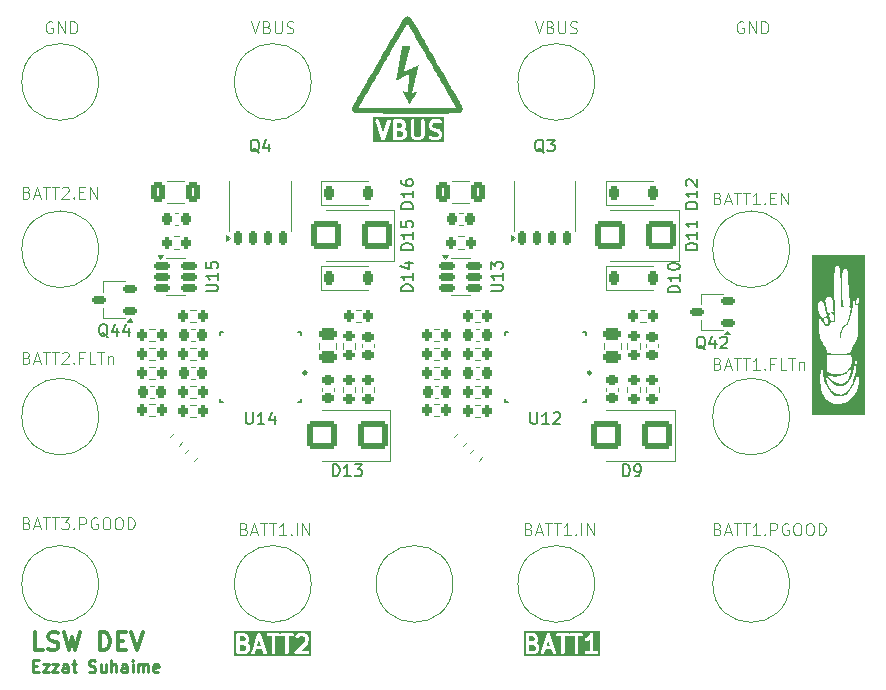
<source format=gto>
%TF.GenerationSoftware,KiCad,Pcbnew,9.0.4*%
%TF.CreationDate,2025-10-02T00:25:35-07:00*%
%TF.ProjectId,PowerBoard,506f7765-7242-46f6-9172-642e6b696361,1*%
%TF.SameCoordinates,Original*%
%TF.FileFunction,Legend,Top*%
%TF.FilePolarity,Positive*%
%FSLAX46Y46*%
G04 Gerber Fmt 4.6, Leading zero omitted, Abs format (unit mm)*
G04 Created by KiCad (PCBNEW 9.0.4) date 2025-10-02 00:25:35*
%MOMM*%
%LPD*%
G01*
G04 APERTURE LIST*
G04 Aperture macros list*
%AMRoundRect*
0 Rectangle with rounded corners*
0 $1 Rounding radius*
0 $2 $3 $4 $5 $6 $7 $8 $9 X,Y pos of 4 corners*
0 Add a 4 corners polygon primitive as box body*
4,1,4,$2,$3,$4,$5,$6,$7,$8,$9,$2,$3,0*
0 Add four circle primitives for the rounded corners*
1,1,$1+$1,$2,$3*
1,1,$1+$1,$4,$5*
1,1,$1+$1,$6,$7*
1,1,$1+$1,$8,$9*
0 Add four rect primitives between the rounded corners*
20,1,$1+$1,$2,$3,$4,$5,0*
20,1,$1+$1,$4,$5,$6,$7,0*
20,1,$1+$1,$6,$7,$8,$9,0*
20,1,$1+$1,$8,$9,$2,$3,0*%
%AMFreePoly0*
4,1,9,2.975000,-2.350000,1.425000,-2.350000,1.425000,-2.100000,-1.650000,-2.100000,-1.650000,2.100000,1.425000,2.100000,1.425000,2.350000,2.975000,2.350000,2.975000,-2.350000,2.975000,-2.350000,$1*%
%AMFreePoly1*
4,1,13,0.175001,0.249999,0.175001,-0.475001,0.125001,-0.525001,-0.074999,-0.525001,-0.124998,-0.475001,-0.124998,-0.050000,-0.224998,0.049999,-0.474998,0.049999,-0.525000,0.099999,-0.524998,0.249999,-0.474998,0.299999,0.125001,0.299999,0.175001,0.249999,0.175001,0.249999,$1*%
%AMFreePoly2*
4,1,17,0.099997,0.600002,0.099997,0.200003,0.199999,0.100003,0.774997,0.100003,0.824999,0.050003,0.824997,-0.099997,0.774997,-0.149999,-0.025002,-0.149999,-0.054092,-0.120907,-0.075001,-0.112247,-0.112247,-0.075001,-0.120907,-0.054092,-0.150003,-0.024998,-0.150003,0.600002,-0.100003,0.650002,0.049997,0.650002,0.099997,0.600002,0.099997,0.600002,$1*%
G04 Aperture macros list end*
%ADD10C,0.125000*%
%ADD11C,0.300000*%
%ADD12C,0.250000*%
%ADD13C,0.150000*%
%ADD14C,0.120000*%
%ADD15C,0.000000*%
%ADD16RoundRect,0.175000X-0.175000X-0.400000X0.175000X-0.400000X0.175000X0.400000X-0.175000X0.400000X0*%
%ADD17FreePoly0,90.000000*%
%ADD18RoundRect,0.250000X1.000000X0.900000X-1.000000X0.900000X-1.000000X-0.900000X1.000000X-0.900000X0*%
%ADD19RoundRect,0.225000X-0.225000X-0.375000X0.225000X-0.375000X0.225000X0.375000X-0.225000X0.375000X0*%
%ADD20RoundRect,0.250000X0.312500X0.625000X-0.312500X0.625000X-0.312500X-0.625000X0.312500X-0.625000X0*%
%ADD21R,0.650001X0.249999*%
%ADD22R,0.700001X0.249999*%
%ADD23FreePoly1,180.000000*%
%ADD24R,0.249999X0.750001*%
%ADD25FreePoly2,180.000000*%
%ADD26R,0.249999X0.599999*%
%ADD27R,1.300000X0.249999*%
%ADD28C,0.499999*%
%ADD29R,3.400001X2.350000*%
%ADD30RoundRect,0.162500X0.447500X0.162500X-0.447500X0.162500X-0.447500X-0.162500X0.447500X-0.162500X0*%
%ADD31C,6.000000*%
%ADD32RoundRect,0.200000X-0.200000X-0.275000X0.200000X-0.275000X0.200000X0.275000X-0.200000X0.275000X0*%
%ADD33RoundRect,0.225000X0.225000X0.250000X-0.225000X0.250000X-0.225000X-0.250000X0.225000X-0.250000X0*%
%ADD34RoundRect,0.200000X0.200000X0.275000X-0.200000X0.275000X-0.200000X-0.275000X0.200000X-0.275000X0*%
%ADD35RoundRect,0.150000X-0.512500X-0.150000X0.512500X-0.150000X0.512500X0.150000X-0.512500X0.150000X0*%
%ADD36C,5.600000*%
%ADD37RoundRect,0.200000X-0.053033X0.335876X-0.335876X0.053033X0.053033X-0.335876X0.335876X-0.053033X0*%
%ADD38RoundRect,0.225000X-0.250000X0.225000X-0.250000X-0.225000X0.250000X-0.225000X0.250000X0.225000X0*%
%ADD39RoundRect,0.225000X0.250000X-0.225000X0.250000X0.225000X-0.250000X0.225000X-0.250000X-0.225000X0*%
%ADD40RoundRect,0.200000X-0.275000X0.200000X-0.275000X-0.200000X0.275000X-0.200000X0.275000X0.200000X0*%
%ADD41RoundRect,0.250000X0.475000X-0.250000X0.475000X0.250000X-0.475000X0.250000X-0.475000X-0.250000X0*%
%ADD42RoundRect,0.200000X0.275000X-0.200000X0.275000X0.200000X-0.275000X0.200000X-0.275000X-0.200000X0*%
G04 APERTURE END LIST*
D10*
X115653664Y-90847309D02*
X115796521Y-90894928D01*
X115796521Y-90894928D02*
X115844140Y-90942547D01*
X115844140Y-90942547D02*
X115891759Y-91037785D01*
X115891759Y-91037785D02*
X115891759Y-91180642D01*
X115891759Y-91180642D02*
X115844140Y-91275880D01*
X115844140Y-91275880D02*
X115796521Y-91323500D01*
X115796521Y-91323500D02*
X115701283Y-91371119D01*
X115701283Y-91371119D02*
X115320331Y-91371119D01*
X115320331Y-91371119D02*
X115320331Y-90371119D01*
X115320331Y-90371119D02*
X115653664Y-90371119D01*
X115653664Y-90371119D02*
X115748902Y-90418738D01*
X115748902Y-90418738D02*
X115796521Y-90466357D01*
X115796521Y-90466357D02*
X115844140Y-90561595D01*
X115844140Y-90561595D02*
X115844140Y-90656833D01*
X115844140Y-90656833D02*
X115796521Y-90752071D01*
X115796521Y-90752071D02*
X115748902Y-90799690D01*
X115748902Y-90799690D02*
X115653664Y-90847309D01*
X115653664Y-90847309D02*
X115320331Y-90847309D01*
X116272712Y-91085404D02*
X116748902Y-91085404D01*
X116177474Y-91371119D02*
X116510807Y-90371119D01*
X116510807Y-90371119D02*
X116844140Y-91371119D01*
X117034617Y-90371119D02*
X117606045Y-90371119D01*
X117320331Y-91371119D02*
X117320331Y-90371119D01*
X117796522Y-90371119D02*
X118367950Y-90371119D01*
X118082236Y-91371119D02*
X118082236Y-90371119D01*
X118653665Y-90466357D02*
X118701284Y-90418738D01*
X118701284Y-90418738D02*
X118796522Y-90371119D01*
X118796522Y-90371119D02*
X119034617Y-90371119D01*
X119034617Y-90371119D02*
X119129855Y-90418738D01*
X119129855Y-90418738D02*
X119177474Y-90466357D01*
X119177474Y-90466357D02*
X119225093Y-90561595D01*
X119225093Y-90561595D02*
X119225093Y-90656833D01*
X119225093Y-90656833D02*
X119177474Y-90799690D01*
X119177474Y-90799690D02*
X118606046Y-91371119D01*
X118606046Y-91371119D02*
X119225093Y-91371119D01*
X119653665Y-91275880D02*
X119701284Y-91323500D01*
X119701284Y-91323500D02*
X119653665Y-91371119D01*
X119653665Y-91371119D02*
X119606046Y-91323500D01*
X119606046Y-91323500D02*
X119653665Y-91275880D01*
X119653665Y-91275880D02*
X119653665Y-91371119D01*
X120129855Y-90847309D02*
X120463188Y-90847309D01*
X120606045Y-91371119D02*
X120129855Y-91371119D01*
X120129855Y-91371119D02*
X120129855Y-90371119D01*
X120129855Y-90371119D02*
X120606045Y-90371119D01*
X121034617Y-91371119D02*
X121034617Y-90371119D01*
X121034617Y-90371119D02*
X121606045Y-91371119D01*
X121606045Y-91371119D02*
X121606045Y-90371119D01*
X115653664Y-118847309D02*
X115796521Y-118894928D01*
X115796521Y-118894928D02*
X115844140Y-118942547D01*
X115844140Y-118942547D02*
X115891759Y-119037785D01*
X115891759Y-119037785D02*
X115891759Y-119180642D01*
X115891759Y-119180642D02*
X115844140Y-119275880D01*
X115844140Y-119275880D02*
X115796521Y-119323500D01*
X115796521Y-119323500D02*
X115701283Y-119371119D01*
X115701283Y-119371119D02*
X115320331Y-119371119D01*
X115320331Y-119371119D02*
X115320331Y-118371119D01*
X115320331Y-118371119D02*
X115653664Y-118371119D01*
X115653664Y-118371119D02*
X115748902Y-118418738D01*
X115748902Y-118418738D02*
X115796521Y-118466357D01*
X115796521Y-118466357D02*
X115844140Y-118561595D01*
X115844140Y-118561595D02*
X115844140Y-118656833D01*
X115844140Y-118656833D02*
X115796521Y-118752071D01*
X115796521Y-118752071D02*
X115748902Y-118799690D01*
X115748902Y-118799690D02*
X115653664Y-118847309D01*
X115653664Y-118847309D02*
X115320331Y-118847309D01*
X116272712Y-119085404D02*
X116748902Y-119085404D01*
X116177474Y-119371119D02*
X116510807Y-118371119D01*
X116510807Y-118371119D02*
X116844140Y-119371119D01*
X117034617Y-118371119D02*
X117606045Y-118371119D01*
X117320331Y-119371119D02*
X117320331Y-118371119D01*
X117796522Y-118371119D02*
X118367950Y-118371119D01*
X118082236Y-119371119D02*
X118082236Y-118371119D01*
X118606046Y-118371119D02*
X119225093Y-118371119D01*
X119225093Y-118371119D02*
X118891760Y-118752071D01*
X118891760Y-118752071D02*
X119034617Y-118752071D01*
X119034617Y-118752071D02*
X119129855Y-118799690D01*
X119129855Y-118799690D02*
X119177474Y-118847309D01*
X119177474Y-118847309D02*
X119225093Y-118942547D01*
X119225093Y-118942547D02*
X119225093Y-119180642D01*
X119225093Y-119180642D02*
X119177474Y-119275880D01*
X119177474Y-119275880D02*
X119129855Y-119323500D01*
X119129855Y-119323500D02*
X119034617Y-119371119D01*
X119034617Y-119371119D02*
X118748903Y-119371119D01*
X118748903Y-119371119D02*
X118653665Y-119323500D01*
X118653665Y-119323500D02*
X118606046Y-119275880D01*
X119653665Y-119275880D02*
X119701284Y-119323500D01*
X119701284Y-119323500D02*
X119653665Y-119371119D01*
X119653665Y-119371119D02*
X119606046Y-119323500D01*
X119606046Y-119323500D02*
X119653665Y-119275880D01*
X119653665Y-119275880D02*
X119653665Y-119371119D01*
X120129855Y-119371119D02*
X120129855Y-118371119D01*
X120129855Y-118371119D02*
X120510807Y-118371119D01*
X120510807Y-118371119D02*
X120606045Y-118418738D01*
X120606045Y-118418738D02*
X120653664Y-118466357D01*
X120653664Y-118466357D02*
X120701283Y-118561595D01*
X120701283Y-118561595D02*
X120701283Y-118704452D01*
X120701283Y-118704452D02*
X120653664Y-118799690D01*
X120653664Y-118799690D02*
X120606045Y-118847309D01*
X120606045Y-118847309D02*
X120510807Y-118894928D01*
X120510807Y-118894928D02*
X120129855Y-118894928D01*
X121653664Y-118418738D02*
X121558426Y-118371119D01*
X121558426Y-118371119D02*
X121415569Y-118371119D01*
X121415569Y-118371119D02*
X121272712Y-118418738D01*
X121272712Y-118418738D02*
X121177474Y-118513976D01*
X121177474Y-118513976D02*
X121129855Y-118609214D01*
X121129855Y-118609214D02*
X121082236Y-118799690D01*
X121082236Y-118799690D02*
X121082236Y-118942547D01*
X121082236Y-118942547D02*
X121129855Y-119133023D01*
X121129855Y-119133023D02*
X121177474Y-119228261D01*
X121177474Y-119228261D02*
X121272712Y-119323500D01*
X121272712Y-119323500D02*
X121415569Y-119371119D01*
X121415569Y-119371119D02*
X121510807Y-119371119D01*
X121510807Y-119371119D02*
X121653664Y-119323500D01*
X121653664Y-119323500D02*
X121701283Y-119275880D01*
X121701283Y-119275880D02*
X121701283Y-118942547D01*
X121701283Y-118942547D02*
X121510807Y-118942547D01*
X122320331Y-118371119D02*
X122510807Y-118371119D01*
X122510807Y-118371119D02*
X122606045Y-118418738D01*
X122606045Y-118418738D02*
X122701283Y-118513976D01*
X122701283Y-118513976D02*
X122748902Y-118704452D01*
X122748902Y-118704452D02*
X122748902Y-119037785D01*
X122748902Y-119037785D02*
X122701283Y-119228261D01*
X122701283Y-119228261D02*
X122606045Y-119323500D01*
X122606045Y-119323500D02*
X122510807Y-119371119D01*
X122510807Y-119371119D02*
X122320331Y-119371119D01*
X122320331Y-119371119D02*
X122225093Y-119323500D01*
X122225093Y-119323500D02*
X122129855Y-119228261D01*
X122129855Y-119228261D02*
X122082236Y-119037785D01*
X122082236Y-119037785D02*
X122082236Y-118704452D01*
X122082236Y-118704452D02*
X122129855Y-118513976D01*
X122129855Y-118513976D02*
X122225093Y-118418738D01*
X122225093Y-118418738D02*
X122320331Y-118371119D01*
X123367950Y-118371119D02*
X123558426Y-118371119D01*
X123558426Y-118371119D02*
X123653664Y-118418738D01*
X123653664Y-118418738D02*
X123748902Y-118513976D01*
X123748902Y-118513976D02*
X123796521Y-118704452D01*
X123796521Y-118704452D02*
X123796521Y-119037785D01*
X123796521Y-119037785D02*
X123748902Y-119228261D01*
X123748902Y-119228261D02*
X123653664Y-119323500D01*
X123653664Y-119323500D02*
X123558426Y-119371119D01*
X123558426Y-119371119D02*
X123367950Y-119371119D01*
X123367950Y-119371119D02*
X123272712Y-119323500D01*
X123272712Y-119323500D02*
X123177474Y-119228261D01*
X123177474Y-119228261D02*
X123129855Y-119037785D01*
X123129855Y-119037785D02*
X123129855Y-118704452D01*
X123129855Y-118704452D02*
X123177474Y-118513976D01*
X123177474Y-118513976D02*
X123272712Y-118418738D01*
X123272712Y-118418738D02*
X123367950Y-118371119D01*
X124225093Y-119371119D02*
X124225093Y-118371119D01*
X124225093Y-118371119D02*
X124463188Y-118371119D01*
X124463188Y-118371119D02*
X124606045Y-118418738D01*
X124606045Y-118418738D02*
X124701283Y-118513976D01*
X124701283Y-118513976D02*
X124748902Y-118609214D01*
X124748902Y-118609214D02*
X124796521Y-118799690D01*
X124796521Y-118799690D02*
X124796521Y-118942547D01*
X124796521Y-118942547D02*
X124748902Y-119133023D01*
X124748902Y-119133023D02*
X124701283Y-119228261D01*
X124701283Y-119228261D02*
X124606045Y-119323500D01*
X124606045Y-119323500D02*
X124463188Y-119371119D01*
X124463188Y-119371119D02*
X124225093Y-119371119D01*
X115653664Y-104847309D02*
X115796521Y-104894928D01*
X115796521Y-104894928D02*
X115844140Y-104942547D01*
X115844140Y-104942547D02*
X115891759Y-105037785D01*
X115891759Y-105037785D02*
X115891759Y-105180642D01*
X115891759Y-105180642D02*
X115844140Y-105275880D01*
X115844140Y-105275880D02*
X115796521Y-105323500D01*
X115796521Y-105323500D02*
X115701283Y-105371119D01*
X115701283Y-105371119D02*
X115320331Y-105371119D01*
X115320331Y-105371119D02*
X115320331Y-104371119D01*
X115320331Y-104371119D02*
X115653664Y-104371119D01*
X115653664Y-104371119D02*
X115748902Y-104418738D01*
X115748902Y-104418738D02*
X115796521Y-104466357D01*
X115796521Y-104466357D02*
X115844140Y-104561595D01*
X115844140Y-104561595D02*
X115844140Y-104656833D01*
X115844140Y-104656833D02*
X115796521Y-104752071D01*
X115796521Y-104752071D02*
X115748902Y-104799690D01*
X115748902Y-104799690D02*
X115653664Y-104847309D01*
X115653664Y-104847309D02*
X115320331Y-104847309D01*
X116272712Y-105085404D02*
X116748902Y-105085404D01*
X116177474Y-105371119D02*
X116510807Y-104371119D01*
X116510807Y-104371119D02*
X116844140Y-105371119D01*
X117034617Y-104371119D02*
X117606045Y-104371119D01*
X117320331Y-105371119D02*
X117320331Y-104371119D01*
X117796522Y-104371119D02*
X118367950Y-104371119D01*
X118082236Y-105371119D02*
X118082236Y-104371119D01*
X118653665Y-104466357D02*
X118701284Y-104418738D01*
X118701284Y-104418738D02*
X118796522Y-104371119D01*
X118796522Y-104371119D02*
X119034617Y-104371119D01*
X119034617Y-104371119D02*
X119129855Y-104418738D01*
X119129855Y-104418738D02*
X119177474Y-104466357D01*
X119177474Y-104466357D02*
X119225093Y-104561595D01*
X119225093Y-104561595D02*
X119225093Y-104656833D01*
X119225093Y-104656833D02*
X119177474Y-104799690D01*
X119177474Y-104799690D02*
X118606046Y-105371119D01*
X118606046Y-105371119D02*
X119225093Y-105371119D01*
X119653665Y-105275880D02*
X119701284Y-105323500D01*
X119701284Y-105323500D02*
X119653665Y-105371119D01*
X119653665Y-105371119D02*
X119606046Y-105323500D01*
X119606046Y-105323500D02*
X119653665Y-105275880D01*
X119653665Y-105275880D02*
X119653665Y-105371119D01*
X120463188Y-104847309D02*
X120129855Y-104847309D01*
X120129855Y-105371119D02*
X120129855Y-104371119D01*
X120129855Y-104371119D02*
X120606045Y-104371119D01*
X121463188Y-105371119D02*
X120986998Y-105371119D01*
X120986998Y-105371119D02*
X120986998Y-104371119D01*
X121653665Y-104371119D02*
X122225093Y-104371119D01*
X121939379Y-105371119D02*
X121939379Y-104371119D01*
X122558427Y-104704452D02*
X122558427Y-105371119D01*
X122558427Y-104799690D02*
X122606046Y-104752071D01*
X122606046Y-104752071D02*
X122701284Y-104704452D01*
X122701284Y-104704452D02*
X122844141Y-104704452D01*
X122844141Y-104704452D02*
X122939379Y-104752071D01*
X122939379Y-104752071D02*
X122986998Y-104847309D01*
X122986998Y-104847309D02*
X122986998Y-105371119D01*
D11*
X117068796Y-129600828D02*
X116354510Y-129600828D01*
X116354510Y-129600828D02*
X116354510Y-128100828D01*
X117497368Y-129529400D02*
X117711654Y-129600828D01*
X117711654Y-129600828D02*
X118068796Y-129600828D01*
X118068796Y-129600828D02*
X118211654Y-129529400D01*
X118211654Y-129529400D02*
X118283082Y-129457971D01*
X118283082Y-129457971D02*
X118354511Y-129315114D01*
X118354511Y-129315114D02*
X118354511Y-129172257D01*
X118354511Y-129172257D02*
X118283082Y-129029400D01*
X118283082Y-129029400D02*
X118211654Y-128957971D01*
X118211654Y-128957971D02*
X118068796Y-128886542D01*
X118068796Y-128886542D02*
X117783082Y-128815114D01*
X117783082Y-128815114D02*
X117640225Y-128743685D01*
X117640225Y-128743685D02*
X117568796Y-128672257D01*
X117568796Y-128672257D02*
X117497368Y-128529400D01*
X117497368Y-128529400D02*
X117497368Y-128386542D01*
X117497368Y-128386542D02*
X117568796Y-128243685D01*
X117568796Y-128243685D02*
X117640225Y-128172257D01*
X117640225Y-128172257D02*
X117783082Y-128100828D01*
X117783082Y-128100828D02*
X118140225Y-128100828D01*
X118140225Y-128100828D02*
X118354511Y-128172257D01*
X118854510Y-128100828D02*
X119211653Y-129600828D01*
X119211653Y-129600828D02*
X119497367Y-128529400D01*
X119497367Y-128529400D02*
X119783082Y-129600828D01*
X119783082Y-129600828D02*
X120140225Y-128100828D01*
X121854510Y-129600828D02*
X121854510Y-128100828D01*
X121854510Y-128100828D02*
X122211653Y-128100828D01*
X122211653Y-128100828D02*
X122425939Y-128172257D01*
X122425939Y-128172257D02*
X122568796Y-128315114D01*
X122568796Y-128315114D02*
X122640225Y-128457971D01*
X122640225Y-128457971D02*
X122711653Y-128743685D01*
X122711653Y-128743685D02*
X122711653Y-128957971D01*
X122711653Y-128957971D02*
X122640225Y-129243685D01*
X122640225Y-129243685D02*
X122568796Y-129386542D01*
X122568796Y-129386542D02*
X122425939Y-129529400D01*
X122425939Y-129529400D02*
X122211653Y-129600828D01*
X122211653Y-129600828D02*
X121854510Y-129600828D01*
X123354510Y-128815114D02*
X123854510Y-128815114D01*
X124068796Y-129600828D02*
X123354510Y-129600828D01*
X123354510Y-129600828D02*
X123354510Y-128100828D01*
X123354510Y-128100828D02*
X124068796Y-128100828D01*
X124497368Y-128100828D02*
X124997368Y-129600828D01*
X124997368Y-129600828D02*
X125497368Y-128100828D01*
D12*
X116202568Y-130940809D02*
X116535901Y-130940809D01*
X116678758Y-131464619D02*
X116202568Y-131464619D01*
X116202568Y-131464619D02*
X116202568Y-130464619D01*
X116202568Y-130464619D02*
X116678758Y-130464619D01*
X117012092Y-130797952D02*
X117535901Y-130797952D01*
X117535901Y-130797952D02*
X117012092Y-131464619D01*
X117012092Y-131464619D02*
X117535901Y-131464619D01*
X117821616Y-130797952D02*
X118345425Y-130797952D01*
X118345425Y-130797952D02*
X117821616Y-131464619D01*
X117821616Y-131464619D02*
X118345425Y-131464619D01*
X119154949Y-131464619D02*
X119154949Y-130940809D01*
X119154949Y-130940809D02*
X119107330Y-130845571D01*
X119107330Y-130845571D02*
X119012092Y-130797952D01*
X119012092Y-130797952D02*
X118821616Y-130797952D01*
X118821616Y-130797952D02*
X118726378Y-130845571D01*
X119154949Y-131417000D02*
X119059711Y-131464619D01*
X119059711Y-131464619D02*
X118821616Y-131464619D01*
X118821616Y-131464619D02*
X118726378Y-131417000D01*
X118726378Y-131417000D02*
X118678759Y-131321761D01*
X118678759Y-131321761D02*
X118678759Y-131226523D01*
X118678759Y-131226523D02*
X118726378Y-131131285D01*
X118726378Y-131131285D02*
X118821616Y-131083666D01*
X118821616Y-131083666D02*
X119059711Y-131083666D01*
X119059711Y-131083666D02*
X119154949Y-131036047D01*
X119488283Y-130797952D02*
X119869235Y-130797952D01*
X119631140Y-130464619D02*
X119631140Y-131321761D01*
X119631140Y-131321761D02*
X119678759Y-131417000D01*
X119678759Y-131417000D02*
X119773997Y-131464619D01*
X119773997Y-131464619D02*
X119869235Y-131464619D01*
X120916855Y-131417000D02*
X121059712Y-131464619D01*
X121059712Y-131464619D02*
X121297807Y-131464619D01*
X121297807Y-131464619D02*
X121393045Y-131417000D01*
X121393045Y-131417000D02*
X121440664Y-131369380D01*
X121440664Y-131369380D02*
X121488283Y-131274142D01*
X121488283Y-131274142D02*
X121488283Y-131178904D01*
X121488283Y-131178904D02*
X121440664Y-131083666D01*
X121440664Y-131083666D02*
X121393045Y-131036047D01*
X121393045Y-131036047D02*
X121297807Y-130988428D01*
X121297807Y-130988428D02*
X121107331Y-130940809D01*
X121107331Y-130940809D02*
X121012093Y-130893190D01*
X121012093Y-130893190D02*
X120964474Y-130845571D01*
X120964474Y-130845571D02*
X120916855Y-130750333D01*
X120916855Y-130750333D02*
X120916855Y-130655095D01*
X120916855Y-130655095D02*
X120964474Y-130559857D01*
X120964474Y-130559857D02*
X121012093Y-130512238D01*
X121012093Y-130512238D02*
X121107331Y-130464619D01*
X121107331Y-130464619D02*
X121345426Y-130464619D01*
X121345426Y-130464619D02*
X121488283Y-130512238D01*
X122345426Y-130797952D02*
X122345426Y-131464619D01*
X121916855Y-130797952D02*
X121916855Y-131321761D01*
X121916855Y-131321761D02*
X121964474Y-131417000D01*
X121964474Y-131417000D02*
X122059712Y-131464619D01*
X122059712Y-131464619D02*
X122202569Y-131464619D01*
X122202569Y-131464619D02*
X122297807Y-131417000D01*
X122297807Y-131417000D02*
X122345426Y-131369380D01*
X122821617Y-131464619D02*
X122821617Y-130464619D01*
X123250188Y-131464619D02*
X123250188Y-130940809D01*
X123250188Y-130940809D02*
X123202569Y-130845571D01*
X123202569Y-130845571D02*
X123107331Y-130797952D01*
X123107331Y-130797952D02*
X122964474Y-130797952D01*
X122964474Y-130797952D02*
X122869236Y-130845571D01*
X122869236Y-130845571D02*
X122821617Y-130893190D01*
X124154950Y-131464619D02*
X124154950Y-130940809D01*
X124154950Y-130940809D02*
X124107331Y-130845571D01*
X124107331Y-130845571D02*
X124012093Y-130797952D01*
X124012093Y-130797952D02*
X123821617Y-130797952D01*
X123821617Y-130797952D02*
X123726379Y-130845571D01*
X124154950Y-131417000D02*
X124059712Y-131464619D01*
X124059712Y-131464619D02*
X123821617Y-131464619D01*
X123821617Y-131464619D02*
X123726379Y-131417000D01*
X123726379Y-131417000D02*
X123678760Y-131321761D01*
X123678760Y-131321761D02*
X123678760Y-131226523D01*
X123678760Y-131226523D02*
X123726379Y-131131285D01*
X123726379Y-131131285D02*
X123821617Y-131083666D01*
X123821617Y-131083666D02*
X124059712Y-131083666D01*
X124059712Y-131083666D02*
X124154950Y-131036047D01*
X124631141Y-131464619D02*
X124631141Y-130797952D01*
X124631141Y-130464619D02*
X124583522Y-130512238D01*
X124583522Y-130512238D02*
X124631141Y-130559857D01*
X124631141Y-130559857D02*
X124678760Y-130512238D01*
X124678760Y-130512238D02*
X124631141Y-130464619D01*
X124631141Y-130464619D02*
X124631141Y-130559857D01*
X125107331Y-131464619D02*
X125107331Y-130797952D01*
X125107331Y-130893190D02*
X125154950Y-130845571D01*
X125154950Y-130845571D02*
X125250188Y-130797952D01*
X125250188Y-130797952D02*
X125393045Y-130797952D01*
X125393045Y-130797952D02*
X125488283Y-130845571D01*
X125488283Y-130845571D02*
X125535902Y-130940809D01*
X125535902Y-130940809D02*
X125535902Y-131464619D01*
X125535902Y-130940809D02*
X125583521Y-130845571D01*
X125583521Y-130845571D02*
X125678759Y-130797952D01*
X125678759Y-130797952D02*
X125821616Y-130797952D01*
X125821616Y-130797952D02*
X125916855Y-130845571D01*
X125916855Y-130845571D02*
X125964474Y-130940809D01*
X125964474Y-130940809D02*
X125964474Y-131464619D01*
X126821616Y-131417000D02*
X126726378Y-131464619D01*
X126726378Y-131464619D02*
X126535902Y-131464619D01*
X126535902Y-131464619D02*
X126440664Y-131417000D01*
X126440664Y-131417000D02*
X126393045Y-131321761D01*
X126393045Y-131321761D02*
X126393045Y-130940809D01*
X126393045Y-130940809D02*
X126440664Y-130845571D01*
X126440664Y-130845571D02*
X126535902Y-130797952D01*
X126535902Y-130797952D02*
X126726378Y-130797952D01*
X126726378Y-130797952D02*
X126821616Y-130845571D01*
X126821616Y-130845571D02*
X126869235Y-130940809D01*
X126869235Y-130940809D02*
X126869235Y-131036047D01*
X126869235Y-131036047D02*
X126393045Y-131131285D01*
D10*
X117844140Y-76418738D02*
X117748902Y-76371119D01*
X117748902Y-76371119D02*
X117606045Y-76371119D01*
X117606045Y-76371119D02*
X117463188Y-76418738D01*
X117463188Y-76418738D02*
X117367950Y-76513976D01*
X117367950Y-76513976D02*
X117320331Y-76609214D01*
X117320331Y-76609214D02*
X117272712Y-76799690D01*
X117272712Y-76799690D02*
X117272712Y-76942547D01*
X117272712Y-76942547D02*
X117320331Y-77133023D01*
X117320331Y-77133023D02*
X117367950Y-77228261D01*
X117367950Y-77228261D02*
X117463188Y-77323500D01*
X117463188Y-77323500D02*
X117606045Y-77371119D01*
X117606045Y-77371119D02*
X117701283Y-77371119D01*
X117701283Y-77371119D02*
X117844140Y-77323500D01*
X117844140Y-77323500D02*
X117891759Y-77275880D01*
X117891759Y-77275880D02*
X117891759Y-76942547D01*
X117891759Y-76942547D02*
X117701283Y-76942547D01*
X118320331Y-77371119D02*
X118320331Y-76371119D01*
X118320331Y-76371119D02*
X118891759Y-77371119D01*
X118891759Y-77371119D02*
X118891759Y-76371119D01*
X119367950Y-77371119D02*
X119367950Y-76371119D01*
X119367950Y-76371119D02*
X119606045Y-76371119D01*
X119606045Y-76371119D02*
X119748902Y-76418738D01*
X119748902Y-76418738D02*
X119844140Y-76513976D01*
X119844140Y-76513976D02*
X119891759Y-76609214D01*
X119891759Y-76609214D02*
X119939378Y-76799690D01*
X119939378Y-76799690D02*
X119939378Y-76942547D01*
X119939378Y-76942547D02*
X119891759Y-77133023D01*
X119891759Y-77133023D02*
X119844140Y-77228261D01*
X119844140Y-77228261D02*
X119748902Y-77323500D01*
X119748902Y-77323500D02*
X119606045Y-77371119D01*
X119606045Y-77371119D02*
X119367950Y-77371119D01*
X134677474Y-76371119D02*
X135010807Y-77371119D01*
X135010807Y-77371119D02*
X135344140Y-76371119D01*
X136010807Y-76847309D02*
X136153664Y-76894928D01*
X136153664Y-76894928D02*
X136201283Y-76942547D01*
X136201283Y-76942547D02*
X136248902Y-77037785D01*
X136248902Y-77037785D02*
X136248902Y-77180642D01*
X136248902Y-77180642D02*
X136201283Y-77275880D01*
X136201283Y-77275880D02*
X136153664Y-77323500D01*
X136153664Y-77323500D02*
X136058426Y-77371119D01*
X136058426Y-77371119D02*
X135677474Y-77371119D01*
X135677474Y-77371119D02*
X135677474Y-76371119D01*
X135677474Y-76371119D02*
X136010807Y-76371119D01*
X136010807Y-76371119D02*
X136106045Y-76418738D01*
X136106045Y-76418738D02*
X136153664Y-76466357D01*
X136153664Y-76466357D02*
X136201283Y-76561595D01*
X136201283Y-76561595D02*
X136201283Y-76656833D01*
X136201283Y-76656833D02*
X136153664Y-76752071D01*
X136153664Y-76752071D02*
X136106045Y-76799690D01*
X136106045Y-76799690D02*
X136010807Y-76847309D01*
X136010807Y-76847309D02*
X135677474Y-76847309D01*
X136677474Y-76371119D02*
X136677474Y-77180642D01*
X136677474Y-77180642D02*
X136725093Y-77275880D01*
X136725093Y-77275880D02*
X136772712Y-77323500D01*
X136772712Y-77323500D02*
X136867950Y-77371119D01*
X136867950Y-77371119D02*
X137058426Y-77371119D01*
X137058426Y-77371119D02*
X137153664Y-77323500D01*
X137153664Y-77323500D02*
X137201283Y-77275880D01*
X137201283Y-77275880D02*
X137248902Y-77180642D01*
X137248902Y-77180642D02*
X137248902Y-76371119D01*
X137677474Y-77323500D02*
X137820331Y-77371119D01*
X137820331Y-77371119D02*
X138058426Y-77371119D01*
X138058426Y-77371119D02*
X138153664Y-77323500D01*
X138153664Y-77323500D02*
X138201283Y-77275880D01*
X138201283Y-77275880D02*
X138248902Y-77180642D01*
X138248902Y-77180642D02*
X138248902Y-77085404D01*
X138248902Y-77085404D02*
X138201283Y-76990166D01*
X138201283Y-76990166D02*
X138153664Y-76942547D01*
X138153664Y-76942547D02*
X138058426Y-76894928D01*
X138058426Y-76894928D02*
X137867950Y-76847309D01*
X137867950Y-76847309D02*
X137772712Y-76799690D01*
X137772712Y-76799690D02*
X137725093Y-76752071D01*
X137725093Y-76752071D02*
X137677474Y-76656833D01*
X137677474Y-76656833D02*
X137677474Y-76561595D01*
X137677474Y-76561595D02*
X137725093Y-76466357D01*
X137725093Y-76466357D02*
X137772712Y-76418738D01*
X137772712Y-76418738D02*
X137867950Y-76371119D01*
X137867950Y-76371119D02*
X138106045Y-76371119D01*
X138106045Y-76371119D02*
X138248902Y-76418738D01*
X158677474Y-76371119D02*
X159010807Y-77371119D01*
X159010807Y-77371119D02*
X159344140Y-76371119D01*
X160010807Y-76847309D02*
X160153664Y-76894928D01*
X160153664Y-76894928D02*
X160201283Y-76942547D01*
X160201283Y-76942547D02*
X160248902Y-77037785D01*
X160248902Y-77037785D02*
X160248902Y-77180642D01*
X160248902Y-77180642D02*
X160201283Y-77275880D01*
X160201283Y-77275880D02*
X160153664Y-77323500D01*
X160153664Y-77323500D02*
X160058426Y-77371119D01*
X160058426Y-77371119D02*
X159677474Y-77371119D01*
X159677474Y-77371119D02*
X159677474Y-76371119D01*
X159677474Y-76371119D02*
X160010807Y-76371119D01*
X160010807Y-76371119D02*
X160106045Y-76418738D01*
X160106045Y-76418738D02*
X160153664Y-76466357D01*
X160153664Y-76466357D02*
X160201283Y-76561595D01*
X160201283Y-76561595D02*
X160201283Y-76656833D01*
X160201283Y-76656833D02*
X160153664Y-76752071D01*
X160153664Y-76752071D02*
X160106045Y-76799690D01*
X160106045Y-76799690D02*
X160010807Y-76847309D01*
X160010807Y-76847309D02*
X159677474Y-76847309D01*
X160677474Y-76371119D02*
X160677474Y-77180642D01*
X160677474Y-77180642D02*
X160725093Y-77275880D01*
X160725093Y-77275880D02*
X160772712Y-77323500D01*
X160772712Y-77323500D02*
X160867950Y-77371119D01*
X160867950Y-77371119D02*
X161058426Y-77371119D01*
X161058426Y-77371119D02*
X161153664Y-77323500D01*
X161153664Y-77323500D02*
X161201283Y-77275880D01*
X161201283Y-77275880D02*
X161248902Y-77180642D01*
X161248902Y-77180642D02*
X161248902Y-76371119D01*
X161677474Y-77323500D02*
X161820331Y-77371119D01*
X161820331Y-77371119D02*
X162058426Y-77371119D01*
X162058426Y-77371119D02*
X162153664Y-77323500D01*
X162153664Y-77323500D02*
X162201283Y-77275880D01*
X162201283Y-77275880D02*
X162248902Y-77180642D01*
X162248902Y-77180642D02*
X162248902Y-77085404D01*
X162248902Y-77085404D02*
X162201283Y-76990166D01*
X162201283Y-76990166D02*
X162153664Y-76942547D01*
X162153664Y-76942547D02*
X162058426Y-76894928D01*
X162058426Y-76894928D02*
X161867950Y-76847309D01*
X161867950Y-76847309D02*
X161772712Y-76799690D01*
X161772712Y-76799690D02*
X161725093Y-76752071D01*
X161725093Y-76752071D02*
X161677474Y-76656833D01*
X161677474Y-76656833D02*
X161677474Y-76561595D01*
X161677474Y-76561595D02*
X161725093Y-76466357D01*
X161725093Y-76466357D02*
X161772712Y-76418738D01*
X161772712Y-76418738D02*
X161867950Y-76371119D01*
X161867950Y-76371119D02*
X162106045Y-76371119D01*
X162106045Y-76371119D02*
X162248902Y-76418738D01*
X176344140Y-76418738D02*
X176248902Y-76371119D01*
X176248902Y-76371119D02*
X176106045Y-76371119D01*
X176106045Y-76371119D02*
X175963188Y-76418738D01*
X175963188Y-76418738D02*
X175867950Y-76513976D01*
X175867950Y-76513976D02*
X175820331Y-76609214D01*
X175820331Y-76609214D02*
X175772712Y-76799690D01*
X175772712Y-76799690D02*
X175772712Y-76942547D01*
X175772712Y-76942547D02*
X175820331Y-77133023D01*
X175820331Y-77133023D02*
X175867950Y-77228261D01*
X175867950Y-77228261D02*
X175963188Y-77323500D01*
X175963188Y-77323500D02*
X176106045Y-77371119D01*
X176106045Y-77371119D02*
X176201283Y-77371119D01*
X176201283Y-77371119D02*
X176344140Y-77323500D01*
X176344140Y-77323500D02*
X176391759Y-77275880D01*
X176391759Y-77275880D02*
X176391759Y-76942547D01*
X176391759Y-76942547D02*
X176201283Y-76942547D01*
X176820331Y-77371119D02*
X176820331Y-76371119D01*
X176820331Y-76371119D02*
X177391759Y-77371119D01*
X177391759Y-77371119D02*
X177391759Y-76371119D01*
X177867950Y-77371119D02*
X177867950Y-76371119D01*
X177867950Y-76371119D02*
X178106045Y-76371119D01*
X178106045Y-76371119D02*
X178248902Y-76418738D01*
X178248902Y-76418738D02*
X178344140Y-76513976D01*
X178344140Y-76513976D02*
X178391759Y-76609214D01*
X178391759Y-76609214D02*
X178439378Y-76799690D01*
X178439378Y-76799690D02*
X178439378Y-76942547D01*
X178439378Y-76942547D02*
X178391759Y-77133023D01*
X178391759Y-77133023D02*
X178344140Y-77228261D01*
X178344140Y-77228261D02*
X178248902Y-77323500D01*
X178248902Y-77323500D02*
X178106045Y-77371119D01*
X178106045Y-77371119D02*
X177867950Y-77371119D01*
X174153664Y-91347309D02*
X174296521Y-91394928D01*
X174296521Y-91394928D02*
X174344140Y-91442547D01*
X174344140Y-91442547D02*
X174391759Y-91537785D01*
X174391759Y-91537785D02*
X174391759Y-91680642D01*
X174391759Y-91680642D02*
X174344140Y-91775880D01*
X174344140Y-91775880D02*
X174296521Y-91823500D01*
X174296521Y-91823500D02*
X174201283Y-91871119D01*
X174201283Y-91871119D02*
X173820331Y-91871119D01*
X173820331Y-91871119D02*
X173820331Y-90871119D01*
X173820331Y-90871119D02*
X174153664Y-90871119D01*
X174153664Y-90871119D02*
X174248902Y-90918738D01*
X174248902Y-90918738D02*
X174296521Y-90966357D01*
X174296521Y-90966357D02*
X174344140Y-91061595D01*
X174344140Y-91061595D02*
X174344140Y-91156833D01*
X174344140Y-91156833D02*
X174296521Y-91252071D01*
X174296521Y-91252071D02*
X174248902Y-91299690D01*
X174248902Y-91299690D02*
X174153664Y-91347309D01*
X174153664Y-91347309D02*
X173820331Y-91347309D01*
X174772712Y-91585404D02*
X175248902Y-91585404D01*
X174677474Y-91871119D02*
X175010807Y-90871119D01*
X175010807Y-90871119D02*
X175344140Y-91871119D01*
X175534617Y-90871119D02*
X176106045Y-90871119D01*
X175820331Y-91871119D02*
X175820331Y-90871119D01*
X176296522Y-90871119D02*
X176867950Y-90871119D01*
X176582236Y-91871119D02*
X176582236Y-90871119D01*
X177725093Y-91871119D02*
X177153665Y-91871119D01*
X177439379Y-91871119D02*
X177439379Y-90871119D01*
X177439379Y-90871119D02*
X177344141Y-91013976D01*
X177344141Y-91013976D02*
X177248903Y-91109214D01*
X177248903Y-91109214D02*
X177153665Y-91156833D01*
X178153665Y-91775880D02*
X178201284Y-91823500D01*
X178201284Y-91823500D02*
X178153665Y-91871119D01*
X178153665Y-91871119D02*
X178106046Y-91823500D01*
X178106046Y-91823500D02*
X178153665Y-91775880D01*
X178153665Y-91775880D02*
X178153665Y-91871119D01*
X178629855Y-91347309D02*
X178963188Y-91347309D01*
X179106045Y-91871119D02*
X178629855Y-91871119D01*
X178629855Y-91871119D02*
X178629855Y-90871119D01*
X178629855Y-90871119D02*
X179106045Y-90871119D01*
X179534617Y-91871119D02*
X179534617Y-90871119D01*
X179534617Y-90871119D02*
X180106045Y-91871119D01*
X180106045Y-91871119D02*
X180106045Y-90871119D01*
X174153664Y-105347309D02*
X174296521Y-105394928D01*
X174296521Y-105394928D02*
X174344140Y-105442547D01*
X174344140Y-105442547D02*
X174391759Y-105537785D01*
X174391759Y-105537785D02*
X174391759Y-105680642D01*
X174391759Y-105680642D02*
X174344140Y-105775880D01*
X174344140Y-105775880D02*
X174296521Y-105823500D01*
X174296521Y-105823500D02*
X174201283Y-105871119D01*
X174201283Y-105871119D02*
X173820331Y-105871119D01*
X173820331Y-105871119D02*
X173820331Y-104871119D01*
X173820331Y-104871119D02*
X174153664Y-104871119D01*
X174153664Y-104871119D02*
X174248902Y-104918738D01*
X174248902Y-104918738D02*
X174296521Y-104966357D01*
X174296521Y-104966357D02*
X174344140Y-105061595D01*
X174344140Y-105061595D02*
X174344140Y-105156833D01*
X174344140Y-105156833D02*
X174296521Y-105252071D01*
X174296521Y-105252071D02*
X174248902Y-105299690D01*
X174248902Y-105299690D02*
X174153664Y-105347309D01*
X174153664Y-105347309D02*
X173820331Y-105347309D01*
X174772712Y-105585404D02*
X175248902Y-105585404D01*
X174677474Y-105871119D02*
X175010807Y-104871119D01*
X175010807Y-104871119D02*
X175344140Y-105871119D01*
X175534617Y-104871119D02*
X176106045Y-104871119D01*
X175820331Y-105871119D02*
X175820331Y-104871119D01*
X176296522Y-104871119D02*
X176867950Y-104871119D01*
X176582236Y-105871119D02*
X176582236Y-104871119D01*
X177725093Y-105871119D02*
X177153665Y-105871119D01*
X177439379Y-105871119D02*
X177439379Y-104871119D01*
X177439379Y-104871119D02*
X177344141Y-105013976D01*
X177344141Y-105013976D02*
X177248903Y-105109214D01*
X177248903Y-105109214D02*
X177153665Y-105156833D01*
X178153665Y-105775880D02*
X178201284Y-105823500D01*
X178201284Y-105823500D02*
X178153665Y-105871119D01*
X178153665Y-105871119D02*
X178106046Y-105823500D01*
X178106046Y-105823500D02*
X178153665Y-105775880D01*
X178153665Y-105775880D02*
X178153665Y-105871119D01*
X178963188Y-105347309D02*
X178629855Y-105347309D01*
X178629855Y-105871119D02*
X178629855Y-104871119D01*
X178629855Y-104871119D02*
X179106045Y-104871119D01*
X179963188Y-105871119D02*
X179486998Y-105871119D01*
X179486998Y-105871119D02*
X179486998Y-104871119D01*
X180153665Y-104871119D02*
X180725093Y-104871119D01*
X180439379Y-105871119D02*
X180439379Y-104871119D01*
X181058427Y-105204452D02*
X181058427Y-105871119D01*
X181058427Y-105299690D02*
X181106046Y-105252071D01*
X181106046Y-105252071D02*
X181201284Y-105204452D01*
X181201284Y-105204452D02*
X181344141Y-105204452D01*
X181344141Y-105204452D02*
X181439379Y-105252071D01*
X181439379Y-105252071D02*
X181486998Y-105347309D01*
X181486998Y-105347309D02*
X181486998Y-105871119D01*
X174153664Y-119347309D02*
X174296521Y-119394928D01*
X174296521Y-119394928D02*
X174344140Y-119442547D01*
X174344140Y-119442547D02*
X174391759Y-119537785D01*
X174391759Y-119537785D02*
X174391759Y-119680642D01*
X174391759Y-119680642D02*
X174344140Y-119775880D01*
X174344140Y-119775880D02*
X174296521Y-119823500D01*
X174296521Y-119823500D02*
X174201283Y-119871119D01*
X174201283Y-119871119D02*
X173820331Y-119871119D01*
X173820331Y-119871119D02*
X173820331Y-118871119D01*
X173820331Y-118871119D02*
X174153664Y-118871119D01*
X174153664Y-118871119D02*
X174248902Y-118918738D01*
X174248902Y-118918738D02*
X174296521Y-118966357D01*
X174296521Y-118966357D02*
X174344140Y-119061595D01*
X174344140Y-119061595D02*
X174344140Y-119156833D01*
X174344140Y-119156833D02*
X174296521Y-119252071D01*
X174296521Y-119252071D02*
X174248902Y-119299690D01*
X174248902Y-119299690D02*
X174153664Y-119347309D01*
X174153664Y-119347309D02*
X173820331Y-119347309D01*
X174772712Y-119585404D02*
X175248902Y-119585404D01*
X174677474Y-119871119D02*
X175010807Y-118871119D01*
X175010807Y-118871119D02*
X175344140Y-119871119D01*
X175534617Y-118871119D02*
X176106045Y-118871119D01*
X175820331Y-119871119D02*
X175820331Y-118871119D01*
X176296522Y-118871119D02*
X176867950Y-118871119D01*
X176582236Y-119871119D02*
X176582236Y-118871119D01*
X177725093Y-119871119D02*
X177153665Y-119871119D01*
X177439379Y-119871119D02*
X177439379Y-118871119D01*
X177439379Y-118871119D02*
X177344141Y-119013976D01*
X177344141Y-119013976D02*
X177248903Y-119109214D01*
X177248903Y-119109214D02*
X177153665Y-119156833D01*
X178153665Y-119775880D02*
X178201284Y-119823500D01*
X178201284Y-119823500D02*
X178153665Y-119871119D01*
X178153665Y-119871119D02*
X178106046Y-119823500D01*
X178106046Y-119823500D02*
X178153665Y-119775880D01*
X178153665Y-119775880D02*
X178153665Y-119871119D01*
X178629855Y-119871119D02*
X178629855Y-118871119D01*
X178629855Y-118871119D02*
X179010807Y-118871119D01*
X179010807Y-118871119D02*
X179106045Y-118918738D01*
X179106045Y-118918738D02*
X179153664Y-118966357D01*
X179153664Y-118966357D02*
X179201283Y-119061595D01*
X179201283Y-119061595D02*
X179201283Y-119204452D01*
X179201283Y-119204452D02*
X179153664Y-119299690D01*
X179153664Y-119299690D02*
X179106045Y-119347309D01*
X179106045Y-119347309D02*
X179010807Y-119394928D01*
X179010807Y-119394928D02*
X178629855Y-119394928D01*
X180153664Y-118918738D02*
X180058426Y-118871119D01*
X180058426Y-118871119D02*
X179915569Y-118871119D01*
X179915569Y-118871119D02*
X179772712Y-118918738D01*
X179772712Y-118918738D02*
X179677474Y-119013976D01*
X179677474Y-119013976D02*
X179629855Y-119109214D01*
X179629855Y-119109214D02*
X179582236Y-119299690D01*
X179582236Y-119299690D02*
X179582236Y-119442547D01*
X179582236Y-119442547D02*
X179629855Y-119633023D01*
X179629855Y-119633023D02*
X179677474Y-119728261D01*
X179677474Y-119728261D02*
X179772712Y-119823500D01*
X179772712Y-119823500D02*
X179915569Y-119871119D01*
X179915569Y-119871119D02*
X180010807Y-119871119D01*
X180010807Y-119871119D02*
X180153664Y-119823500D01*
X180153664Y-119823500D02*
X180201283Y-119775880D01*
X180201283Y-119775880D02*
X180201283Y-119442547D01*
X180201283Y-119442547D02*
X180010807Y-119442547D01*
X180820331Y-118871119D02*
X181010807Y-118871119D01*
X181010807Y-118871119D02*
X181106045Y-118918738D01*
X181106045Y-118918738D02*
X181201283Y-119013976D01*
X181201283Y-119013976D02*
X181248902Y-119204452D01*
X181248902Y-119204452D02*
X181248902Y-119537785D01*
X181248902Y-119537785D02*
X181201283Y-119728261D01*
X181201283Y-119728261D02*
X181106045Y-119823500D01*
X181106045Y-119823500D02*
X181010807Y-119871119D01*
X181010807Y-119871119D02*
X180820331Y-119871119D01*
X180820331Y-119871119D02*
X180725093Y-119823500D01*
X180725093Y-119823500D02*
X180629855Y-119728261D01*
X180629855Y-119728261D02*
X180582236Y-119537785D01*
X180582236Y-119537785D02*
X180582236Y-119204452D01*
X180582236Y-119204452D02*
X180629855Y-119013976D01*
X180629855Y-119013976D02*
X180725093Y-118918738D01*
X180725093Y-118918738D02*
X180820331Y-118871119D01*
X181867950Y-118871119D02*
X182058426Y-118871119D01*
X182058426Y-118871119D02*
X182153664Y-118918738D01*
X182153664Y-118918738D02*
X182248902Y-119013976D01*
X182248902Y-119013976D02*
X182296521Y-119204452D01*
X182296521Y-119204452D02*
X182296521Y-119537785D01*
X182296521Y-119537785D02*
X182248902Y-119728261D01*
X182248902Y-119728261D02*
X182153664Y-119823500D01*
X182153664Y-119823500D02*
X182058426Y-119871119D01*
X182058426Y-119871119D02*
X181867950Y-119871119D01*
X181867950Y-119871119D02*
X181772712Y-119823500D01*
X181772712Y-119823500D02*
X181677474Y-119728261D01*
X181677474Y-119728261D02*
X181629855Y-119537785D01*
X181629855Y-119537785D02*
X181629855Y-119204452D01*
X181629855Y-119204452D02*
X181677474Y-119013976D01*
X181677474Y-119013976D02*
X181772712Y-118918738D01*
X181772712Y-118918738D02*
X181867950Y-118871119D01*
X182725093Y-119871119D02*
X182725093Y-118871119D01*
X182725093Y-118871119D02*
X182963188Y-118871119D01*
X182963188Y-118871119D02*
X183106045Y-118918738D01*
X183106045Y-118918738D02*
X183201283Y-119013976D01*
X183201283Y-119013976D02*
X183248902Y-119109214D01*
X183248902Y-119109214D02*
X183296521Y-119299690D01*
X183296521Y-119299690D02*
X183296521Y-119442547D01*
X183296521Y-119442547D02*
X183248902Y-119633023D01*
X183248902Y-119633023D02*
X183201283Y-119728261D01*
X183201283Y-119728261D02*
X183106045Y-119823500D01*
X183106045Y-119823500D02*
X182963188Y-119871119D01*
X182963188Y-119871119D02*
X182725093Y-119871119D01*
X158153664Y-119347309D02*
X158296521Y-119394928D01*
X158296521Y-119394928D02*
X158344140Y-119442547D01*
X158344140Y-119442547D02*
X158391759Y-119537785D01*
X158391759Y-119537785D02*
X158391759Y-119680642D01*
X158391759Y-119680642D02*
X158344140Y-119775880D01*
X158344140Y-119775880D02*
X158296521Y-119823500D01*
X158296521Y-119823500D02*
X158201283Y-119871119D01*
X158201283Y-119871119D02*
X157820331Y-119871119D01*
X157820331Y-119871119D02*
X157820331Y-118871119D01*
X157820331Y-118871119D02*
X158153664Y-118871119D01*
X158153664Y-118871119D02*
X158248902Y-118918738D01*
X158248902Y-118918738D02*
X158296521Y-118966357D01*
X158296521Y-118966357D02*
X158344140Y-119061595D01*
X158344140Y-119061595D02*
X158344140Y-119156833D01*
X158344140Y-119156833D02*
X158296521Y-119252071D01*
X158296521Y-119252071D02*
X158248902Y-119299690D01*
X158248902Y-119299690D02*
X158153664Y-119347309D01*
X158153664Y-119347309D02*
X157820331Y-119347309D01*
X158772712Y-119585404D02*
X159248902Y-119585404D01*
X158677474Y-119871119D02*
X159010807Y-118871119D01*
X159010807Y-118871119D02*
X159344140Y-119871119D01*
X159534617Y-118871119D02*
X160106045Y-118871119D01*
X159820331Y-119871119D02*
X159820331Y-118871119D01*
X160296522Y-118871119D02*
X160867950Y-118871119D01*
X160582236Y-119871119D02*
X160582236Y-118871119D01*
X161725093Y-119871119D02*
X161153665Y-119871119D01*
X161439379Y-119871119D02*
X161439379Y-118871119D01*
X161439379Y-118871119D02*
X161344141Y-119013976D01*
X161344141Y-119013976D02*
X161248903Y-119109214D01*
X161248903Y-119109214D02*
X161153665Y-119156833D01*
X162153665Y-119775880D02*
X162201284Y-119823500D01*
X162201284Y-119823500D02*
X162153665Y-119871119D01*
X162153665Y-119871119D02*
X162106046Y-119823500D01*
X162106046Y-119823500D02*
X162153665Y-119775880D01*
X162153665Y-119775880D02*
X162153665Y-119871119D01*
X162629855Y-119871119D02*
X162629855Y-118871119D01*
X163106045Y-119871119D02*
X163106045Y-118871119D01*
X163106045Y-118871119D02*
X163677473Y-119871119D01*
X163677473Y-119871119D02*
X163677473Y-118871119D01*
D11*
G36*
X158687769Y-129217647D02*
G01*
X158716946Y-129246824D01*
X158761653Y-129336237D01*
X158761653Y-129479704D01*
X158716946Y-129569117D01*
X158679941Y-129606122D01*
X158590529Y-129650828D01*
X158204510Y-129650828D01*
X158204510Y-129165114D01*
X158530167Y-129165114D01*
X158687769Y-129217647D01*
G37*
G36*
X158608514Y-128495535D02*
G01*
X158645518Y-128532539D01*
X158690225Y-128621952D01*
X158690225Y-128693989D01*
X158645518Y-128783402D01*
X158608514Y-128820407D01*
X158519100Y-128865114D01*
X158204510Y-128865114D01*
X158204510Y-128450828D01*
X158519100Y-128450828D01*
X158608514Y-128495535D01*
G37*
G36*
X159989255Y-129222257D02*
G01*
X159691196Y-129222257D01*
X159840225Y-128775169D01*
X159989255Y-129222257D01*
G37*
G36*
X164225438Y-130117495D02*
G01*
X157737843Y-130117495D01*
X157737843Y-128300828D01*
X157904510Y-128300828D01*
X157904510Y-129800828D01*
X157907392Y-129830092D01*
X157929790Y-129884164D01*
X157971174Y-129925548D01*
X158025246Y-129947946D01*
X158054510Y-129950828D01*
X158625939Y-129950828D01*
X158655203Y-129947946D01*
X158660181Y-129945883D01*
X158665557Y-129945502D01*
X158693021Y-129934992D01*
X158835878Y-129863564D01*
X158848471Y-129855636D01*
X158852131Y-129854121D01*
X158856250Y-129850739D01*
X158860764Y-129847899D01*
X158863360Y-129844905D01*
X158874862Y-129835466D01*
X158928261Y-129782067D01*
X159191403Y-129782067D01*
X159195552Y-129840448D01*
X159221726Y-129892795D01*
X159265940Y-129931142D01*
X159321464Y-129949650D01*
X159379845Y-129945501D01*
X159432192Y-129919327D01*
X159470539Y-129875113D01*
X159482527Y-129848262D01*
X159591196Y-129522257D01*
X160089255Y-129522257D01*
X160197923Y-129848262D01*
X160209911Y-129875113D01*
X160248258Y-129919328D01*
X160300606Y-129945501D01*
X160358986Y-129949651D01*
X160414510Y-129931142D01*
X160458724Y-129892795D01*
X160484898Y-129840448D01*
X160489048Y-129782068D01*
X160482528Y-129753394D01*
X159988584Y-128271564D01*
X160478821Y-128271564D01*
X160478821Y-128330092D01*
X160501219Y-128384164D01*
X160542603Y-128425548D01*
X160596675Y-128447946D01*
X160625939Y-128450828D01*
X160904510Y-128450828D01*
X160904510Y-129800828D01*
X160907392Y-129830092D01*
X160929790Y-129884164D01*
X160971174Y-129925548D01*
X161025246Y-129947946D01*
X161083774Y-129947946D01*
X161137846Y-129925548D01*
X161179230Y-129884164D01*
X161201628Y-129830092D01*
X161204510Y-129800828D01*
X161204510Y-128450828D01*
X161483082Y-128450828D01*
X161512346Y-128447946D01*
X161566418Y-128425548D01*
X161607802Y-128384164D01*
X161625939Y-128340378D01*
X161644076Y-128384164D01*
X161685460Y-128425548D01*
X161739532Y-128447946D01*
X161768796Y-128450828D01*
X162047367Y-128450828D01*
X162047367Y-129800828D01*
X162050249Y-129830092D01*
X162072647Y-129884164D01*
X162114031Y-129925548D01*
X162168103Y-129947946D01*
X162226631Y-129947946D01*
X162280703Y-129925548D01*
X162322087Y-129884164D01*
X162344485Y-129830092D01*
X162347367Y-129800828D01*
X162347367Y-128710639D01*
X162905688Y-128710639D01*
X162909837Y-128769019D01*
X162936011Y-128821368D01*
X162980226Y-128859715D01*
X163035749Y-128878222D01*
X163094129Y-128874073D01*
X163121592Y-128863564D01*
X163264449Y-128792135D01*
X163277042Y-128784207D01*
X163280702Y-128782692D01*
X163284821Y-128779310D01*
X163289335Y-128776470D01*
X163291931Y-128773476D01*
X163303433Y-128764037D01*
X163333081Y-128734389D01*
X163333081Y-129650828D01*
X163054510Y-129650828D01*
X163025246Y-129653710D01*
X162971174Y-129676108D01*
X162929790Y-129717492D01*
X162907392Y-129771564D01*
X162907392Y-129830092D01*
X162929790Y-129884164D01*
X162971174Y-129925548D01*
X163025246Y-129947946D01*
X163054510Y-129950828D01*
X163911653Y-129950828D01*
X163940917Y-129947946D01*
X163994989Y-129925548D01*
X164036373Y-129884164D01*
X164058771Y-129830092D01*
X164058771Y-129771564D01*
X164036373Y-129717492D01*
X163994989Y-129676108D01*
X163940917Y-129653710D01*
X163911653Y-129650828D01*
X163633081Y-129650828D01*
X163633081Y-128300828D01*
X163633070Y-128300722D01*
X163633081Y-128300670D01*
X163633050Y-128300516D01*
X163630199Y-128271564D01*
X163624515Y-128257843D01*
X163621603Y-128243281D01*
X163613424Y-128231068D01*
X163607801Y-128217492D01*
X163597302Y-128206993D01*
X163589037Y-128194651D01*
X163576806Y-128186497D01*
X163566417Y-128176108D01*
X163552698Y-128170425D01*
X163540338Y-128162185D01*
X163525919Y-128159332D01*
X163512345Y-128153710D01*
X163497494Y-128153710D01*
X163482924Y-128150828D01*
X163468514Y-128153710D01*
X163453817Y-128153710D01*
X163440095Y-128159393D01*
X163425534Y-128162306D01*
X163413321Y-128170484D01*
X163399745Y-128176108D01*
X163389246Y-128186606D01*
X163376904Y-128194872D01*
X163358472Y-128217380D01*
X163358361Y-128217492D01*
X163358340Y-128217542D01*
X163358274Y-128217623D01*
X163223654Y-128419551D01*
X163108513Y-128534692D01*
X162987428Y-128595236D01*
X162962542Y-128610901D01*
X162924195Y-128655116D01*
X162905688Y-128710639D01*
X162347367Y-128710639D01*
X162347367Y-128450828D01*
X162625939Y-128450828D01*
X162655203Y-128447946D01*
X162709275Y-128425548D01*
X162750659Y-128384164D01*
X162773057Y-128330092D01*
X162773057Y-128271564D01*
X162750659Y-128217492D01*
X162709275Y-128176108D01*
X162655203Y-128153710D01*
X162625939Y-128150828D01*
X161768796Y-128150828D01*
X161739532Y-128153710D01*
X161685460Y-128176108D01*
X161644076Y-128217492D01*
X161625939Y-128261277D01*
X161607802Y-128217492D01*
X161566418Y-128176108D01*
X161512346Y-128153710D01*
X161483082Y-128150828D01*
X160625939Y-128150828D01*
X160596675Y-128153710D01*
X160542603Y-128176108D01*
X160501219Y-128217492D01*
X160478821Y-128271564D01*
X159988584Y-128271564D01*
X159982527Y-128253394D01*
X159970539Y-128226543D01*
X159963516Y-128218446D01*
X159958724Y-128208861D01*
X159944515Y-128196537D01*
X159932192Y-128182329D01*
X159922606Y-128177536D01*
X159914510Y-128170514D01*
X159896666Y-128164565D01*
X159879845Y-128156155D01*
X159869156Y-128155395D01*
X159858986Y-128152005D01*
X159840220Y-128153338D01*
X159821464Y-128152006D01*
X159811296Y-128155395D01*
X159800606Y-128156155D01*
X159783782Y-128164566D01*
X159765940Y-128170514D01*
X159757845Y-128177534D01*
X159748258Y-128182328D01*
X159735932Y-128196539D01*
X159721726Y-128208861D01*
X159716933Y-128218445D01*
X159709911Y-128226543D01*
X159697923Y-128253394D01*
X159197923Y-129753394D01*
X159191403Y-129782067D01*
X158928261Y-129782067D01*
X158946291Y-129764037D01*
X158955732Y-129752532D01*
X158958724Y-129749938D01*
X158961562Y-129745428D01*
X158964946Y-129741306D01*
X158966462Y-129737644D01*
X158974389Y-129725053D01*
X159045817Y-129582195D01*
X159056327Y-129554732D01*
X159056708Y-129549356D01*
X159058771Y-129544378D01*
X159061653Y-129515114D01*
X159061653Y-129300828D01*
X159058771Y-129271564D01*
X159056708Y-129266585D01*
X159056327Y-129261210D01*
X159045817Y-129233747D01*
X158974389Y-129090889D01*
X158966462Y-129078297D01*
X158964946Y-129074636D01*
X158961562Y-129070513D01*
X158958724Y-129066004D01*
X158955732Y-129063409D01*
X158946291Y-129051905D01*
X158874862Y-128980476D01*
X158873679Y-128979505D01*
X158874862Y-128978323D01*
X158884302Y-128966820D01*
X158887295Y-128964225D01*
X158890133Y-128959715D01*
X158893517Y-128955593D01*
X158895033Y-128951930D01*
X158902960Y-128939339D01*
X158974389Y-128796483D01*
X158984898Y-128769019D01*
X158985279Y-128763644D01*
X158987343Y-128758664D01*
X158990225Y-128729400D01*
X158990225Y-128586542D01*
X158987343Y-128557278D01*
X158985279Y-128552297D01*
X158984898Y-128546923D01*
X158974389Y-128519459D01*
X158902960Y-128376603D01*
X158895033Y-128364011D01*
X158893517Y-128360349D01*
X158890133Y-128356226D01*
X158887295Y-128351717D01*
X158884302Y-128349121D01*
X158874862Y-128337619D01*
X158803434Y-128266191D01*
X158791932Y-128256751D01*
X158789336Y-128253758D01*
X158784822Y-128250917D01*
X158780703Y-128247536D01*
X158777043Y-128246020D01*
X158764450Y-128238093D01*
X158621592Y-128166664D01*
X158594129Y-128156154D01*
X158588751Y-128155771D01*
X158583774Y-128153710D01*
X158554510Y-128150828D01*
X158054510Y-128150828D01*
X158025246Y-128153710D01*
X157971174Y-128176108D01*
X157929790Y-128217492D01*
X157907392Y-128271564D01*
X157904510Y-128300828D01*
X157737843Y-128300828D01*
X157737843Y-127984161D01*
X164225438Y-127984161D01*
X164225438Y-130117495D01*
G37*
G36*
X147473483Y-85717647D02*
G01*
X147502660Y-85746824D01*
X147547367Y-85836237D01*
X147547367Y-85979704D01*
X147502660Y-86069117D01*
X147465655Y-86106122D01*
X147376243Y-86150828D01*
X146990224Y-86150828D01*
X146990224Y-85665114D01*
X147315881Y-85665114D01*
X147473483Y-85717647D01*
G37*
G36*
X147394228Y-84995535D02*
G01*
X147431232Y-85032539D01*
X147475939Y-85121952D01*
X147475939Y-85193989D01*
X147431232Y-85283402D01*
X147394228Y-85320407D01*
X147304814Y-85365114D01*
X146990224Y-85365114D01*
X146990224Y-84950828D01*
X147304814Y-84950828D01*
X147394228Y-84995535D01*
G37*
G36*
X151014035Y-86617495D02*
G01*
X145024736Y-86617495D01*
X145024736Y-84819589D01*
X145191403Y-84819589D01*
X145197923Y-84848262D01*
X145697923Y-86348262D01*
X145709911Y-86375113D01*
X145716933Y-86383210D01*
X145721726Y-86392795D01*
X145735932Y-86405116D01*
X145748258Y-86419328D01*
X145757845Y-86424121D01*
X145765940Y-86431142D01*
X145783782Y-86437089D01*
X145800606Y-86445501D01*
X145811296Y-86446260D01*
X145821464Y-86449650D01*
X145840220Y-86448317D01*
X145858986Y-86449651D01*
X145869156Y-86446260D01*
X145879845Y-86445501D01*
X145896666Y-86437090D01*
X145914510Y-86431142D01*
X145922606Y-86424119D01*
X145932192Y-86419327D01*
X145944515Y-86405118D01*
X145958724Y-86392795D01*
X145963516Y-86383209D01*
X145970539Y-86375113D01*
X145982527Y-86348262D01*
X146482528Y-84848262D01*
X146489048Y-84819588D01*
X146487714Y-84800828D01*
X146690224Y-84800828D01*
X146690224Y-86300828D01*
X146693106Y-86330092D01*
X146715504Y-86384164D01*
X146756888Y-86425548D01*
X146810960Y-86447946D01*
X146840224Y-86450828D01*
X147411653Y-86450828D01*
X147440917Y-86447946D01*
X147445895Y-86445883D01*
X147451271Y-86445502D01*
X147478735Y-86434992D01*
X147621592Y-86363564D01*
X147634185Y-86355636D01*
X147637845Y-86354121D01*
X147641964Y-86350739D01*
X147646478Y-86347899D01*
X147649074Y-86344905D01*
X147660576Y-86335466D01*
X147732005Y-86264037D01*
X147741446Y-86252532D01*
X147744438Y-86249938D01*
X147747276Y-86245428D01*
X147750660Y-86241306D01*
X147752176Y-86237644D01*
X147760103Y-86225053D01*
X147831531Y-86082195D01*
X147842041Y-86054732D01*
X147842422Y-86049356D01*
X147844485Y-86044378D01*
X147847367Y-86015114D01*
X147847367Y-85800828D01*
X147844485Y-85771564D01*
X147842422Y-85766585D01*
X147842041Y-85761210D01*
X147831531Y-85733747D01*
X147760103Y-85590889D01*
X147752176Y-85578297D01*
X147750660Y-85574636D01*
X147747276Y-85570513D01*
X147744438Y-85566004D01*
X147741446Y-85563409D01*
X147732005Y-85551905D01*
X147660576Y-85480476D01*
X147659393Y-85479505D01*
X147660576Y-85478323D01*
X147670016Y-85466820D01*
X147673009Y-85464225D01*
X147675847Y-85459715D01*
X147679231Y-85455593D01*
X147680747Y-85451930D01*
X147688674Y-85439339D01*
X147760103Y-85296483D01*
X147770612Y-85269019D01*
X147770993Y-85263644D01*
X147773057Y-85258664D01*
X147775939Y-85229400D01*
X147775939Y-85086542D01*
X147773057Y-85057278D01*
X147770993Y-85052297D01*
X147770612Y-85046923D01*
X147760103Y-85019459D01*
X147688674Y-84876603D01*
X147680747Y-84864011D01*
X147679231Y-84860349D01*
X147675847Y-84856226D01*
X147673009Y-84851717D01*
X147670016Y-84849121D01*
X147660576Y-84837619D01*
X147623785Y-84800828D01*
X148190224Y-84800828D01*
X148190224Y-86015114D01*
X148193106Y-86044378D01*
X148195169Y-86049358D01*
X148195551Y-86054733D01*
X148206060Y-86082196D01*
X148277489Y-86225053D01*
X148285416Y-86237646D01*
X148286932Y-86241306D01*
X148290313Y-86245425D01*
X148293154Y-86249939D01*
X148296147Y-86252535D01*
X148305587Y-86264037D01*
X148377016Y-86335466D01*
X148388520Y-86344907D01*
X148391115Y-86347899D01*
X148395624Y-86350737D01*
X148399747Y-86354121D01*
X148403408Y-86355637D01*
X148416000Y-86363564D01*
X148558858Y-86434992D01*
X148586321Y-86445502D01*
X148591696Y-86445883D01*
X148596675Y-86447946D01*
X148625939Y-86450828D01*
X148911653Y-86450828D01*
X148940917Y-86447946D01*
X148945895Y-86445883D01*
X148951271Y-86445502D01*
X148978735Y-86434992D01*
X149121592Y-86363564D01*
X149134185Y-86355636D01*
X149137845Y-86354121D01*
X149141964Y-86350739D01*
X149146478Y-86347899D01*
X149149074Y-86344905D01*
X149160576Y-86335466D01*
X149232005Y-86264037D01*
X149241446Y-86252532D01*
X149244438Y-86249938D01*
X149247276Y-86245428D01*
X149250660Y-86241306D01*
X149252176Y-86237644D01*
X149260103Y-86225053D01*
X149331531Y-86082195D01*
X149342041Y-86054732D01*
X149342422Y-86049356D01*
X149344485Y-86044378D01*
X149347367Y-86015114D01*
X149347367Y-85086542D01*
X149690225Y-85086542D01*
X149690225Y-85229400D01*
X149693107Y-85258664D01*
X149695169Y-85263642D01*
X149695551Y-85269018D01*
X149706061Y-85296482D01*
X149777489Y-85439339D01*
X149785417Y-85451934D01*
X149786933Y-85455593D01*
X149790312Y-85459710D01*
X149793154Y-85464225D01*
X149796148Y-85466821D01*
X149805588Y-85478324D01*
X149877017Y-85549752D01*
X149888517Y-85559190D01*
X149891114Y-85562184D01*
X149895626Y-85565024D01*
X149899747Y-85568406D01*
X149903406Y-85569921D01*
X149916000Y-85577849D01*
X150058856Y-85649278D01*
X150060998Y-85650097D01*
X150061868Y-85650742D01*
X150074139Y-85655126D01*
X150086320Y-85659787D01*
X150087400Y-85659863D01*
X150089559Y-85660635D01*
X150359297Y-85728069D01*
X150465656Y-85781248D01*
X150502660Y-85818253D01*
X150547368Y-85907667D01*
X150547368Y-85979703D01*
X150502660Y-86069117D01*
X150465657Y-86106121D01*
X150376244Y-86150828D01*
X150078854Y-86150828D01*
X149887659Y-86087097D01*
X149858985Y-86080577D01*
X149800605Y-86084727D01*
X149748258Y-86110901D01*
X149709910Y-86155115D01*
X149691402Y-86210640D01*
X149695552Y-86269020D01*
X149721726Y-86321367D01*
X149765940Y-86359715D01*
X149792791Y-86371703D01*
X150007077Y-86443131D01*
X150021589Y-86446430D01*
X150025247Y-86447946D01*
X150030549Y-86448468D01*
X150035751Y-86449651D01*
X150039705Y-86449369D01*
X150054511Y-86450828D01*
X150411653Y-86450828D01*
X150440917Y-86447946D01*
X150445895Y-86445883D01*
X150451271Y-86445502D01*
X150478734Y-86434992D01*
X150621593Y-86363564D01*
X150634187Y-86355635D01*
X150637847Y-86354120D01*
X150641967Y-86350738D01*
X150646478Y-86347899D01*
X150649072Y-86344907D01*
X150660578Y-86335465D01*
X150732006Y-86264036D01*
X150741444Y-86252535D01*
X150744438Y-86249939D01*
X150747278Y-86245426D01*
X150750660Y-86241306D01*
X150752175Y-86237646D01*
X150760103Y-86225053D01*
X150831532Y-86082197D01*
X150842041Y-86054733D01*
X150842422Y-86049358D01*
X150844486Y-86044378D01*
X150847368Y-86015114D01*
X150847368Y-85872257D01*
X150844486Y-85842993D01*
X150842422Y-85838012D01*
X150842041Y-85832638D01*
X150831532Y-85805174D01*
X150760103Y-85662318D01*
X150752175Y-85649724D01*
X150750660Y-85646065D01*
X150747278Y-85641944D01*
X150744438Y-85637432D01*
X150741444Y-85634835D01*
X150732006Y-85623335D01*
X150660578Y-85551906D01*
X150649075Y-85542466D01*
X150646479Y-85539472D01*
X150641964Y-85536630D01*
X150637847Y-85533251D01*
X150634188Y-85531735D01*
X150621593Y-85523807D01*
X150478735Y-85452378D01*
X150476594Y-85451558D01*
X150475724Y-85450914D01*
X150463468Y-85446535D01*
X150451272Y-85441868D01*
X150450188Y-85441791D01*
X150448033Y-85441021D01*
X150178295Y-85373586D01*
X150071935Y-85320406D01*
X150034930Y-85283401D01*
X149990225Y-85193990D01*
X149990225Y-85121951D01*
X150034930Y-85032540D01*
X150071935Y-84995535D01*
X150161349Y-84950828D01*
X150458742Y-84950828D01*
X150649933Y-85014559D01*
X150678607Y-85021079D01*
X150736987Y-85016930D01*
X150789334Y-84990756D01*
X150827682Y-84946542D01*
X150846190Y-84891018D01*
X150842041Y-84832638D01*
X150815867Y-84780290D01*
X150771653Y-84741943D01*
X150744802Y-84729954D01*
X150530516Y-84658526D01*
X150516008Y-84655227D01*
X150512346Y-84653710D01*
X150507037Y-84653187D01*
X150501843Y-84652006D01*
X150497893Y-84652286D01*
X150483082Y-84650828D01*
X150125939Y-84650828D01*
X150096675Y-84653710D01*
X150091694Y-84655773D01*
X150086320Y-84656155D01*
X150058856Y-84666664D01*
X149916000Y-84738093D01*
X149903406Y-84746020D01*
X149899747Y-84747536D01*
X149895626Y-84750917D01*
X149891114Y-84753758D01*
X149888517Y-84756751D01*
X149877017Y-84766190D01*
X149805588Y-84837618D01*
X149796148Y-84849120D01*
X149793154Y-84851717D01*
X149790312Y-84856231D01*
X149786933Y-84860349D01*
X149785417Y-84864007D01*
X149777489Y-84876603D01*
X149706061Y-85019460D01*
X149695551Y-85046924D01*
X149695169Y-85052299D01*
X149693107Y-85057278D01*
X149690225Y-85086542D01*
X149347367Y-85086542D01*
X149347367Y-84800828D01*
X149344485Y-84771564D01*
X149322087Y-84717492D01*
X149280703Y-84676108D01*
X149226631Y-84653710D01*
X149168103Y-84653710D01*
X149114031Y-84676108D01*
X149072647Y-84717492D01*
X149050249Y-84771564D01*
X149047367Y-84800828D01*
X149047367Y-85979704D01*
X149002660Y-86069117D01*
X148965655Y-86106122D01*
X148876243Y-86150828D01*
X148661349Y-86150828D01*
X148571935Y-86106121D01*
X148534931Y-86069117D01*
X148490224Y-85979703D01*
X148490224Y-84800828D01*
X148487342Y-84771564D01*
X148464944Y-84717492D01*
X148423560Y-84676108D01*
X148369488Y-84653710D01*
X148310960Y-84653710D01*
X148256888Y-84676108D01*
X148215504Y-84717492D01*
X148193106Y-84771564D01*
X148190224Y-84800828D01*
X147623785Y-84800828D01*
X147589148Y-84766191D01*
X147577646Y-84756751D01*
X147575050Y-84753758D01*
X147570536Y-84750917D01*
X147566417Y-84747536D01*
X147562757Y-84746020D01*
X147550164Y-84738093D01*
X147407306Y-84666664D01*
X147379843Y-84656154D01*
X147374465Y-84655771D01*
X147369488Y-84653710D01*
X147340224Y-84650828D01*
X146840224Y-84650828D01*
X146810960Y-84653710D01*
X146756888Y-84676108D01*
X146715504Y-84717492D01*
X146693106Y-84771564D01*
X146690224Y-84800828D01*
X146487714Y-84800828D01*
X146484898Y-84761208D01*
X146458724Y-84708861D01*
X146414510Y-84670514D01*
X146358986Y-84652005D01*
X146300606Y-84656155D01*
X146248258Y-84682328D01*
X146209911Y-84726543D01*
X146197923Y-84753394D01*
X145840225Y-85826486D01*
X145482527Y-84753394D01*
X145470539Y-84726543D01*
X145432192Y-84682329D01*
X145379845Y-84656155D01*
X145321464Y-84652006D01*
X145265940Y-84670514D01*
X145221726Y-84708861D01*
X145195552Y-84761208D01*
X145191403Y-84819589D01*
X145024736Y-84819589D01*
X145024736Y-84484161D01*
X151014035Y-84484161D01*
X151014035Y-86617495D01*
G37*
G36*
X134187769Y-129217647D02*
G01*
X134216946Y-129246824D01*
X134261653Y-129336237D01*
X134261653Y-129479704D01*
X134216946Y-129569117D01*
X134179941Y-129606122D01*
X134090529Y-129650828D01*
X133704510Y-129650828D01*
X133704510Y-129165114D01*
X134030167Y-129165114D01*
X134187769Y-129217647D01*
G37*
G36*
X134108514Y-128495535D02*
G01*
X134145518Y-128532539D01*
X134190225Y-128621952D01*
X134190225Y-128693989D01*
X134145518Y-128783402D01*
X134108514Y-128820407D01*
X134019100Y-128865114D01*
X133704510Y-128865114D01*
X133704510Y-128450828D01*
X134019100Y-128450828D01*
X134108514Y-128495535D01*
G37*
G36*
X135489255Y-129222257D02*
G01*
X135191196Y-129222257D01*
X135340225Y-128775169D01*
X135489255Y-129222257D01*
G37*
G36*
X139728320Y-130117495D02*
G01*
X133237843Y-130117495D01*
X133237843Y-128300828D01*
X133404510Y-128300828D01*
X133404510Y-129800828D01*
X133407392Y-129830091D01*
X133407392Y-129830092D01*
X133429790Y-129884164D01*
X133471174Y-129925548D01*
X133525246Y-129947946D01*
X133554510Y-129950828D01*
X134125939Y-129950828D01*
X134155203Y-129947946D01*
X134160181Y-129945883D01*
X134165557Y-129945502D01*
X134193021Y-129934992D01*
X134335878Y-129863564D01*
X134348471Y-129855636D01*
X134352131Y-129854121D01*
X134356250Y-129850739D01*
X134360764Y-129847899D01*
X134363360Y-129844905D01*
X134374862Y-129835466D01*
X134428261Y-129782067D01*
X134691403Y-129782067D01*
X134695552Y-129840448D01*
X134721726Y-129892795D01*
X134765940Y-129931142D01*
X134821464Y-129949650D01*
X134879845Y-129945501D01*
X134932192Y-129919327D01*
X134970539Y-129875113D01*
X134982527Y-129848262D01*
X135091196Y-129522257D01*
X135589255Y-129522257D01*
X135697923Y-129848262D01*
X135709911Y-129875113D01*
X135748258Y-129919328D01*
X135800606Y-129945501D01*
X135858986Y-129949651D01*
X135914510Y-129931142D01*
X135958724Y-129892795D01*
X135984898Y-129840448D01*
X135989048Y-129782068D01*
X135982528Y-129753394D01*
X135488584Y-128271564D01*
X135978821Y-128271564D01*
X135978821Y-128330092D01*
X136001219Y-128384164D01*
X136042603Y-128425548D01*
X136096675Y-128447946D01*
X136125939Y-128450828D01*
X136404510Y-128450828D01*
X136404510Y-129800828D01*
X136407392Y-129830092D01*
X136429790Y-129884164D01*
X136471174Y-129925548D01*
X136525246Y-129947946D01*
X136583774Y-129947946D01*
X136637846Y-129925548D01*
X136679230Y-129884164D01*
X136701628Y-129830092D01*
X136704510Y-129800828D01*
X136704510Y-128450828D01*
X136983082Y-128450828D01*
X137012346Y-128447946D01*
X137066418Y-128425548D01*
X137107802Y-128384164D01*
X137125939Y-128340378D01*
X137144076Y-128384164D01*
X137185460Y-128425548D01*
X137239532Y-128447946D01*
X137268796Y-128450828D01*
X137547367Y-128450828D01*
X137547367Y-129800828D01*
X137550249Y-129830092D01*
X137572647Y-129884164D01*
X137614031Y-129925548D01*
X137668103Y-129947946D01*
X137726631Y-129947946D01*
X137780703Y-129925548D01*
X137822087Y-129884164D01*
X137844485Y-129830092D01*
X137847367Y-129800828D01*
X137847367Y-129771564D01*
X138335963Y-129771564D01*
X138335963Y-129830092D01*
X138345240Y-129852489D01*
X138358360Y-129884163D01*
X138399746Y-129925549D01*
X138422544Y-129934992D01*
X138453817Y-129947946D01*
X138483081Y-129950828D01*
X139411653Y-129950828D01*
X139440917Y-129947946D01*
X139494989Y-129925548D01*
X139536373Y-129884164D01*
X139558771Y-129830092D01*
X139558771Y-129771564D01*
X139536373Y-129717492D01*
X139494989Y-129676108D01*
X139440917Y-129653710D01*
X139411653Y-129650828D01*
X138845213Y-129650828D01*
X139446290Y-129049751D01*
X139464945Y-129027021D01*
X139467008Y-129022039D01*
X139470538Y-129017970D01*
X139482526Y-128991120D01*
X139553955Y-128776835D01*
X139557254Y-128762325D01*
X139558771Y-128758664D01*
X139559293Y-128753355D01*
X139560475Y-128748161D01*
X139560194Y-128744211D01*
X139561653Y-128729400D01*
X139561653Y-128586542D01*
X139558771Y-128557278D01*
X139556707Y-128552297D01*
X139556326Y-128546923D01*
X139545817Y-128519459D01*
X139474388Y-128376603D01*
X139466461Y-128364011D01*
X139464945Y-128360349D01*
X139461561Y-128356226D01*
X139458723Y-128351717D01*
X139455730Y-128349121D01*
X139446290Y-128337619D01*
X139374862Y-128266191D01*
X139363360Y-128256751D01*
X139360764Y-128253758D01*
X139356250Y-128250917D01*
X139352131Y-128247536D01*
X139348471Y-128246020D01*
X139335878Y-128238093D01*
X139193020Y-128166664D01*
X139165557Y-128156154D01*
X139160179Y-128155771D01*
X139155202Y-128153710D01*
X139125938Y-128150828D01*
X138768796Y-128150828D01*
X138739532Y-128153710D01*
X138734554Y-128155771D01*
X138729177Y-128156154D01*
X138701714Y-128166664D01*
X138558856Y-128238093D01*
X138546264Y-128246019D01*
X138542602Y-128247536D01*
X138538479Y-128250919D01*
X138533970Y-128253758D01*
X138531374Y-128256750D01*
X138519872Y-128266191D01*
X138448444Y-128337619D01*
X138429789Y-128360350D01*
X138407392Y-128414422D01*
X138407392Y-128472948D01*
X138429789Y-128527020D01*
X138471175Y-128568406D01*
X138525247Y-128590803D01*
X138583773Y-128590803D01*
X138637845Y-128568406D01*
X138660576Y-128549751D01*
X138714792Y-128495535D01*
X138804206Y-128450828D01*
X139090528Y-128450828D01*
X139179942Y-128495535D01*
X139216946Y-128532539D01*
X139261653Y-128621952D01*
X139261653Y-128705059D01*
X139209119Y-128862657D01*
X138377015Y-129694762D01*
X138358360Y-129717493D01*
X138345657Y-129748162D01*
X138335963Y-129771564D01*
X137847367Y-129771564D01*
X137847367Y-128450828D01*
X138125939Y-128450828D01*
X138155203Y-128447946D01*
X138209275Y-128425548D01*
X138250659Y-128384164D01*
X138273057Y-128330092D01*
X138273057Y-128271564D01*
X138250659Y-128217492D01*
X138209275Y-128176108D01*
X138155203Y-128153710D01*
X138125939Y-128150828D01*
X137268796Y-128150828D01*
X137239532Y-128153710D01*
X137185460Y-128176108D01*
X137144076Y-128217492D01*
X137125939Y-128261277D01*
X137107802Y-128217492D01*
X137066418Y-128176108D01*
X137012346Y-128153710D01*
X136983082Y-128150828D01*
X136125939Y-128150828D01*
X136096675Y-128153710D01*
X136042603Y-128176108D01*
X136001219Y-128217492D01*
X135978821Y-128271564D01*
X135488584Y-128271564D01*
X135482527Y-128253394D01*
X135470539Y-128226543D01*
X135463516Y-128218446D01*
X135458724Y-128208861D01*
X135444515Y-128196537D01*
X135432192Y-128182329D01*
X135422606Y-128177536D01*
X135414510Y-128170514D01*
X135396666Y-128164565D01*
X135379845Y-128156155D01*
X135369156Y-128155395D01*
X135358986Y-128152005D01*
X135340220Y-128153338D01*
X135321464Y-128152006D01*
X135311296Y-128155395D01*
X135300606Y-128156155D01*
X135283782Y-128164566D01*
X135265940Y-128170514D01*
X135257845Y-128177534D01*
X135248258Y-128182328D01*
X135235932Y-128196539D01*
X135221726Y-128208861D01*
X135216933Y-128218445D01*
X135209911Y-128226543D01*
X135197923Y-128253394D01*
X134697923Y-129753394D01*
X134691403Y-129782067D01*
X134428261Y-129782067D01*
X134446291Y-129764037D01*
X134455732Y-129752532D01*
X134458724Y-129749938D01*
X134461562Y-129745428D01*
X134464946Y-129741306D01*
X134466462Y-129737644D01*
X134474389Y-129725053D01*
X134545817Y-129582195D01*
X134556327Y-129554732D01*
X134556708Y-129549356D01*
X134558771Y-129544378D01*
X134561653Y-129515114D01*
X134561653Y-129300828D01*
X134558771Y-129271564D01*
X134556708Y-129266585D01*
X134556327Y-129261210D01*
X134545817Y-129233747D01*
X134474389Y-129090889D01*
X134466462Y-129078297D01*
X134464946Y-129074636D01*
X134461562Y-129070513D01*
X134458724Y-129066004D01*
X134455732Y-129063409D01*
X134446291Y-129051905D01*
X134374862Y-128980476D01*
X134373679Y-128979505D01*
X134374862Y-128978323D01*
X134384302Y-128966820D01*
X134387295Y-128964225D01*
X134390133Y-128959715D01*
X134393517Y-128955593D01*
X134395033Y-128951930D01*
X134402960Y-128939339D01*
X134474389Y-128796483D01*
X134484898Y-128769019D01*
X134485279Y-128763644D01*
X134487343Y-128758664D01*
X134490225Y-128729400D01*
X134490225Y-128586542D01*
X134487343Y-128557278D01*
X134485279Y-128552297D01*
X134484898Y-128546923D01*
X134474389Y-128519459D01*
X134402960Y-128376603D01*
X134395033Y-128364011D01*
X134393517Y-128360349D01*
X134390133Y-128356226D01*
X134387295Y-128351717D01*
X134384302Y-128349121D01*
X134374862Y-128337619D01*
X134303434Y-128266191D01*
X134291932Y-128256751D01*
X134289336Y-128253758D01*
X134284822Y-128250917D01*
X134280703Y-128247536D01*
X134277043Y-128246020D01*
X134264450Y-128238093D01*
X134121592Y-128166664D01*
X134094129Y-128156154D01*
X134088751Y-128155771D01*
X134083774Y-128153710D01*
X134054510Y-128150828D01*
X133554510Y-128150828D01*
X133525246Y-128153710D01*
X133471174Y-128176108D01*
X133429790Y-128217492D01*
X133407392Y-128271564D01*
X133404510Y-128300828D01*
X133237843Y-128300828D01*
X133237843Y-127984161D01*
X139728320Y-127984161D01*
X139728320Y-130117495D01*
G37*
D10*
X134053664Y-119347309D02*
X134196521Y-119394928D01*
X134196521Y-119394928D02*
X134244140Y-119442547D01*
X134244140Y-119442547D02*
X134291759Y-119537785D01*
X134291759Y-119537785D02*
X134291759Y-119680642D01*
X134291759Y-119680642D02*
X134244140Y-119775880D01*
X134244140Y-119775880D02*
X134196521Y-119823500D01*
X134196521Y-119823500D02*
X134101283Y-119871119D01*
X134101283Y-119871119D02*
X133720331Y-119871119D01*
X133720331Y-119871119D02*
X133720331Y-118871119D01*
X133720331Y-118871119D02*
X134053664Y-118871119D01*
X134053664Y-118871119D02*
X134148902Y-118918738D01*
X134148902Y-118918738D02*
X134196521Y-118966357D01*
X134196521Y-118966357D02*
X134244140Y-119061595D01*
X134244140Y-119061595D02*
X134244140Y-119156833D01*
X134244140Y-119156833D02*
X134196521Y-119252071D01*
X134196521Y-119252071D02*
X134148902Y-119299690D01*
X134148902Y-119299690D02*
X134053664Y-119347309D01*
X134053664Y-119347309D02*
X133720331Y-119347309D01*
X134672712Y-119585404D02*
X135148902Y-119585404D01*
X134577474Y-119871119D02*
X134910807Y-118871119D01*
X134910807Y-118871119D02*
X135244140Y-119871119D01*
X135434617Y-118871119D02*
X136006045Y-118871119D01*
X135720331Y-119871119D02*
X135720331Y-118871119D01*
X136196522Y-118871119D02*
X136767950Y-118871119D01*
X136482236Y-119871119D02*
X136482236Y-118871119D01*
X137625093Y-119871119D02*
X137053665Y-119871119D01*
X137339379Y-119871119D02*
X137339379Y-118871119D01*
X137339379Y-118871119D02*
X137244141Y-119013976D01*
X137244141Y-119013976D02*
X137148903Y-119109214D01*
X137148903Y-119109214D02*
X137053665Y-119156833D01*
X138053665Y-119775880D02*
X138101284Y-119823500D01*
X138101284Y-119823500D02*
X138053665Y-119871119D01*
X138053665Y-119871119D02*
X138006046Y-119823500D01*
X138006046Y-119823500D02*
X138053665Y-119775880D01*
X138053665Y-119775880D02*
X138053665Y-119871119D01*
X138529855Y-119871119D02*
X138529855Y-118871119D01*
X139006045Y-119871119D02*
X139006045Y-118871119D01*
X139006045Y-118871119D02*
X139577473Y-119871119D01*
X139577473Y-119871119D02*
X139577473Y-118871119D01*
D13*
X135347655Y-87481807D02*
X135252417Y-87434188D01*
X135252417Y-87434188D02*
X135157179Y-87338950D01*
X135157179Y-87338950D02*
X135014322Y-87196092D01*
X135014322Y-87196092D02*
X134919084Y-87148473D01*
X134919084Y-87148473D02*
X134823846Y-87148473D01*
X134871465Y-87386569D02*
X134776227Y-87338950D01*
X134776227Y-87338950D02*
X134680989Y-87243711D01*
X134680989Y-87243711D02*
X134633370Y-87053235D01*
X134633370Y-87053235D02*
X134633370Y-86719902D01*
X134633370Y-86719902D02*
X134680989Y-86529426D01*
X134680989Y-86529426D02*
X134776227Y-86434188D01*
X134776227Y-86434188D02*
X134871465Y-86386569D01*
X134871465Y-86386569D02*
X135061941Y-86386569D01*
X135061941Y-86386569D02*
X135157179Y-86434188D01*
X135157179Y-86434188D02*
X135252417Y-86529426D01*
X135252417Y-86529426D02*
X135300036Y-86719902D01*
X135300036Y-86719902D02*
X135300036Y-87053235D01*
X135300036Y-87053235D02*
X135252417Y-87243711D01*
X135252417Y-87243711D02*
X135157179Y-87338950D01*
X135157179Y-87338950D02*
X135061941Y-87386569D01*
X135061941Y-87386569D02*
X134871465Y-87386569D01*
X136157179Y-86719902D02*
X136157179Y-87386569D01*
X135919084Y-86338950D02*
X135680989Y-87053235D01*
X135680989Y-87053235D02*
X136300036Y-87053235D01*
X159447655Y-87481807D02*
X159352417Y-87434188D01*
X159352417Y-87434188D02*
X159257179Y-87338950D01*
X159257179Y-87338950D02*
X159114322Y-87196092D01*
X159114322Y-87196092D02*
X159019084Y-87148473D01*
X159019084Y-87148473D02*
X158923846Y-87148473D01*
X158971465Y-87386569D02*
X158876227Y-87338950D01*
X158876227Y-87338950D02*
X158780989Y-87243711D01*
X158780989Y-87243711D02*
X158733370Y-87053235D01*
X158733370Y-87053235D02*
X158733370Y-86719902D01*
X158733370Y-86719902D02*
X158780989Y-86529426D01*
X158780989Y-86529426D02*
X158876227Y-86434188D01*
X158876227Y-86434188D02*
X158971465Y-86386569D01*
X158971465Y-86386569D02*
X159161941Y-86386569D01*
X159161941Y-86386569D02*
X159257179Y-86434188D01*
X159257179Y-86434188D02*
X159352417Y-86529426D01*
X159352417Y-86529426D02*
X159400036Y-86719902D01*
X159400036Y-86719902D02*
X159400036Y-87053235D01*
X159400036Y-87053235D02*
X159352417Y-87243711D01*
X159352417Y-87243711D02*
X159257179Y-87338950D01*
X159257179Y-87338950D02*
X159161941Y-87386569D01*
X159161941Y-87386569D02*
X158971465Y-87386569D01*
X159733370Y-86386569D02*
X160352417Y-86386569D01*
X160352417Y-86386569D02*
X160019084Y-86767521D01*
X160019084Y-86767521D02*
X160161941Y-86767521D01*
X160161941Y-86767521D02*
X160257179Y-86815140D01*
X160257179Y-86815140D02*
X160304798Y-86862759D01*
X160304798Y-86862759D02*
X160352417Y-86957997D01*
X160352417Y-86957997D02*
X160352417Y-87196092D01*
X160352417Y-87196092D02*
X160304798Y-87291330D01*
X160304798Y-87291330D02*
X160257179Y-87338950D01*
X160257179Y-87338950D02*
X160161941Y-87386569D01*
X160161941Y-87386569D02*
X159876227Y-87386569D01*
X159876227Y-87386569D02*
X159780989Y-87338950D01*
X159780989Y-87338950D02*
X159733370Y-87291330D01*
X170954819Y-99314285D02*
X169954819Y-99314285D01*
X169954819Y-99314285D02*
X169954819Y-99076190D01*
X169954819Y-99076190D02*
X170002438Y-98933333D01*
X170002438Y-98933333D02*
X170097676Y-98838095D01*
X170097676Y-98838095D02*
X170192914Y-98790476D01*
X170192914Y-98790476D02*
X170383390Y-98742857D01*
X170383390Y-98742857D02*
X170526247Y-98742857D01*
X170526247Y-98742857D02*
X170716723Y-98790476D01*
X170716723Y-98790476D02*
X170811961Y-98838095D01*
X170811961Y-98838095D02*
X170907200Y-98933333D01*
X170907200Y-98933333D02*
X170954819Y-99076190D01*
X170954819Y-99076190D02*
X170954819Y-99314285D01*
X170954819Y-97790476D02*
X170954819Y-98361904D01*
X170954819Y-98076190D02*
X169954819Y-98076190D01*
X169954819Y-98076190D02*
X170097676Y-98171428D01*
X170097676Y-98171428D02*
X170192914Y-98266666D01*
X170192914Y-98266666D02*
X170240533Y-98361904D01*
X169954819Y-97171428D02*
X169954819Y-97076190D01*
X169954819Y-97076190D02*
X170002438Y-96980952D01*
X170002438Y-96980952D02*
X170050057Y-96933333D01*
X170050057Y-96933333D02*
X170145295Y-96885714D01*
X170145295Y-96885714D02*
X170335771Y-96838095D01*
X170335771Y-96838095D02*
X170573866Y-96838095D01*
X170573866Y-96838095D02*
X170764342Y-96885714D01*
X170764342Y-96885714D02*
X170859580Y-96933333D01*
X170859580Y-96933333D02*
X170907200Y-96980952D01*
X170907200Y-96980952D02*
X170954819Y-97076190D01*
X170954819Y-97076190D02*
X170954819Y-97171428D01*
X170954819Y-97171428D02*
X170907200Y-97266666D01*
X170907200Y-97266666D02*
X170859580Y-97314285D01*
X170859580Y-97314285D02*
X170764342Y-97361904D01*
X170764342Y-97361904D02*
X170573866Y-97409523D01*
X170573866Y-97409523D02*
X170335771Y-97409523D01*
X170335771Y-97409523D02*
X170145295Y-97361904D01*
X170145295Y-97361904D02*
X170050057Y-97314285D01*
X170050057Y-97314285D02*
X170002438Y-97266666D01*
X170002438Y-97266666D02*
X169954819Y-97171428D01*
X172454819Y-92214285D02*
X171454819Y-92214285D01*
X171454819Y-92214285D02*
X171454819Y-91976190D01*
X171454819Y-91976190D02*
X171502438Y-91833333D01*
X171502438Y-91833333D02*
X171597676Y-91738095D01*
X171597676Y-91738095D02*
X171692914Y-91690476D01*
X171692914Y-91690476D02*
X171883390Y-91642857D01*
X171883390Y-91642857D02*
X172026247Y-91642857D01*
X172026247Y-91642857D02*
X172216723Y-91690476D01*
X172216723Y-91690476D02*
X172311961Y-91738095D01*
X172311961Y-91738095D02*
X172407200Y-91833333D01*
X172407200Y-91833333D02*
X172454819Y-91976190D01*
X172454819Y-91976190D02*
X172454819Y-92214285D01*
X172454819Y-90690476D02*
X172454819Y-91261904D01*
X172454819Y-90976190D02*
X171454819Y-90976190D01*
X171454819Y-90976190D02*
X171597676Y-91071428D01*
X171597676Y-91071428D02*
X171692914Y-91166666D01*
X171692914Y-91166666D02*
X171740533Y-91261904D01*
X171550057Y-90309523D02*
X171502438Y-90261904D01*
X171502438Y-90261904D02*
X171454819Y-90166666D01*
X171454819Y-90166666D02*
X171454819Y-89928571D01*
X171454819Y-89928571D02*
X171502438Y-89833333D01*
X171502438Y-89833333D02*
X171550057Y-89785714D01*
X171550057Y-89785714D02*
X171645295Y-89738095D01*
X171645295Y-89738095D02*
X171740533Y-89738095D01*
X171740533Y-89738095D02*
X171883390Y-89785714D01*
X171883390Y-89785714D02*
X172454819Y-90357142D01*
X172454819Y-90357142D02*
X172454819Y-89738095D01*
X172454819Y-95714285D02*
X171454819Y-95714285D01*
X171454819Y-95714285D02*
X171454819Y-95476190D01*
X171454819Y-95476190D02*
X171502438Y-95333333D01*
X171502438Y-95333333D02*
X171597676Y-95238095D01*
X171597676Y-95238095D02*
X171692914Y-95190476D01*
X171692914Y-95190476D02*
X171883390Y-95142857D01*
X171883390Y-95142857D02*
X172026247Y-95142857D01*
X172026247Y-95142857D02*
X172216723Y-95190476D01*
X172216723Y-95190476D02*
X172311961Y-95238095D01*
X172311961Y-95238095D02*
X172407200Y-95333333D01*
X172407200Y-95333333D02*
X172454819Y-95476190D01*
X172454819Y-95476190D02*
X172454819Y-95714285D01*
X172454819Y-94190476D02*
X172454819Y-94761904D01*
X172454819Y-94476190D02*
X171454819Y-94476190D01*
X171454819Y-94476190D02*
X171597676Y-94571428D01*
X171597676Y-94571428D02*
X171692914Y-94666666D01*
X171692914Y-94666666D02*
X171740533Y-94761904D01*
X172454819Y-93238095D02*
X172454819Y-93809523D01*
X172454819Y-93523809D02*
X171454819Y-93523809D01*
X171454819Y-93523809D02*
X171597676Y-93619047D01*
X171597676Y-93619047D02*
X171692914Y-93714285D01*
X171692914Y-93714285D02*
X171740533Y-93809523D01*
X158318351Y-109454819D02*
X158318351Y-110264342D01*
X158318351Y-110264342D02*
X158365970Y-110359580D01*
X158365970Y-110359580D02*
X158413589Y-110407200D01*
X158413589Y-110407200D02*
X158508827Y-110454819D01*
X158508827Y-110454819D02*
X158699303Y-110454819D01*
X158699303Y-110454819D02*
X158794541Y-110407200D01*
X158794541Y-110407200D02*
X158842160Y-110359580D01*
X158842160Y-110359580D02*
X158889779Y-110264342D01*
X158889779Y-110264342D02*
X158889779Y-109454819D01*
X159889779Y-110454819D02*
X159318351Y-110454819D01*
X159604065Y-110454819D02*
X159604065Y-109454819D01*
X159604065Y-109454819D02*
X159508827Y-109597676D01*
X159508827Y-109597676D02*
X159413589Y-109692914D01*
X159413589Y-109692914D02*
X159318351Y-109740533D01*
X160270732Y-109550057D02*
X160318351Y-109502438D01*
X160318351Y-109502438D02*
X160413589Y-109454819D01*
X160413589Y-109454819D02*
X160651684Y-109454819D01*
X160651684Y-109454819D02*
X160746922Y-109502438D01*
X160746922Y-109502438D02*
X160794541Y-109550057D01*
X160794541Y-109550057D02*
X160842160Y-109645295D01*
X160842160Y-109645295D02*
X160842160Y-109740533D01*
X160842160Y-109740533D02*
X160794541Y-109883390D01*
X160794541Y-109883390D02*
X160223113Y-110454819D01*
X160223113Y-110454819D02*
X160842160Y-110454819D01*
X134218351Y-109454819D02*
X134218351Y-110264342D01*
X134218351Y-110264342D02*
X134265970Y-110359580D01*
X134265970Y-110359580D02*
X134313589Y-110407200D01*
X134313589Y-110407200D02*
X134408827Y-110454819D01*
X134408827Y-110454819D02*
X134599303Y-110454819D01*
X134599303Y-110454819D02*
X134694541Y-110407200D01*
X134694541Y-110407200D02*
X134742160Y-110359580D01*
X134742160Y-110359580D02*
X134789779Y-110264342D01*
X134789779Y-110264342D02*
X134789779Y-109454819D01*
X135789779Y-110454819D02*
X135218351Y-110454819D01*
X135504065Y-110454819D02*
X135504065Y-109454819D01*
X135504065Y-109454819D02*
X135408827Y-109597676D01*
X135408827Y-109597676D02*
X135313589Y-109692914D01*
X135313589Y-109692914D02*
X135218351Y-109740533D01*
X136646922Y-109788152D02*
X136646922Y-110454819D01*
X136408827Y-109407200D02*
X136170732Y-110121485D01*
X136170732Y-110121485D02*
X136789779Y-110121485D01*
X122528571Y-103100057D02*
X122433333Y-103052438D01*
X122433333Y-103052438D02*
X122338095Y-102957200D01*
X122338095Y-102957200D02*
X122195238Y-102814342D01*
X122195238Y-102814342D02*
X122100000Y-102766723D01*
X122100000Y-102766723D02*
X122004762Y-102766723D01*
X122052381Y-103004819D02*
X121957143Y-102957200D01*
X121957143Y-102957200D02*
X121861905Y-102861961D01*
X121861905Y-102861961D02*
X121814286Y-102671485D01*
X121814286Y-102671485D02*
X121814286Y-102338152D01*
X121814286Y-102338152D02*
X121861905Y-102147676D01*
X121861905Y-102147676D02*
X121957143Y-102052438D01*
X121957143Y-102052438D02*
X122052381Y-102004819D01*
X122052381Y-102004819D02*
X122242857Y-102004819D01*
X122242857Y-102004819D02*
X122338095Y-102052438D01*
X122338095Y-102052438D02*
X122433333Y-102147676D01*
X122433333Y-102147676D02*
X122480952Y-102338152D01*
X122480952Y-102338152D02*
X122480952Y-102671485D01*
X122480952Y-102671485D02*
X122433333Y-102861961D01*
X122433333Y-102861961D02*
X122338095Y-102957200D01*
X122338095Y-102957200D02*
X122242857Y-103004819D01*
X122242857Y-103004819D02*
X122052381Y-103004819D01*
X123338095Y-102338152D02*
X123338095Y-103004819D01*
X123100000Y-101957200D02*
X122861905Y-102671485D01*
X122861905Y-102671485D02*
X123480952Y-102671485D01*
X124290476Y-102338152D02*
X124290476Y-103004819D01*
X124052381Y-101957200D02*
X123814286Y-102671485D01*
X123814286Y-102671485D02*
X124433333Y-102671485D01*
X154954819Y-99238094D02*
X155764342Y-99238094D01*
X155764342Y-99238094D02*
X155859580Y-99190475D01*
X155859580Y-99190475D02*
X155907200Y-99142856D01*
X155907200Y-99142856D02*
X155954819Y-99047618D01*
X155954819Y-99047618D02*
X155954819Y-98857142D01*
X155954819Y-98857142D02*
X155907200Y-98761904D01*
X155907200Y-98761904D02*
X155859580Y-98714285D01*
X155859580Y-98714285D02*
X155764342Y-98666666D01*
X155764342Y-98666666D02*
X154954819Y-98666666D01*
X155954819Y-97666666D02*
X155954819Y-98238094D01*
X155954819Y-97952380D02*
X154954819Y-97952380D01*
X154954819Y-97952380D02*
X155097676Y-98047618D01*
X155097676Y-98047618D02*
X155192914Y-98142856D01*
X155192914Y-98142856D02*
X155240533Y-98238094D01*
X154954819Y-97333332D02*
X154954819Y-96714285D01*
X154954819Y-96714285D02*
X155335771Y-97047618D01*
X155335771Y-97047618D02*
X155335771Y-96904761D01*
X155335771Y-96904761D02*
X155383390Y-96809523D01*
X155383390Y-96809523D02*
X155431009Y-96761904D01*
X155431009Y-96761904D02*
X155526247Y-96714285D01*
X155526247Y-96714285D02*
X155764342Y-96714285D01*
X155764342Y-96714285D02*
X155859580Y-96761904D01*
X155859580Y-96761904D02*
X155907200Y-96809523D01*
X155907200Y-96809523D02*
X155954819Y-96904761D01*
X155954819Y-96904761D02*
X155954819Y-97190475D01*
X155954819Y-97190475D02*
X155907200Y-97285713D01*
X155907200Y-97285713D02*
X155859580Y-97333332D01*
X148354819Y-92214285D02*
X147354819Y-92214285D01*
X147354819Y-92214285D02*
X147354819Y-91976190D01*
X147354819Y-91976190D02*
X147402438Y-91833333D01*
X147402438Y-91833333D02*
X147497676Y-91738095D01*
X147497676Y-91738095D02*
X147592914Y-91690476D01*
X147592914Y-91690476D02*
X147783390Y-91642857D01*
X147783390Y-91642857D02*
X147926247Y-91642857D01*
X147926247Y-91642857D02*
X148116723Y-91690476D01*
X148116723Y-91690476D02*
X148211961Y-91738095D01*
X148211961Y-91738095D02*
X148307200Y-91833333D01*
X148307200Y-91833333D02*
X148354819Y-91976190D01*
X148354819Y-91976190D02*
X148354819Y-92214285D01*
X148354819Y-90690476D02*
X148354819Y-91261904D01*
X148354819Y-90976190D02*
X147354819Y-90976190D01*
X147354819Y-90976190D02*
X147497676Y-91071428D01*
X147497676Y-91071428D02*
X147592914Y-91166666D01*
X147592914Y-91166666D02*
X147640533Y-91261904D01*
X147354819Y-89833333D02*
X147354819Y-90023809D01*
X147354819Y-90023809D02*
X147402438Y-90119047D01*
X147402438Y-90119047D02*
X147450057Y-90166666D01*
X147450057Y-90166666D02*
X147592914Y-90261904D01*
X147592914Y-90261904D02*
X147783390Y-90309523D01*
X147783390Y-90309523D02*
X148164342Y-90309523D01*
X148164342Y-90309523D02*
X148259580Y-90261904D01*
X148259580Y-90261904D02*
X148307200Y-90214285D01*
X148307200Y-90214285D02*
X148354819Y-90119047D01*
X148354819Y-90119047D02*
X148354819Y-89928571D01*
X148354819Y-89928571D02*
X148307200Y-89833333D01*
X148307200Y-89833333D02*
X148259580Y-89785714D01*
X148259580Y-89785714D02*
X148164342Y-89738095D01*
X148164342Y-89738095D02*
X147926247Y-89738095D01*
X147926247Y-89738095D02*
X147831009Y-89785714D01*
X147831009Y-89785714D02*
X147783390Y-89833333D01*
X147783390Y-89833333D02*
X147735771Y-89928571D01*
X147735771Y-89928571D02*
X147735771Y-90119047D01*
X147735771Y-90119047D02*
X147783390Y-90214285D01*
X147783390Y-90214285D02*
X147831009Y-90261904D01*
X147831009Y-90261904D02*
X147926247Y-90309523D01*
X141577161Y-114886569D02*
X141577161Y-113886569D01*
X141577161Y-113886569D02*
X141815256Y-113886569D01*
X141815256Y-113886569D02*
X141958113Y-113934188D01*
X141958113Y-113934188D02*
X142053351Y-114029426D01*
X142053351Y-114029426D02*
X142100970Y-114124664D01*
X142100970Y-114124664D02*
X142148589Y-114315140D01*
X142148589Y-114315140D02*
X142148589Y-114457997D01*
X142148589Y-114457997D02*
X142100970Y-114648473D01*
X142100970Y-114648473D02*
X142053351Y-114743711D01*
X142053351Y-114743711D02*
X141958113Y-114838950D01*
X141958113Y-114838950D02*
X141815256Y-114886569D01*
X141815256Y-114886569D02*
X141577161Y-114886569D01*
X143100970Y-114886569D02*
X142529542Y-114886569D01*
X142815256Y-114886569D02*
X142815256Y-113886569D01*
X142815256Y-113886569D02*
X142720018Y-114029426D01*
X142720018Y-114029426D02*
X142624780Y-114124664D01*
X142624780Y-114124664D02*
X142529542Y-114172283D01*
X143434304Y-113886569D02*
X144053351Y-113886569D01*
X144053351Y-113886569D02*
X143720018Y-114267521D01*
X143720018Y-114267521D02*
X143862875Y-114267521D01*
X143862875Y-114267521D02*
X143958113Y-114315140D01*
X143958113Y-114315140D02*
X144005732Y-114362759D01*
X144005732Y-114362759D02*
X144053351Y-114457997D01*
X144053351Y-114457997D02*
X144053351Y-114696092D01*
X144053351Y-114696092D02*
X144005732Y-114791330D01*
X144005732Y-114791330D02*
X143958113Y-114838950D01*
X143958113Y-114838950D02*
X143862875Y-114886569D01*
X143862875Y-114886569D02*
X143577161Y-114886569D01*
X143577161Y-114886569D02*
X143481923Y-114838950D01*
X143481923Y-114838950D02*
X143434304Y-114791330D01*
X130854819Y-99238094D02*
X131664342Y-99238094D01*
X131664342Y-99238094D02*
X131759580Y-99190475D01*
X131759580Y-99190475D02*
X131807200Y-99142856D01*
X131807200Y-99142856D02*
X131854819Y-99047618D01*
X131854819Y-99047618D02*
X131854819Y-98857142D01*
X131854819Y-98857142D02*
X131807200Y-98761904D01*
X131807200Y-98761904D02*
X131759580Y-98714285D01*
X131759580Y-98714285D02*
X131664342Y-98666666D01*
X131664342Y-98666666D02*
X130854819Y-98666666D01*
X131854819Y-97666666D02*
X131854819Y-98238094D01*
X131854819Y-97952380D02*
X130854819Y-97952380D01*
X130854819Y-97952380D02*
X130997676Y-98047618D01*
X130997676Y-98047618D02*
X131092914Y-98142856D01*
X131092914Y-98142856D02*
X131140533Y-98238094D01*
X130854819Y-96761904D02*
X130854819Y-97238094D01*
X130854819Y-97238094D02*
X131331009Y-97285713D01*
X131331009Y-97285713D02*
X131283390Y-97238094D01*
X131283390Y-97238094D02*
X131235771Y-97142856D01*
X131235771Y-97142856D02*
X131235771Y-96904761D01*
X131235771Y-96904761D02*
X131283390Y-96809523D01*
X131283390Y-96809523D02*
X131331009Y-96761904D01*
X131331009Y-96761904D02*
X131426247Y-96714285D01*
X131426247Y-96714285D02*
X131664342Y-96714285D01*
X131664342Y-96714285D02*
X131759580Y-96761904D01*
X131759580Y-96761904D02*
X131807200Y-96809523D01*
X131807200Y-96809523D02*
X131854819Y-96904761D01*
X131854819Y-96904761D02*
X131854819Y-97142856D01*
X131854819Y-97142856D02*
X131807200Y-97238094D01*
X131807200Y-97238094D02*
X131759580Y-97285713D01*
X173118571Y-104150057D02*
X173023333Y-104102438D01*
X173023333Y-104102438D02*
X172928095Y-104007200D01*
X172928095Y-104007200D02*
X172785238Y-103864342D01*
X172785238Y-103864342D02*
X172690000Y-103816723D01*
X172690000Y-103816723D02*
X172594762Y-103816723D01*
X172642381Y-104054819D02*
X172547143Y-104007200D01*
X172547143Y-104007200D02*
X172451905Y-103911961D01*
X172451905Y-103911961D02*
X172404286Y-103721485D01*
X172404286Y-103721485D02*
X172404286Y-103388152D01*
X172404286Y-103388152D02*
X172451905Y-103197676D01*
X172451905Y-103197676D02*
X172547143Y-103102438D01*
X172547143Y-103102438D02*
X172642381Y-103054819D01*
X172642381Y-103054819D02*
X172832857Y-103054819D01*
X172832857Y-103054819D02*
X172928095Y-103102438D01*
X172928095Y-103102438D02*
X173023333Y-103197676D01*
X173023333Y-103197676D02*
X173070952Y-103388152D01*
X173070952Y-103388152D02*
X173070952Y-103721485D01*
X173070952Y-103721485D02*
X173023333Y-103911961D01*
X173023333Y-103911961D02*
X172928095Y-104007200D01*
X172928095Y-104007200D02*
X172832857Y-104054819D01*
X172832857Y-104054819D02*
X172642381Y-104054819D01*
X173928095Y-103388152D02*
X173928095Y-104054819D01*
X173690000Y-103007200D02*
X173451905Y-103721485D01*
X173451905Y-103721485D02*
X174070952Y-103721485D01*
X174404286Y-103150057D02*
X174451905Y-103102438D01*
X174451905Y-103102438D02*
X174547143Y-103054819D01*
X174547143Y-103054819D02*
X174785238Y-103054819D01*
X174785238Y-103054819D02*
X174880476Y-103102438D01*
X174880476Y-103102438D02*
X174928095Y-103150057D01*
X174928095Y-103150057D02*
X174975714Y-103245295D01*
X174975714Y-103245295D02*
X174975714Y-103340533D01*
X174975714Y-103340533D02*
X174928095Y-103483390D01*
X174928095Y-103483390D02*
X174356667Y-104054819D01*
X174356667Y-104054819D02*
X174975714Y-104054819D01*
X148354819Y-99214285D02*
X147354819Y-99214285D01*
X147354819Y-99214285D02*
X147354819Y-98976190D01*
X147354819Y-98976190D02*
X147402438Y-98833333D01*
X147402438Y-98833333D02*
X147497676Y-98738095D01*
X147497676Y-98738095D02*
X147592914Y-98690476D01*
X147592914Y-98690476D02*
X147783390Y-98642857D01*
X147783390Y-98642857D02*
X147926247Y-98642857D01*
X147926247Y-98642857D02*
X148116723Y-98690476D01*
X148116723Y-98690476D02*
X148211961Y-98738095D01*
X148211961Y-98738095D02*
X148307200Y-98833333D01*
X148307200Y-98833333D02*
X148354819Y-98976190D01*
X148354819Y-98976190D02*
X148354819Y-99214285D01*
X148354819Y-97690476D02*
X148354819Y-98261904D01*
X148354819Y-97976190D02*
X147354819Y-97976190D01*
X147354819Y-97976190D02*
X147497676Y-98071428D01*
X147497676Y-98071428D02*
X147592914Y-98166666D01*
X147592914Y-98166666D02*
X147640533Y-98261904D01*
X147688152Y-96833333D02*
X148354819Y-96833333D01*
X147307200Y-97071428D02*
X148021485Y-97309523D01*
X148021485Y-97309523D02*
X148021485Y-96690476D01*
X148354819Y-95714285D02*
X147354819Y-95714285D01*
X147354819Y-95714285D02*
X147354819Y-95476190D01*
X147354819Y-95476190D02*
X147402438Y-95333333D01*
X147402438Y-95333333D02*
X147497676Y-95238095D01*
X147497676Y-95238095D02*
X147592914Y-95190476D01*
X147592914Y-95190476D02*
X147783390Y-95142857D01*
X147783390Y-95142857D02*
X147926247Y-95142857D01*
X147926247Y-95142857D02*
X148116723Y-95190476D01*
X148116723Y-95190476D02*
X148211961Y-95238095D01*
X148211961Y-95238095D02*
X148307200Y-95333333D01*
X148307200Y-95333333D02*
X148354819Y-95476190D01*
X148354819Y-95476190D02*
X148354819Y-95714285D01*
X148354819Y-94190476D02*
X148354819Y-94761904D01*
X148354819Y-94476190D02*
X147354819Y-94476190D01*
X147354819Y-94476190D02*
X147497676Y-94571428D01*
X147497676Y-94571428D02*
X147592914Y-94666666D01*
X147592914Y-94666666D02*
X147640533Y-94761904D01*
X147354819Y-93285714D02*
X147354819Y-93761904D01*
X147354819Y-93761904D02*
X147831009Y-93809523D01*
X147831009Y-93809523D02*
X147783390Y-93761904D01*
X147783390Y-93761904D02*
X147735771Y-93666666D01*
X147735771Y-93666666D02*
X147735771Y-93428571D01*
X147735771Y-93428571D02*
X147783390Y-93333333D01*
X147783390Y-93333333D02*
X147831009Y-93285714D01*
X147831009Y-93285714D02*
X147926247Y-93238095D01*
X147926247Y-93238095D02*
X148164342Y-93238095D01*
X148164342Y-93238095D02*
X148259580Y-93285714D01*
X148259580Y-93285714D02*
X148307200Y-93333333D01*
X148307200Y-93333333D02*
X148354819Y-93428571D01*
X148354819Y-93428571D02*
X148354819Y-93666666D01*
X148354819Y-93666666D02*
X148307200Y-93761904D01*
X148307200Y-93761904D02*
X148259580Y-93809523D01*
X166153352Y-114886569D02*
X166153352Y-113886569D01*
X166153352Y-113886569D02*
X166391447Y-113886569D01*
X166391447Y-113886569D02*
X166534304Y-113934188D01*
X166534304Y-113934188D02*
X166629542Y-114029426D01*
X166629542Y-114029426D02*
X166677161Y-114124664D01*
X166677161Y-114124664D02*
X166724780Y-114315140D01*
X166724780Y-114315140D02*
X166724780Y-114457997D01*
X166724780Y-114457997D02*
X166677161Y-114648473D01*
X166677161Y-114648473D02*
X166629542Y-114743711D01*
X166629542Y-114743711D02*
X166534304Y-114838950D01*
X166534304Y-114838950D02*
X166391447Y-114886569D01*
X166391447Y-114886569D02*
X166153352Y-114886569D01*
X167200971Y-114886569D02*
X167391447Y-114886569D01*
X167391447Y-114886569D02*
X167486685Y-114838950D01*
X167486685Y-114838950D02*
X167534304Y-114791330D01*
X167534304Y-114791330D02*
X167629542Y-114648473D01*
X167629542Y-114648473D02*
X167677161Y-114457997D01*
X167677161Y-114457997D02*
X167677161Y-114077045D01*
X167677161Y-114077045D02*
X167629542Y-113981807D01*
X167629542Y-113981807D02*
X167581923Y-113934188D01*
X167581923Y-113934188D02*
X167486685Y-113886569D01*
X167486685Y-113886569D02*
X167296209Y-113886569D01*
X167296209Y-113886569D02*
X167200971Y-113934188D01*
X167200971Y-113934188D02*
X167153352Y-113981807D01*
X167153352Y-113981807D02*
X167105733Y-114077045D01*
X167105733Y-114077045D02*
X167105733Y-114315140D01*
X167105733Y-114315140D02*
X167153352Y-114410378D01*
X167153352Y-114410378D02*
X167200971Y-114457997D01*
X167200971Y-114457997D02*
X167296209Y-114505616D01*
X167296209Y-114505616D02*
X167486685Y-114505616D01*
X167486685Y-114505616D02*
X167581923Y-114457997D01*
X167581923Y-114457997D02*
X167629542Y-114410378D01*
X167629542Y-114410378D02*
X167677161Y-114315140D01*
D14*
%TO.C,Q4*%
X132898150Y-94730000D02*
X132568150Y-94970000D01*
X132568150Y-94490000D01*
X132898150Y-94730000D01*
G36*
X132898150Y-94730000D02*
G01*
X132568150Y-94970000D01*
X132568150Y-94490000D01*
X132898150Y-94730000D01*
G37*
X132821447Y-89850000D02*
X132821447Y-94150000D01*
X138021447Y-94150000D02*
X138021447Y-89850000D01*
%TO.C,Q3*%
X162121447Y-94150000D02*
X162121447Y-89850000D01*
X156921447Y-89850000D02*
X156921447Y-94150000D01*
X156998150Y-94730000D02*
X156668150Y-94970000D01*
X156668150Y-94490000D01*
X156998150Y-94730000D01*
G36*
X156998150Y-94730000D02*
G01*
X156668150Y-94970000D01*
X156668150Y-94490000D01*
X156998150Y-94730000D01*
G37*
%TO.C,D10*%
X170901447Y-92331750D02*
X165091447Y-92331750D01*
X170901447Y-96631750D02*
X165091447Y-96631750D01*
X170901447Y-96631750D02*
X170901447Y-92331750D01*
%TO.C,D12*%
X164681447Y-89881750D02*
X164681447Y-91881750D01*
X164681447Y-89881750D02*
X168691447Y-89881750D01*
X164681447Y-91881750D02*
X168691447Y-91881750D01*
%TO.C,D11*%
X164681447Y-97081750D02*
X164681447Y-99081750D01*
X164681447Y-97081750D02*
X168691447Y-97081750D01*
X164681447Y-99081750D02*
X168691447Y-99081750D01*
%TO.C,R50*%
X153106011Y-91716750D02*
X151651883Y-91716750D01*
X153106011Y-89896750D02*
X151651883Y-89896750D01*
D13*
%TO.C,U12*%
X162981445Y-108556750D02*
X162731446Y-108556750D01*
X162981445Y-108306751D02*
X162981445Y-108556750D01*
X162981445Y-102706750D02*
X162981445Y-102956749D01*
X162981445Y-102706750D02*
X162731446Y-102706750D01*
X156381446Y-108556750D02*
X156131447Y-108556750D01*
X156381446Y-102706750D02*
X156131447Y-102706750D01*
X156131447Y-108306751D02*
X156131447Y-108556750D01*
X156131447Y-102706750D02*
X156131447Y-102956749D01*
D12*
X163431447Y-106131749D02*
G75*
G02*
X163181445Y-106131749I-125001J0D01*
G01*
X163181445Y-106131749D02*
G75*
G02*
X163431447Y-106131749I125001J0D01*
G01*
D15*
%TO.C,G\u002A\u002A\u002A*%
G36*
X147922261Y-78422422D02*
G01*
X148011511Y-78423594D01*
X148077866Y-78425610D01*
X148122601Y-78428523D01*
X148146988Y-78432386D01*
X148152705Y-78436133D01*
X148149607Y-78452761D01*
X148141060Y-78489405D01*
X148128184Y-78541492D01*
X148112098Y-78604451D01*
X148102060Y-78642922D01*
X148083971Y-78711797D01*
X148067637Y-78774082D01*
X148054401Y-78824645D01*
X148045608Y-78858355D01*
X148043260Y-78867434D01*
X148036547Y-78893239D01*
X148024360Y-78939707D01*
X148007740Y-79002898D01*
X147987727Y-79078872D01*
X147965361Y-79163690D01*
X147941684Y-79253410D01*
X147917734Y-79344094D01*
X147894553Y-79431801D01*
X147873181Y-79512591D01*
X147854657Y-79582525D01*
X147840023Y-79637661D01*
X147830318Y-79674060D01*
X147828220Y-79681863D01*
X147816289Y-79726358D01*
X147799281Y-79790287D01*
X147778565Y-79868462D01*
X147755512Y-79955694D01*
X147731491Y-80046798D01*
X147707873Y-80136585D01*
X147686027Y-80219869D01*
X147675304Y-80260871D01*
X147656895Y-80331265D01*
X147636710Y-80408317D01*
X147618234Y-80478728D01*
X147612782Y-80499473D01*
X147600791Y-80548301D01*
X147593096Y-80586239D01*
X147590718Y-80607844D01*
X147591851Y-80610821D01*
X147605059Y-80605789D01*
X147639302Y-80591339D01*
X147692381Y-80568441D01*
X147762094Y-80538064D01*
X147846242Y-80501179D01*
X147942626Y-80458754D01*
X148049046Y-80411759D01*
X148163302Y-80361164D01*
X148283194Y-80307939D01*
X148406522Y-80253053D01*
X148531086Y-80197475D01*
X148628209Y-80154035D01*
X148694181Y-80124614D01*
X148751686Y-80099197D01*
X148796879Y-80079463D01*
X148825916Y-80067094D01*
X148834998Y-80063626D01*
X148839328Y-80070232D01*
X148838469Y-80091593D01*
X148832015Y-80130029D01*
X148819562Y-80187859D01*
X148800705Y-80267401D01*
X148796079Y-80286322D01*
X148768733Y-80398121D01*
X148737838Y-80525060D01*
X148705306Y-80659242D01*
X148673046Y-80792770D01*
X148642972Y-80917747D01*
X148616992Y-81026276D01*
X148615923Y-81030761D01*
X148599062Y-81101247D01*
X148579121Y-81184248D01*
X148559038Y-81267545D01*
X148547053Y-81317083D01*
X148531350Y-81381859D01*
X148511566Y-81463468D01*
X148489616Y-81554006D01*
X148467415Y-81645574D01*
X148452956Y-81705210D01*
X148417953Y-81849702D01*
X148388521Y-81971500D01*
X148364181Y-82072632D01*
X148344453Y-82155126D01*
X148328856Y-82221009D01*
X148316911Y-82272307D01*
X148308138Y-82311050D01*
X148302057Y-82339264D01*
X148298188Y-82358977D01*
X148298187Y-82358981D01*
X148289255Y-82408294D01*
X148332328Y-82401640D01*
X148365277Y-82395068D01*
X148413324Y-82383725D01*
X148467099Y-82369843D01*
X148477204Y-82367100D01*
X148576772Y-82340450D01*
X148652182Y-82321668D01*
X148703480Y-82310743D01*
X148730710Y-82307664D01*
X148735128Y-82308842D01*
X148734776Y-82314726D01*
X148728299Y-82328999D01*
X148714531Y-82353554D01*
X148692307Y-82390286D01*
X148660462Y-82441088D01*
X148617829Y-82507855D01*
X148563244Y-82592481D01*
X148511465Y-82672344D01*
X148472221Y-82732821D01*
X148433947Y-82791873D01*
X148400818Y-82843056D01*
X148377007Y-82879923D01*
X148375467Y-82882314D01*
X148352708Y-82917609D01*
X148320296Y-82967813D01*
X148282401Y-83026470D01*
X148243195Y-83087119D01*
X148239855Y-83092284D01*
X148202146Y-83150795D01*
X148166818Y-83205970D01*
X148137525Y-83252079D01*
X148117918Y-83283396D01*
X148116109Y-83286347D01*
X148092564Y-83320356D01*
X148075033Y-83331937D01*
X148059768Y-83322165D01*
X148049577Y-83305435D01*
X148017173Y-83244749D01*
X147977316Y-83172175D01*
X147935537Y-83097714D01*
X147910587Y-83054107D01*
X147883637Y-83006805D01*
X147849743Y-82946385D01*
X147814082Y-82882111D01*
X147793218Y-82844137D01*
X147763003Y-82789215D01*
X147724127Y-82719031D01*
X147680431Y-82640493D01*
X147635753Y-82560510D01*
X147607304Y-82509765D01*
X147570692Y-82444268D01*
X147538809Y-82386642D01*
X147513599Y-82340450D01*
X147497008Y-82309258D01*
X147490982Y-82296630D01*
X147490982Y-82296614D01*
X147502103Y-82291234D01*
X147530619Y-82291684D01*
X147569256Y-82297526D01*
X147591309Y-82302648D01*
X147643826Y-82315747D01*
X147703560Y-82329603D01*
X147764400Y-82342924D01*
X147820239Y-82354420D01*
X147864965Y-82362801D01*
X147892470Y-82366777D01*
X147895717Y-82366933D01*
X147905693Y-82365502D01*
X147913642Y-82359096D01*
X147920191Y-82344547D01*
X147925966Y-82318687D01*
X147931595Y-82278347D01*
X147937703Y-82220359D01*
X147944919Y-82141555D01*
X147948586Y-82099699D01*
X147956680Y-82009263D01*
X147966975Y-81898760D01*
X147979586Y-81766993D01*
X147994627Y-81612765D01*
X148012214Y-81434878D01*
X148019510Y-81361622D01*
X148027789Y-81276230D01*
X148036611Y-81181267D01*
X148044905Y-81088479D01*
X148051431Y-81011673D01*
X148056879Y-80948473D01*
X148062115Y-80893914D01*
X148066592Y-80853308D01*
X148069761Y-80831963D01*
X148070093Y-80830742D01*
X148069190Y-80812253D01*
X148050027Y-80809612D01*
X148014248Y-80822805D01*
X147997671Y-80831398D01*
X147966189Y-80848370D01*
X147918029Y-80873967D01*
X147859091Y-80905068D01*
X147795276Y-80938553D01*
X147777304Y-80947948D01*
X147702206Y-80987208D01*
X147619722Y-81030385D01*
X147539805Y-81072266D01*
X147472412Y-81107638D01*
X147471893Y-81107910D01*
X147349249Y-81172343D01*
X147247233Y-81225871D01*
X147163945Y-81269436D01*
X147097487Y-81303976D01*
X147045960Y-81330432D01*
X147007464Y-81349743D01*
X146980100Y-81362850D01*
X146961968Y-81370691D01*
X146951171Y-81374207D01*
X146945808Y-81374338D01*
X146943980Y-81372024D01*
X146943787Y-81369250D01*
X146945896Y-81354885D01*
X146951820Y-81318981D01*
X146960953Y-81265061D01*
X146972691Y-81196651D01*
X146986426Y-81117275D01*
X147001555Y-81030457D01*
X147017472Y-80939722D01*
X147021050Y-80919413D01*
X147034762Y-80841271D01*
X147049996Y-80753879D01*
X147064430Y-80670576D01*
X147071431Y-80629909D01*
X147083758Y-80558161D01*
X147096943Y-80481561D01*
X147108951Y-80411930D01*
X147114163Y-80381763D01*
X147122756Y-80332092D01*
X147134489Y-80264267D01*
X147148164Y-80185214D01*
X147162583Y-80101857D01*
X147171948Y-80047720D01*
X147188596Y-79951409D01*
X147207566Y-79841552D01*
X147226867Y-79729683D01*
X147244509Y-79627332D01*
X147249911Y-79595966D01*
X147264830Y-79509409D01*
X147280508Y-79418610D01*
X147295523Y-79331803D01*
X147308450Y-79257220D01*
X147314266Y-79223747D01*
X147331590Y-79123982D01*
X147347440Y-79032180D01*
X147363096Y-78940855D01*
X147379841Y-78842522D01*
X147398956Y-78729694D01*
X147407937Y-78676552D01*
X147420198Y-78606541D01*
X147432026Y-78543637D01*
X147442398Y-78492947D01*
X147450293Y-78459579D01*
X147453119Y-78450676D01*
X147464985Y-78422043D01*
X147808845Y-78422043D01*
X147922261Y-78422422D01*
G37*
G36*
X148031681Y-75975180D02*
G01*
X148118022Y-76016060D01*
X148193063Y-76077213D01*
X148198112Y-76082603D01*
X148212148Y-76101980D01*
X148237961Y-76142033D01*
X148274712Y-76201334D01*
X148321564Y-76278453D01*
X148377679Y-76371963D01*
X148442218Y-76480435D01*
X148514343Y-76602439D01*
X148593217Y-76736548D01*
X148678002Y-76881333D01*
X148767859Y-77035365D01*
X148861951Y-77197215D01*
X148959440Y-77365455D01*
X149059487Y-77538656D01*
X149161255Y-77715390D01*
X149263906Y-77894227D01*
X149366601Y-78073740D01*
X149387455Y-78110270D01*
X149410371Y-78150273D01*
X149445110Y-78210707D01*
X149490750Y-78289971D01*
X149546369Y-78386467D01*
X149611042Y-78498595D01*
X149683847Y-78624758D01*
X149763860Y-78763355D01*
X149850160Y-78912789D01*
X149941822Y-79071459D01*
X150037923Y-79237768D01*
X150137541Y-79410116D01*
X150239753Y-79586905D01*
X150335143Y-79751853D01*
X150443421Y-79939094D01*
X150552890Y-80128454D01*
X150662345Y-80317846D01*
X150770582Y-80505181D01*
X150876394Y-80688372D01*
X150978576Y-80865331D01*
X151075923Y-81033970D01*
X151167229Y-81192200D01*
X151251290Y-81337934D01*
X151326899Y-81469085D01*
X151392852Y-81583564D01*
X151447943Y-81679282D01*
X151473822Y-81724298D01*
X151546283Y-81850308D01*
X151628643Y-81993353D01*
X151718031Y-82148453D01*
X151811572Y-82310630D01*
X151906393Y-82474904D01*
X151999623Y-82636295D01*
X152088387Y-82789825D01*
X152167955Y-82927307D01*
X152242807Y-83057138D01*
X152312234Y-83178705D01*
X152375221Y-83290166D01*
X152430751Y-83389680D01*
X152477807Y-83475405D01*
X152515373Y-83545499D01*
X152542434Y-83598122D01*
X152557972Y-83631431D01*
X152560771Y-83639060D01*
X152577363Y-83712834D01*
X152578490Y-83778790D01*
X152563876Y-83848677D01*
X152555208Y-83875609D01*
X152515261Y-83966400D01*
X152463079Y-84038089D01*
X152398640Y-84093128D01*
X152388786Y-84100453D01*
X152380680Y-84107325D01*
X152373516Y-84113758D01*
X152366492Y-84119767D01*
X152358806Y-84125364D01*
X152349653Y-84130565D01*
X152338230Y-84135384D01*
X152323735Y-84139835D01*
X152305364Y-84143931D01*
X152282315Y-84147688D01*
X152253783Y-84151119D01*
X152218966Y-84154239D01*
X152177061Y-84157061D01*
X152127264Y-84159601D01*
X152068772Y-84161871D01*
X152000782Y-84163887D01*
X151922492Y-84165662D01*
X151833097Y-84167210D01*
X151731795Y-84168546D01*
X151617782Y-84169685D01*
X151490256Y-84170639D01*
X151348413Y-84171424D01*
X151191450Y-84172053D01*
X151018564Y-84172540D01*
X150828951Y-84172901D01*
X150621809Y-84173148D01*
X150396334Y-84173297D01*
X150151724Y-84173361D01*
X149887174Y-84173354D01*
X149601883Y-84173291D01*
X149295046Y-84173186D01*
X148965860Y-84173053D01*
X148613523Y-84172906D01*
X148237232Y-84172760D01*
X147892705Y-84172645D01*
X147562492Y-84172516D01*
X147238656Y-84172333D01*
X146922134Y-84172098D01*
X146613862Y-84171813D01*
X146314776Y-84171481D01*
X146025811Y-84171105D01*
X145747905Y-84170686D01*
X145481994Y-84170227D01*
X145229013Y-84169730D01*
X144989899Y-84169199D01*
X144765588Y-84168634D01*
X144557017Y-84168040D01*
X144365120Y-84167417D01*
X144190835Y-84166769D01*
X144035098Y-84166098D01*
X143898845Y-84165406D01*
X143783011Y-84164696D01*
X143688534Y-84163970D01*
X143616349Y-84163230D01*
X143567393Y-84162480D01*
X143542602Y-84161721D01*
X143539729Y-84161435D01*
X143442725Y-84124011D01*
X143360043Y-84067251D01*
X143294025Y-83993932D01*
X143247008Y-83906837D01*
X143221334Y-83808745D01*
X143218271Y-83779458D01*
X143217384Y-83726074D01*
X143220723Y-83680538D01*
X143757844Y-83680538D01*
X143771051Y-83681622D01*
X143808525Y-83682643D01*
X143869114Y-83683602D01*
X143951666Y-83684499D01*
X144055028Y-83685335D01*
X144178047Y-83686111D01*
X144319572Y-83686827D01*
X144478450Y-83687484D01*
X144653529Y-83688082D01*
X144843656Y-83688623D01*
X145047678Y-83689105D01*
X145264445Y-83689531D01*
X145492802Y-83689900D01*
X145731598Y-83690214D01*
X145979680Y-83690472D01*
X146235897Y-83690676D01*
X146499095Y-83690826D01*
X146768122Y-83690922D01*
X147041826Y-83690966D01*
X147319055Y-83690957D01*
X147598656Y-83690896D01*
X147879476Y-83690785D01*
X148160364Y-83690622D01*
X148440167Y-83690410D01*
X148717732Y-83690148D01*
X148991907Y-83689838D01*
X149261541Y-83689479D01*
X149525480Y-83689072D01*
X149782572Y-83688619D01*
X150031664Y-83688119D01*
X150271605Y-83687572D01*
X150501242Y-83686981D01*
X150719423Y-83686345D01*
X150924994Y-83685664D01*
X151116805Y-83684940D01*
X151293702Y-83684173D01*
X151454533Y-83683363D01*
X151598146Y-83682511D01*
X151723388Y-83681618D01*
X151829107Y-83680685D01*
X151914150Y-83679711D01*
X151977366Y-83678697D01*
X152017601Y-83677644D01*
X152033704Y-83676553D01*
X152033968Y-83676393D01*
X152027849Y-83660206D01*
X152011313Y-83627431D01*
X151987088Y-83583275D01*
X151965595Y-83545957D01*
X151944958Y-83510564D01*
X151913309Y-83455958D01*
X151872299Y-83385005D01*
X151823581Y-83300568D01*
X151768806Y-83205513D01*
X151709627Y-83102703D01*
X151647694Y-82995003D01*
X151601228Y-82914127D01*
X151558164Y-82839219D01*
X151503436Y-82744140D01*
X151438118Y-82630755D01*
X151363285Y-82500926D01*
X151280013Y-82356517D01*
X151189377Y-82199390D01*
X151092451Y-82031408D01*
X150990310Y-81854435D01*
X150884031Y-81670334D01*
X150774687Y-81480968D01*
X150663353Y-81288199D01*
X150551106Y-81093892D01*
X150439019Y-80899908D01*
X150411682Y-80852604D01*
X150296170Y-80652717D01*
X150177897Y-80448022D01*
X150058157Y-80240764D01*
X149938245Y-80033185D01*
X149819457Y-79827528D01*
X149703087Y-79626035D01*
X149590432Y-79430950D01*
X149482785Y-79244515D01*
X149381443Y-79068974D01*
X149287700Y-78906569D01*
X149202851Y-78759542D01*
X149128193Y-78630138D01*
X149066893Y-78523847D01*
X148920419Y-78269859D01*
X148786124Y-78037107D01*
X148663519Y-77824755D01*
X148552112Y-77631964D01*
X148451414Y-77457899D01*
X148360934Y-77301721D01*
X148280183Y-77162593D01*
X148208670Y-77039678D01*
X148145905Y-76932140D01*
X148091398Y-76839141D01*
X148044658Y-76759843D01*
X148005196Y-76693410D01*
X147972521Y-76639005D01*
X147946143Y-76595789D01*
X147925572Y-76562927D01*
X147910318Y-76539581D01*
X147899891Y-76524914D01*
X147893800Y-76518088D01*
X147892084Y-76517384D01*
X147883719Y-76528661D01*
X147864392Y-76558957D01*
X147835883Y-76605259D01*
X147799975Y-76664556D01*
X147758446Y-76733834D01*
X147713079Y-76810081D01*
X147665652Y-76890285D01*
X147617949Y-76971434D01*
X147571748Y-77050514D01*
X147528831Y-77124515D01*
X147490978Y-77190422D01*
X147459971Y-77245224D01*
X147437589Y-77285908D01*
X147435684Y-77289478D01*
X147417745Y-77322170D01*
X147395917Y-77360611D01*
X147392892Y-77365831D01*
X147376360Y-77394476D01*
X147350797Y-77439017D01*
X147319767Y-77493233D01*
X147288609Y-77547795D01*
X147272449Y-77575971D01*
X147244398Y-77624703D01*
X147205306Y-77692515D01*
X147156025Y-77777933D01*
X147097409Y-77879481D01*
X147030308Y-77995684D01*
X146955574Y-78125068D01*
X146874060Y-78266158D01*
X146786617Y-78417478D01*
X146694097Y-78577554D01*
X146597353Y-78744911D01*
X146497236Y-78918074D01*
X146394598Y-79095567D01*
X146391861Y-79100300D01*
X146254127Y-79338471D01*
X146128554Y-79555622D01*
X146014559Y-79752763D01*
X145911560Y-79930904D01*
X145818973Y-80091056D01*
X145736215Y-80234228D01*
X145662703Y-80361431D01*
X145597854Y-80473675D01*
X145541084Y-80571969D01*
X145491811Y-80657324D01*
X145449450Y-80730750D01*
X145413420Y-80793258D01*
X145383137Y-80845856D01*
X145358018Y-80889555D01*
X145337479Y-80925366D01*
X145320938Y-80954298D01*
X145307811Y-80977362D01*
X145297516Y-80995567D01*
X145292045Y-81005310D01*
X145279697Y-81027006D01*
X145255385Y-81069371D01*
X145219894Y-81131046D01*
X145174010Y-81210670D01*
X145118518Y-81306885D01*
X145054202Y-81418331D01*
X144981849Y-81543650D01*
X144902242Y-81681483D01*
X144816168Y-81830469D01*
X144724412Y-81989250D01*
X144627758Y-82156466D01*
X144526992Y-82330759D01*
X144422900Y-82510769D01*
X144316265Y-82695137D01*
X144207873Y-82882504D01*
X144098510Y-83071511D01*
X144082979Y-83098349D01*
X144019401Y-83208593D01*
X143960060Y-83312227D01*
X143906122Y-83407163D01*
X143858752Y-83491315D01*
X143819116Y-83562596D01*
X143788379Y-83618921D01*
X143767706Y-83658201D01*
X143758261Y-83678352D01*
X143757844Y-83680538D01*
X143220723Y-83680538D01*
X143221198Y-83674057D01*
X143226679Y-83643959D01*
X143230444Y-83632824D01*
X143237185Y-83616955D01*
X143247454Y-83595381D01*
X143261802Y-83567130D01*
X143280783Y-83531231D01*
X143304946Y-83486712D01*
X143334844Y-83432602D01*
X143371028Y-83367931D01*
X143414050Y-83291726D01*
X143464462Y-83203016D01*
X143522816Y-83100829D01*
X143589662Y-82984195D01*
X143665553Y-82852143D01*
X143751041Y-82703699D01*
X143846676Y-82537894D01*
X143953011Y-82353757D01*
X144070597Y-82150314D01*
X144199987Y-81926596D01*
X144309674Y-81737023D01*
X144461099Y-81475338D01*
X144599943Y-81235360D01*
X144726384Y-81016777D01*
X144840606Y-80819276D01*
X144942786Y-80642545D01*
X145033108Y-80486271D01*
X145111750Y-80350142D01*
X145178894Y-80233845D01*
X145234719Y-80137069D01*
X145279407Y-80059499D01*
X145313138Y-80000825D01*
X145336093Y-79960732D01*
X145346309Y-79942735D01*
X145372194Y-79896772D01*
X145399213Y-79848830D01*
X145403668Y-79840931D01*
X145413362Y-79824022D01*
X145435053Y-79786380D01*
X145467990Y-79729303D01*
X145511424Y-79654087D01*
X145564605Y-79562030D01*
X145626784Y-79454428D01*
X145697210Y-79332580D01*
X145775134Y-79197780D01*
X145859807Y-79051327D01*
X145950478Y-78894518D01*
X146046399Y-78728649D01*
X146146819Y-78555017D01*
X146250988Y-78374920D01*
X146330465Y-78237524D01*
X146438285Y-78051127D01*
X146543757Y-77868763D01*
X146646058Y-77691859D01*
X146744365Y-77521839D01*
X146837854Y-77360128D01*
X146925702Y-77208150D01*
X147007086Y-77067330D01*
X147081182Y-76939094D01*
X147147167Y-76824865D01*
X147204217Y-76726068D01*
X147251510Y-76644128D01*
X147288222Y-76580470D01*
X147313529Y-76536519D01*
X147323247Y-76519588D01*
X147358503Y-76458015D01*
X147390977Y-76401331D01*
X147417753Y-76354627D01*
X147435915Y-76322991D01*
X147439949Y-76315981D01*
X147460657Y-76279830D01*
X147484764Y-76237441D01*
X147490729Y-76226903D01*
X147545571Y-76140182D01*
X147601248Y-76074100D01*
X147661659Y-76024027D01*
X147661660Y-76024026D01*
X147749030Y-75978995D01*
X147842769Y-75956165D01*
X147938458Y-75955054D01*
X148031681Y-75975180D01*
G37*
G36*
X186652034Y-102899999D02*
G01*
X186652034Y-109674563D01*
X184399999Y-109674563D01*
X182147965Y-109674563D01*
X182147965Y-106591308D01*
X182869638Y-106591308D01*
X182870042Y-106901722D01*
X182872747Y-107144821D01*
X182878046Y-107327100D01*
X182886233Y-107455054D01*
X182897601Y-107535177D01*
X182912441Y-107573965D01*
X182914026Y-107575719D01*
X182951297Y-107648110D01*
X182960174Y-107707072D01*
X182983437Y-107810715D01*
X183044690Y-107945633D01*
X183131126Y-108089514D01*
X183229940Y-108220044D01*
X183291308Y-108284027D01*
X183460327Y-108424038D01*
X183651596Y-108558228D01*
X183834032Y-108665312D01*
X183883139Y-108689312D01*
X184066709Y-108744252D01*
X184292202Y-108767431D01*
X184534920Y-108758933D01*
X184770166Y-108718837D01*
X184879941Y-108686025D01*
X185106641Y-108576936D01*
X185340665Y-108413257D01*
X185564266Y-108209847D01*
X185759696Y-107981564D01*
X185815210Y-107902963D01*
X185885617Y-107785657D01*
X185934571Y-107681252D01*
X185950581Y-107619023D01*
X185964683Y-107544981D01*
X185985366Y-107516143D01*
X186010270Y-107469563D01*
X186033834Y-107375894D01*
X186042636Y-107320142D01*
X186063408Y-107201489D01*
X186089499Y-107106316D01*
X186100147Y-107081532D01*
X186119299Y-107009828D01*
X186130676Y-106894875D01*
X186134270Y-106760420D01*
X186130076Y-106630211D01*
X186118085Y-106527996D01*
X186100323Y-106479258D01*
X186077729Y-106423718D01*
X186060801Y-106323726D01*
X186056610Y-106270842D01*
X186044450Y-106158541D01*
X186025133Y-106119105D01*
X186001580Y-106152256D01*
X185976714Y-106257711D01*
X185973195Y-106278846D01*
X185950313Y-106390768D01*
X185923890Y-106478810D01*
X185918171Y-106491946D01*
X185890070Y-106561123D01*
X185850735Y-106672168D01*
X185822503Y-106757994D01*
X185706454Y-107064944D01*
X185563467Y-107350175D01*
X185401208Y-107602781D01*
X185227341Y-107811860D01*
X185049533Y-107966506D01*
X184922366Y-108038456D01*
X184802843Y-108069099D01*
X184637219Y-108086157D01*
X184452026Y-108089329D01*
X184273796Y-108078318D01*
X184129058Y-108052824D01*
X184111420Y-108047586D01*
X183971406Y-107972148D01*
X183819976Y-107838845D01*
X183665822Y-107660860D01*
X183517639Y-107451374D01*
X183384118Y-107223567D01*
X183273954Y-106990623D01*
X183195840Y-106765723D01*
X183163526Y-106610319D01*
X183142988Y-106490373D01*
X183119093Y-106399165D01*
X183104413Y-106367407D01*
X183087179Y-106314341D01*
X183082892Y-106289213D01*
X183268974Y-106289213D01*
X183270347Y-106330210D01*
X183288911Y-106423045D01*
X183319687Y-106549125D01*
X183357696Y-106689857D01*
X183397963Y-106826647D01*
X183435507Y-106940903D01*
X183460218Y-107003544D01*
X183496477Y-107088894D01*
X183513723Y-107142964D01*
X183513953Y-107145864D01*
X183533050Y-107188704D01*
X183582087Y-107270792D01*
X183624709Y-107335958D01*
X183686987Y-107432295D01*
X183727878Y-107503299D01*
X183737037Y-107525905D01*
X183765833Y-107562971D01*
X183836600Y-107625349D01*
X183929456Y-107698032D01*
X184024515Y-107766013D01*
X184101893Y-107814284D01*
X184138150Y-107828633D01*
X184176737Y-107852817D01*
X184178488Y-107862736D01*
X184211492Y-107887732D01*
X184296342Y-107915588D01*
X184372310Y-107932187D01*
X184484062Y-107952588D01*
X184562585Y-107966961D01*
X184584592Y-107971019D01*
X184628728Y-107965565D01*
X184717901Y-107947729D01*
X184759866Y-107938321D01*
X184929234Y-107869002D01*
X185095495Y-107749807D01*
X185233570Y-107601348D01*
X185297544Y-107496366D01*
X185334963Y-107428089D01*
X185390380Y-107337135D01*
X185394789Y-107330232D01*
X185460970Y-107220158D01*
X185521802Y-107101752D01*
X185581272Y-106964345D01*
X185643365Y-106797265D01*
X185712069Y-106589842D01*
X185791368Y-106331404D01*
X185877495Y-106038081D01*
X185890246Y-105962116D01*
X185901082Y-105837274D01*
X185909835Y-105676726D01*
X185916341Y-105493643D01*
X185920432Y-105301196D01*
X185921942Y-105112555D01*
X185920705Y-104940891D01*
X185916555Y-104799376D01*
X185909324Y-104701180D01*
X185898847Y-104659474D01*
X185894902Y-104660087D01*
X185881664Y-104704176D01*
X185866550Y-104799255D01*
X185855616Y-104896981D01*
X185838284Y-105034701D01*
X185809836Y-105213124D01*
X185775408Y-105400927D01*
X185762324Y-105465842D01*
X185725409Y-105643690D01*
X185689228Y-105817856D01*
X185659720Y-105959759D01*
X185651099Y-106001162D01*
X185622585Y-106114257D01*
X185592627Y-106197469D01*
X185578557Y-106220828D01*
X185549609Y-106284801D01*
X185544476Y-106328036D01*
X185522172Y-106416906D01*
X185462835Y-106542936D01*
X185377823Y-106687519D01*
X185278499Y-106832049D01*
X185176220Y-106957919D01*
X185131798Y-107003958D01*
X184922479Y-107165200D01*
X184704518Y-107255088D01*
X184540841Y-107274854D01*
X184347400Y-107241012D01*
X184135744Y-107142881D01*
X183912920Y-106985555D01*
X183685972Y-106774127D01*
X183461947Y-106513690D01*
X183429735Y-106471646D01*
X183353500Y-106374860D01*
X183295725Y-106309313D01*
X183268974Y-106289213D01*
X183082892Y-106289213D01*
X183074654Y-106240928D01*
X183445146Y-106240928D01*
X183467214Y-106285647D01*
X183523747Y-106370309D01*
X183524557Y-106371447D01*
X183617510Y-106490729D01*
X183723738Y-106610165D01*
X183829228Y-106715884D01*
X183919969Y-106794016D01*
X183981949Y-106830691D01*
X183989649Y-106831831D01*
X184043755Y-106855338D01*
X184074616Y-106880907D01*
X184155722Y-106932547D01*
X184282648Y-106983456D01*
X184427841Y-107024651D01*
X184563745Y-107047150D01*
X184589313Y-107048688D01*
X184716918Y-107036642D01*
X184847974Y-107001059D01*
X184858510Y-106996827D01*
X184983804Y-106929085D01*
X185095240Y-106832629D01*
X185196541Y-106700322D01*
X185291431Y-106525028D01*
X185383632Y-106299610D01*
X185476868Y-106016930D01*
X185574861Y-105669853D01*
X185599392Y-105576598D01*
X185613495Y-105515162D01*
X185602310Y-105520225D01*
X185578337Y-105558139D01*
X185478879Y-105701624D01*
X185352324Y-105856813D01*
X185215965Y-106004816D01*
X185087097Y-106126746D01*
X184992185Y-106198352D01*
X184696400Y-106346755D01*
X184400769Y-106436058D01*
X184115398Y-106464795D01*
X183850394Y-106431497D01*
X183712469Y-106384258D01*
X183594695Y-106327448D01*
X183496303Y-106270512D01*
X183462328Y-106245814D01*
X183445146Y-106240928D01*
X183074654Y-106240928D01*
X183068898Y-106207194D01*
X183052665Y-106065609D01*
X183047723Y-106007451D01*
X183025538Y-105820733D01*
X182993182Y-105690141D01*
X182964338Y-105640819D01*
X183380017Y-105640819D01*
X183385603Y-105794357D01*
X183401290Y-105904054D01*
X183428745Y-105979851D01*
X183469633Y-106031686D01*
X183525619Y-106069499D01*
X183546231Y-106079895D01*
X183840656Y-106193663D01*
X184134835Y-106255517D01*
X184413555Y-106263647D01*
X184661604Y-106216247D01*
X184669879Y-106213444D01*
X184820061Y-106138514D01*
X184989333Y-106017572D01*
X185158378Y-105867669D01*
X185307877Y-105705853D01*
X185414241Y-105556549D01*
X185456973Y-105478238D01*
X185484085Y-105406385D01*
X185498476Y-105321940D01*
X185503045Y-105205854D01*
X185500690Y-105039076D01*
X185499582Y-104995646D01*
X185489098Y-104598255D01*
X185378342Y-104604395D01*
X185311519Y-104606260D01*
X185182359Y-104608248D01*
X185002366Y-104610244D01*
X184783038Y-104612133D01*
X184535878Y-104613798D01*
X184341082Y-104614822D01*
X183414578Y-104619109D01*
X183392487Y-105162461D01*
X183382867Y-105433501D01*
X183380017Y-105640819D01*
X182964338Y-105640819D01*
X182952846Y-105621169D01*
X182906720Y-105619312D01*
X182896435Y-105628031D01*
X182889559Y-105670330D01*
X182883267Y-105776309D01*
X182877841Y-105935813D01*
X182873563Y-106138684D01*
X182870717Y-106374766D01*
X182869638Y-106591308D01*
X182147965Y-106591308D01*
X182147965Y-102899999D01*
X182147965Y-101531147D01*
X182704041Y-101531147D01*
X182707201Y-101723506D01*
X182716306Y-101948795D01*
X182730274Y-102192394D01*
X182748025Y-102439685D01*
X182768478Y-102676047D01*
X182790553Y-102886862D01*
X182813170Y-103057510D01*
X182835246Y-103173372D01*
X182841631Y-103195348D01*
X182890744Y-103312142D01*
X182967631Y-103463239D01*
X183058413Y-103621976D01*
X183091463Y-103675290D01*
X183212455Y-103868181D01*
X183302374Y-104018325D01*
X183371580Y-104144092D01*
X183430430Y-104263854D01*
X183459752Y-104328445D01*
X183524891Y-104431255D01*
X183598861Y-104480047D01*
X183600206Y-104480322D01*
X183677449Y-104487827D01*
X183813442Y-104493616D01*
X183993116Y-104497670D01*
X184201402Y-104499970D01*
X184423231Y-104500498D01*
X184643536Y-104499236D01*
X184847248Y-104496165D01*
X185019299Y-104491267D01*
X185144620Y-104484523D01*
X185169874Y-104482240D01*
X185301643Y-104463657D01*
X185372820Y-104439480D01*
X185396646Y-104404865D01*
X185396956Y-104399173D01*
X185413356Y-104334872D01*
X185455368Y-104232762D01*
X185493245Y-104155232D01*
X185512236Y-104118313D01*
X185655232Y-104118313D01*
X185673691Y-104136773D01*
X185692151Y-104118313D01*
X185673691Y-104099854D01*
X185655232Y-104118313D01*
X185512236Y-104118313D01*
X185640189Y-103869564D01*
X185755608Y-103637005D01*
X185844841Y-103446690D01*
X185874407Y-103379941D01*
X185926539Y-103260862D01*
X185971425Y-103159860D01*
X185988855Y-103121511D01*
X186013964Y-103056492D01*
X186033986Y-102976030D01*
X186049316Y-102872272D01*
X186060355Y-102737365D01*
X186067498Y-102563457D01*
X186071145Y-102342695D01*
X186071693Y-102067227D01*
X186069539Y-101729200D01*
X186067871Y-101561700D01*
X186055079Y-100371075D01*
X185928993Y-100371075D01*
X185838813Y-100358805D01*
X185799431Y-100326974D01*
X185799166Y-100324927D01*
X185798035Y-100217818D01*
X185798960Y-100200543D01*
X185859159Y-100200543D01*
X185873875Y-100249397D01*
X185918989Y-100269850D01*
X185926683Y-100271413D01*
X186023547Y-100280263D01*
X186075637Y-100250002D01*
X186102786Y-100183745D01*
X186118918Y-100091693D01*
X186129708Y-99966851D01*
X186131494Y-99918822D01*
X186129564Y-99811655D01*
X186113003Y-99759485D01*
X186074520Y-99743835D01*
X186062285Y-99743459D01*
X185988496Y-99778364D01*
X185925675Y-99875314D01*
X185880173Y-100022662D01*
X185867161Y-100101344D01*
X185859159Y-100200543D01*
X185798960Y-100200543D01*
X185805550Y-100077430D01*
X185819296Y-99943484D01*
X185824426Y-99909592D01*
X185843138Y-99798837D01*
X185752572Y-99905951D01*
X185713050Y-99955900D01*
X185683264Y-100007049D01*
X185659592Y-100073140D01*
X185638413Y-100167913D01*
X185616104Y-100305109D01*
X185589045Y-100498470D01*
X185581319Y-100555668D01*
X185549729Y-100741317D01*
X185503061Y-100957843D01*
X185449948Y-101166198D01*
X185434368Y-101220203D01*
X185382966Y-101395930D01*
X185334296Y-101568388D01*
X185296080Y-101709991D01*
X185284539Y-101755523D01*
X185238884Y-101890021D01*
X185168820Y-101983874D01*
X185103836Y-102036131D01*
X184934838Y-102195839D01*
X184793309Y-102407403D01*
X184688685Y-102651080D01*
X184630399Y-102907126D01*
X184621511Y-103045541D01*
X184605118Y-103144995D01*
X184566133Y-103190240D01*
X184526007Y-103177365D01*
X184507298Y-103108287D01*
X184507702Y-102996724D01*
X184524919Y-102856396D01*
X184556646Y-102701024D01*
X184600582Y-102544327D01*
X184654424Y-102400025D01*
X184715870Y-102281838D01*
X184719473Y-102276295D01*
X184799726Y-102171766D01*
X184909000Y-102050584D01*
X184994740Y-101966217D01*
X185087006Y-101874253D01*
X185152084Y-101796073D01*
X185175290Y-101750581D01*
X185185386Y-101694941D01*
X185212402Y-101587681D01*
X185251431Y-101447718D01*
X185272036Y-101377665D01*
X185349630Y-101105169D01*
X185400085Y-100894541D01*
X185424015Y-100739229D01*
X185422038Y-100632679D01*
X185394769Y-100568338D01*
X185350653Y-100541516D01*
X185296604Y-100518933D01*
X185309375Y-100492290D01*
X185319840Y-100485109D01*
X185349217Y-100446494D01*
X185364124Y-100371057D01*
X185365008Y-100248405D01*
X185352318Y-100068145D01*
X185342247Y-99964970D01*
X185333877Y-99869348D01*
X185322006Y-99713618D01*
X185307591Y-99511374D01*
X185291588Y-99276211D01*
X185274955Y-99021724D01*
X185266880Y-98894331D01*
X185242441Y-98504649D01*
X185221652Y-98182433D01*
X185203249Y-97921476D01*
X185185969Y-97715570D01*
X185168549Y-97558509D01*
X185149726Y-97444085D01*
X185128238Y-97366091D01*
X185102820Y-97318318D01*
X185072210Y-97294561D01*
X185035145Y-97288612D01*
X184990362Y-97294262D01*
X184943281Y-97303959D01*
X184879722Y-97321087D01*
X184829035Y-97348975D01*
X184789631Y-97395511D01*
X184759925Y-97468583D01*
X184738330Y-97576081D01*
X184723258Y-97725893D01*
X184713123Y-97925907D01*
X184706337Y-98184012D01*
X184701333Y-98506686D01*
X184699403Y-98880027D01*
X184703246Y-99230654D01*
X184712401Y-99551550D01*
X184726407Y-99835699D01*
X184744803Y-100076083D01*
X184767129Y-100265686D01*
X184792924Y-100397491D01*
X184821727Y-100464482D01*
X184830276Y-100470672D01*
X184868287Y-100500629D01*
X184844842Y-100529655D01*
X184772031Y-100550255D01*
X184693169Y-100555668D01*
X184587801Y-100547029D01*
X184550755Y-100518603D01*
X184578275Y-100466628D01*
X184590987Y-100453286D01*
X184602142Y-100424120D01*
X184609963Y-100358579D01*
X184614444Y-100251124D01*
X184615583Y-100096222D01*
X184613375Y-99888337D01*
X184607816Y-99621932D01*
X184598902Y-99291473D01*
X184589969Y-98996847D01*
X184576850Y-98582988D01*
X184565299Y-98236650D01*
X184554705Y-97951547D01*
X184544456Y-97721396D01*
X184533941Y-97539911D01*
X184522547Y-97400809D01*
X184509663Y-97297803D01*
X184494676Y-97224610D01*
X184476976Y-97174946D01*
X184455951Y-97142525D01*
X184430988Y-97121063D01*
X184405971Y-97106612D01*
X184288045Y-97080061D01*
X184181002Y-97123285D01*
X184099477Y-97224410D01*
X184085812Y-97285997D01*
X184074072Y-97409782D01*
X184064248Y-97586489D01*
X184056333Y-97806842D01*
X184050318Y-98061567D01*
X184046196Y-98341386D01*
X184043958Y-98637025D01*
X184043598Y-98939209D01*
X184045105Y-99238661D01*
X184048474Y-99526105D01*
X184053695Y-99792267D01*
X184060761Y-100027871D01*
X184069664Y-100223641D01*
X184080395Y-100370301D01*
X184092947Y-100458577D01*
X184102277Y-100480382D01*
X184136018Y-100516808D01*
X184110340Y-100567232D01*
X184107062Y-100571221D01*
X184079719Y-100636801D01*
X184074573Y-100749455D01*
X184083143Y-100860154D01*
X184109249Y-101115383D01*
X184126385Y-101308459D01*
X184134373Y-101450539D01*
X184133034Y-101552781D01*
X184122191Y-101626345D01*
X184101665Y-101682387D01*
X184071278Y-101732068D01*
X184069152Y-101735068D01*
X183996902Y-101813983D01*
X183910890Y-101844635D01*
X183846569Y-101847819D01*
X183750647Y-101854822D01*
X183699248Y-101889339D01*
X183663419Y-101971635D01*
X183661534Y-101977318D01*
X183589933Y-102105464D01*
X183487993Y-102171125D01*
X183368386Y-102170705D01*
X183243781Y-102100610D01*
X183239677Y-102097020D01*
X183159516Y-102002546D01*
X183055354Y-101840402D01*
X182941116Y-101635442D01*
X183158442Y-101635442D01*
X183182173Y-101725519D01*
X183243646Y-101887122D01*
X183307946Y-101983779D01*
X183382401Y-102024246D01*
X183433198Y-102025412D01*
X183497434Y-102009025D01*
X183529035Y-101964855D01*
X183542825Y-101870761D01*
X183543594Y-101860536D01*
X183537174Y-101705719D01*
X183499526Y-101573212D01*
X183438144Y-101479695D01*
X183360524Y-101441851D01*
X183355425Y-101441715D01*
X183262593Y-101468343D01*
X183202240Y-101513237D01*
X183162651Y-101570683D01*
X183158442Y-101635442D01*
X182941116Y-101635442D01*
X182928257Y-101612371D01*
X182802894Y-101367877D01*
X182720203Y-101201744D01*
X182707907Y-101386337D01*
X182704041Y-101531147D01*
X182147965Y-101531147D01*
X182147965Y-100509942D01*
X182650530Y-100509942D01*
X182650639Y-100516457D01*
X182654423Y-100615807D01*
X182665171Y-100704426D01*
X182687531Y-100794821D01*
X182726152Y-100899501D01*
X182785681Y-101030972D01*
X182870768Y-101201743D01*
X182986061Y-101424320D01*
X182992954Y-101437516D01*
X183043998Y-101531886D01*
X183074482Y-101568369D01*
X183097752Y-101554671D01*
X183120832Y-101511353D01*
X183184339Y-101435559D01*
X183278911Y-101372604D01*
X183284040Y-101370276D01*
X183362928Y-101328040D01*
X183367989Y-101318579D01*
X183624709Y-101318579D01*
X183640749Y-101461947D01*
X183682760Y-101591430D01*
X183741582Y-101683943D01*
X183780836Y-101711985D01*
X183852707Y-101717092D01*
X183940969Y-101700641D01*
X183991261Y-101676656D01*
X184003213Y-101628212D01*
X184005128Y-101530192D01*
X183998779Y-101405909D01*
X183985938Y-101278675D01*
X183968380Y-101171800D01*
X183948077Y-101108917D01*
X183887559Y-101047294D01*
X183810845Y-101045909D01*
X183715706Y-101095234D01*
X183655684Y-101150080D01*
X183629332Y-101227771D01*
X183624709Y-101318579D01*
X183367989Y-101318579D01*
X183389730Y-101277938D01*
X183380795Y-101188606D01*
X183380270Y-101185683D01*
X183356696Y-101081336D01*
X183331020Y-101003396D01*
X183328788Y-100998691D01*
X183306313Y-100929430D01*
X183282909Y-100821369D01*
X183275478Y-100777180D01*
X183241181Y-100593055D01*
X183197364Y-100413546D01*
X183149574Y-100257575D01*
X183103357Y-100144068D01*
X183078008Y-100103415D01*
X182988475Y-100045826D01*
X182883222Y-100057631D01*
X182768843Y-100137837D01*
X182754799Y-100152030D01*
X182696431Y-100219784D01*
X182664354Y-100285377D01*
X182651432Y-100373774D01*
X182650530Y-100509942D01*
X182147965Y-100509942D01*
X182147965Y-100032411D01*
X183295136Y-100032411D01*
X183307945Y-100212783D01*
X183338529Y-100436850D01*
X183382136Y-100677987D01*
X183434015Y-100909573D01*
X183483058Y-101085338D01*
X183513239Y-101170161D01*
X183533941Y-101191521D01*
X183553946Y-101157502D01*
X183555880Y-101152359D01*
X183609936Y-101075454D01*
X183663748Y-101034475D01*
X183756181Y-101008816D01*
X183868561Y-101006168D01*
X183871835Y-101006534D01*
X183956354Y-101012088D01*
X183986444Y-100992123D01*
X183980555Y-100932984D01*
X183979270Y-100927015D01*
X183968544Y-100855802D01*
X183953761Y-100727972D01*
X183936731Y-100560515D01*
X183919262Y-100370416D01*
X183916129Y-100334156D01*
X183890915Y-100084843D01*
X183861333Y-99900424D01*
X183823445Y-99771959D01*
X183773310Y-99690508D01*
X183706988Y-99647129D01*
X183620538Y-99632882D01*
X183607017Y-99632703D01*
X183474728Y-99666117D01*
X183372590Y-99758216D01*
X183310134Y-99896785D01*
X183295136Y-100032411D01*
X182147965Y-100032411D01*
X182147965Y-96125436D01*
X184399999Y-96125436D01*
X186652034Y-96125436D01*
X186652034Y-102899999D01*
G37*
D12*
%TO.C,U14*%
X139331447Y-106131749D02*
G75*
G02*
X139081445Y-106131749I-125001J0D01*
G01*
X139081445Y-106131749D02*
G75*
G02*
X139331447Y-106131749I125001J0D01*
G01*
D13*
X132031447Y-102706750D02*
X132031447Y-102956749D01*
X132031447Y-108306751D02*
X132031447Y-108556750D01*
X132281446Y-102706750D02*
X132031447Y-102706750D01*
X132281446Y-108556750D02*
X132031447Y-108556750D01*
X138881445Y-102706750D02*
X138631446Y-102706750D01*
X138881445Y-102706750D02*
X138881445Y-102956749D01*
X138881445Y-108306751D02*
X138881445Y-108556750D01*
X138881445Y-108556750D02*
X138631446Y-108556750D01*
D14*
%TO.C,Q44*%
X122140000Y-101490000D02*
X122140000Y-100600000D01*
X122140000Y-101490000D02*
X123990000Y-101490000D01*
X122155000Y-98370000D02*
X124005000Y-98370000D01*
X122155000Y-99260000D02*
X122155000Y-98370000D01*
X124620000Y-101830000D02*
X124140000Y-101830000D01*
X124380000Y-101500000D01*
X124620000Y-101830000D01*
G36*
X124620000Y-101830000D02*
G01*
X124140000Y-101830000D01*
X124380000Y-101500000D01*
X124620000Y-101830000D01*
G37*
%TO.C,TP19*%
X180250000Y-109833333D02*
G75*
G02*
X173750000Y-109833333I-3250000J0D01*
G01*
X173750000Y-109833333D02*
G75*
G02*
X180250000Y-109833333I3250000J0D01*
G01*
%TO.C,TP24*%
X180250000Y-95666667D02*
G75*
G02*
X173750000Y-95666667I-3250000J0D01*
G01*
X173750000Y-95666667D02*
G75*
G02*
X180250000Y-95666667I3250000J0D01*
G01*
%TO.C,TP20*%
X121750000Y-109833333D02*
G75*
G02*
X115250000Y-109833333I-3250000J0D01*
G01*
X115250000Y-109833333D02*
G75*
G02*
X121750000Y-109833333I3250000J0D01*
G01*
%TO.C,R52*%
X129504189Y-108254250D02*
X129978705Y-108254250D01*
X129504189Y-107209250D02*
X129978705Y-107209250D01*
%TO.C,C56*%
X153982027Y-106641750D02*
X153700867Y-106641750D01*
X153982027Y-105621750D02*
X153700867Y-105621750D01*
%TO.C,R51*%
X152678705Y-94577500D02*
X152204189Y-94577500D01*
X152678705Y-95622500D02*
X152204189Y-95622500D01*
%TO.C,TP9*%
X139750000Y-124000000D02*
G75*
G02*
X133250000Y-124000000I-3250000J0D01*
G01*
X133250000Y-124000000D02*
G75*
G02*
X139750000Y-124000000I3250000J0D01*
G01*
%TO.C,U13*%
X151078947Y-96496750D02*
X150838947Y-96166750D01*
X151318947Y-96166750D01*
X151078947Y-96496750D01*
G36*
X151078947Y-96496750D02*
G01*
X150838947Y-96166750D01*
X151318947Y-96166750D01*
X151078947Y-96496750D01*
G37*
X152378947Y-99566750D02*
X153178947Y-99566750D01*
X152378947Y-99566750D02*
X151578947Y-99566750D01*
X152378947Y-96446750D02*
X153178947Y-96446750D01*
X152378947Y-96446750D02*
X151578947Y-96446750D01*
%TO.C,D16*%
X140581447Y-91881750D02*
X144591447Y-91881750D01*
X140581447Y-89881750D02*
X144591447Y-89881750D01*
X140581447Y-89881750D02*
X140581447Y-91881750D01*
%TO.C,R63*%
X129006011Y-89896750D02*
X127551883Y-89896750D01*
X129006011Y-91716750D02*
X127551883Y-91716750D01*
%TO.C,TP11*%
X139750000Y-81500000D02*
G75*
G02*
X133250000Y-81500000I-3250000J0D01*
G01*
X133250000Y-81500000D02*
G75*
G02*
X139750000Y-81500000I3250000J0D01*
G01*
%TO.C,TP12*%
X121750000Y-81500000D02*
G75*
G02*
X115250000Y-81500000I-3250000J0D01*
G01*
X115250000Y-81500000D02*
G75*
G02*
X121750000Y-81500000I3250000J0D01*
G01*
%TO.C,R110*%
X154253867Y-113285060D02*
X153918334Y-113620593D01*
X153514940Y-112546133D02*
X153179407Y-112881666D01*
%TO.C,C59*%
X154078705Y-105054250D02*
X153604189Y-105054250D01*
X154078705Y-104009250D02*
X153604189Y-104009250D01*
%TO.C,C68*%
X141651447Y-107384420D02*
X141651447Y-107665580D01*
X140631447Y-107384420D02*
X140631447Y-107665580D01*
%TO.C,R41*%
X150137742Y-105054250D02*
X150612258Y-105054250D01*
X150137742Y-104009250D02*
X150612258Y-104009250D01*
%TO.C,C66*%
X129882027Y-103441750D02*
X129600867Y-103441750D01*
X129882027Y-102421750D02*
X129600867Y-102421750D01*
%TO.C,C69*%
X145051447Y-103972330D02*
X145051447Y-103691170D01*
X144031447Y-103972330D02*
X144031447Y-103691170D01*
%TO.C,D13*%
X146451447Y-113581750D02*
X146451447Y-109281750D01*
X146451447Y-113581750D02*
X140641447Y-113581750D01*
X146451447Y-109281750D02*
X140641447Y-109281750D01*
%TO.C,R59*%
X126512258Y-103454250D02*
X126037742Y-103454250D01*
X126512258Y-102409250D02*
X126037742Y-102409250D01*
%TO.C,C65*%
X126415580Y-108241750D02*
X126134420Y-108241750D01*
X126415580Y-107221750D02*
X126134420Y-107221750D01*
%TO.C,R46*%
X150612258Y-103454250D02*
X150137742Y-103454250D01*
X150612258Y-102409250D02*
X150137742Y-102409250D01*
%TO.C,R42*%
X150612258Y-106654250D02*
X150137742Y-106654250D01*
X150612258Y-105609250D02*
X150137742Y-105609250D01*
%TO.C,R48*%
X167563947Y-107287742D02*
X167563947Y-107762258D01*
X166518947Y-107287742D02*
X166518947Y-107762258D01*
%TO.C,TP7*%
X163750000Y-124000000D02*
G75*
G02*
X157250000Y-124000000I-3250000J0D01*
G01*
X157250000Y-124000000D02*
G75*
G02*
X163750000Y-124000000I3250000J0D01*
G01*
%TO.C,C58*%
X153982027Y-103441750D02*
X153700867Y-103441750D01*
X153982027Y-102421750D02*
X153700867Y-102421750D01*
%TO.C,C62*%
X165976447Y-104093002D02*
X165976447Y-103570498D01*
X164506447Y-104093002D02*
X164506447Y-103570498D01*
%TO.C,R56*%
X129978705Y-101854250D02*
X129504189Y-101854250D01*
X129978705Y-100809250D02*
X129504189Y-100809250D01*
%TO.C,U15*%
X126978947Y-96496750D02*
X126738947Y-96166750D01*
X127218947Y-96166750D01*
X126978947Y-96496750D01*
G36*
X126978947Y-96496750D02*
G01*
X126738947Y-96166750D01*
X127218947Y-96166750D01*
X126978947Y-96496750D01*
G37*
X128278947Y-99566750D02*
X129078947Y-99566750D01*
X128278947Y-99566750D02*
X127478947Y-99566750D01*
X128278947Y-96446750D02*
X129078947Y-96446750D01*
X128278947Y-96446750D02*
X127478947Y-96446750D01*
%TO.C,R44*%
X167604189Y-101854250D02*
X168078705Y-101854250D01*
X167604189Y-100809250D02*
X168078705Y-100809250D01*
%TO.C,R49*%
X167563947Y-104069008D02*
X167563947Y-103594492D01*
X166518947Y-104069008D02*
X166518947Y-103594492D01*
%TO.C,R55*%
X126512258Y-106654250D02*
X126037742Y-106654250D01*
X126512258Y-105609250D02*
X126037742Y-105609250D01*
%TO.C,Q42*%
X175210000Y-102880000D02*
X174730000Y-102880000D01*
X174970000Y-102550000D01*
X175210000Y-102880000D01*
G36*
X175210000Y-102880000D02*
G01*
X174730000Y-102880000D01*
X174970000Y-102550000D01*
X175210000Y-102880000D01*
G37*
X172745000Y-100310000D02*
X172745000Y-99420000D01*
X172745000Y-99420000D02*
X174595000Y-99420000D01*
X172730000Y-102540000D02*
X174580000Y-102540000D01*
X172730000Y-102540000D02*
X172730000Y-101650000D01*
%TO.C,R57*%
X143504189Y-101854250D02*
X143978705Y-101854250D01*
X143504189Y-100809250D02*
X143978705Y-100809250D01*
%TO.C,TP15*%
X121750000Y-124000000D02*
G75*
G02*
X115250000Y-124000000I-3250000J0D01*
G01*
X115250000Y-124000000D02*
G75*
G02*
X121750000Y-124000000I3250000J0D01*
G01*
%TO.C,R115*%
X152953867Y-111985060D02*
X152618334Y-112320593D01*
X152214940Y-111246133D02*
X151879407Y-111581666D01*
%TO.C,R40*%
X154062258Y-109854250D02*
X153587742Y-109854250D01*
X154062258Y-108809250D02*
X153587742Y-108809250D01*
%TO.C,R111*%
X130153867Y-113285060D02*
X129818334Y-113620593D01*
X129414940Y-112546133D02*
X129079407Y-112881666D01*
%TO.C,TP8*%
X151750000Y-124000000D02*
G75*
G02*
X145250000Y-124000000I-3250000J0D01*
G01*
X145250000Y-124000000D02*
G75*
G02*
X151750000Y-124000000I3250000J0D01*
G01*
%TO.C,R58*%
X126037742Y-109822500D02*
X126512258Y-109822500D01*
X126037742Y-108777500D02*
X126512258Y-108777500D01*
%TO.C,R60*%
X145063947Y-107287742D02*
X145063947Y-107762258D01*
X144018947Y-107287742D02*
X144018947Y-107762258D01*
%TO.C,TP11*%
X163750000Y-81500000D02*
G75*
G02*
X157250000Y-81500000I-3250000J0D01*
G01*
X157250000Y-81500000D02*
G75*
G02*
X163750000Y-81500000I3250000J0D01*
G01*
%TO.C,C61*%
X169151447Y-103972330D02*
X169151447Y-103691170D01*
X168131447Y-103972330D02*
X168131447Y-103691170D01*
%TO.C,C71*%
X128482027Y-92590000D02*
X128200867Y-92590000D01*
X128482027Y-93610000D02*
X128200867Y-93610000D01*
%TO.C,R39*%
X153604189Y-108254250D02*
X154078705Y-108254250D01*
X153604189Y-107209250D02*
X154078705Y-107209250D01*
%TO.C,R43*%
X154078705Y-101854250D02*
X153604189Y-101854250D01*
X154078705Y-100809250D02*
X153604189Y-100809250D01*
%TO.C,D14*%
X146801447Y-96631750D02*
X146801447Y-92331750D01*
X146801447Y-96631750D02*
X140991447Y-96631750D01*
X146801447Y-92331750D02*
X140991447Y-92331750D01*
%TO.C,C70*%
X141876447Y-104093002D02*
X141876447Y-103570498D01*
X140406447Y-104093002D02*
X140406447Y-103570498D01*
%TO.C,C67*%
X129978705Y-105054250D02*
X129504189Y-105054250D01*
X129978705Y-104009250D02*
X129504189Y-104009250D01*
%TO.C,R54*%
X126037742Y-105054250D02*
X126512258Y-105054250D01*
X126037742Y-104009250D02*
X126512258Y-104009250D01*
%TO.C,R53*%
X129962258Y-109854250D02*
X129487742Y-109854250D01*
X129962258Y-108809250D02*
X129487742Y-108809250D01*
%TO.C,R45*%
X150137742Y-109822500D02*
X150612258Y-109822500D01*
X150137742Y-108777500D02*
X150612258Y-108777500D01*
%TO.C,C63*%
X152582027Y-92590000D02*
X152300867Y-92590000D01*
X152582027Y-93610000D02*
X152300867Y-93610000D01*
%TO.C,C60*%
X165751447Y-107384420D02*
X165751447Y-107665580D01*
X164731447Y-107384420D02*
X164731447Y-107665580D01*
%TO.C,D15*%
X140581447Y-99081750D02*
X144591447Y-99081750D01*
X140581447Y-97081750D02*
X144591447Y-97081750D01*
X140581447Y-97081750D02*
X140581447Y-99081750D01*
%TO.C,TP14*%
X180250000Y-124000000D02*
G75*
G02*
X173750000Y-124000000I-3250000J0D01*
G01*
X173750000Y-124000000D02*
G75*
G02*
X180250000Y-124000000I3250000J0D01*
G01*
%TO.C,R64*%
X128578705Y-94577500D02*
X128104189Y-94577500D01*
X128578705Y-95622500D02*
X128104189Y-95622500D01*
%TO.C,R116*%
X128853867Y-111985060D02*
X128518334Y-112320593D01*
X128114940Y-111246133D02*
X127779407Y-111581666D01*
%TO.C,TP25*%
X121750000Y-95666667D02*
G75*
G02*
X115250000Y-95666667I-3250000J0D01*
G01*
X115250000Y-95666667D02*
G75*
G02*
X121750000Y-95666667I3250000J0D01*
G01*
%TO.C,R47*%
X169163947Y-107287742D02*
X169163947Y-107762258D01*
X168118947Y-107287742D02*
X168118947Y-107762258D01*
%TO.C,R62*%
X143463947Y-104069008D02*
X143463947Y-103594492D01*
X142418947Y-104069008D02*
X142418947Y-103594492D01*
%TO.C,D9*%
X170551447Y-113581750D02*
X170551447Y-109281750D01*
X170551447Y-113581750D02*
X164741447Y-113581750D01*
X170551447Y-109281750D02*
X164741447Y-109281750D01*
%TO.C,C64*%
X129882027Y-106641750D02*
X129600867Y-106641750D01*
X129882027Y-105621750D02*
X129600867Y-105621750D01*
%TO.C,C57*%
X150515580Y-108241750D02*
X150234420Y-108241750D01*
X150515580Y-107221750D02*
X150234420Y-107221750D01*
%TO.C,R61*%
X143463947Y-107287742D02*
X143463947Y-107762258D01*
X142418947Y-107287742D02*
X142418947Y-107762258D01*
%TD*%
%LPC*%
D15*
%TO.C,U12*%
G36*
X157406445Y-102981750D02*
G01*
X157406445Y-103331750D01*
X157456445Y-103381752D01*
X157606445Y-103381749D01*
X157656447Y-103331752D01*
X157656447Y-102981750D01*
X157706447Y-102931750D01*
X157856447Y-102931750D01*
X157906447Y-102981750D01*
X157906447Y-103631751D01*
X157781446Y-103781751D01*
X156406445Y-103781751D01*
X156356447Y-103731751D01*
X156356447Y-103431752D01*
X156406447Y-103381752D01*
X157106448Y-103381752D01*
X157156446Y-103331752D01*
X157156446Y-102981750D01*
X157206446Y-102931750D01*
X157356448Y-102931750D01*
X157406445Y-102981750D01*
G37*
G36*
X159906445Y-102981750D02*
G01*
X159906445Y-103331750D01*
X159956445Y-103381749D01*
X160106445Y-103381749D01*
X160156445Y-103331750D01*
X160156445Y-102981750D01*
X160206447Y-102931750D01*
X160306447Y-102931750D01*
X160356447Y-102981750D01*
X160356444Y-103331750D01*
X160406447Y-103381749D01*
X160556447Y-103381749D01*
X160606444Y-103331750D01*
X160606444Y-102981750D01*
X160656444Y-102931750D01*
X160756446Y-102931750D01*
X160806446Y-102981750D01*
X160806446Y-103331750D01*
X160856446Y-103381749D01*
X161006446Y-103381749D01*
X161056446Y-103331750D01*
X161056446Y-102981750D01*
X161106445Y-102931750D01*
X161206445Y-102931750D01*
X161256445Y-102981750D01*
X161256445Y-103556750D01*
X161131447Y-103681749D01*
X159831447Y-103681749D01*
X159706446Y-103556750D01*
X159706446Y-102981750D01*
X159756446Y-102931750D01*
X159856445Y-102931750D01*
X159906445Y-102981750D01*
G37*
G36*
X162706445Y-107556750D02*
G01*
X162756447Y-107606747D01*
X162756445Y-107756750D01*
X162706445Y-107806749D01*
X162356445Y-107806749D01*
X162306446Y-107856749D01*
X162306446Y-108281750D01*
X162256446Y-108331750D01*
X162106446Y-108331750D01*
X162056446Y-108281750D01*
X162056446Y-107931750D01*
X162006446Y-107881751D01*
X161856446Y-107881751D01*
X161806447Y-107931750D01*
X161806447Y-108281750D01*
X161756447Y-108331750D01*
X161606444Y-108331750D01*
X161556445Y-108281750D01*
X161556445Y-107931750D01*
X161506447Y-107881751D01*
X161356447Y-107881751D01*
X161306445Y-107931750D01*
X161306445Y-108281750D01*
X161256445Y-108331750D01*
X161106445Y-108331750D01*
X161056446Y-108281750D01*
X161056446Y-107931750D01*
X161006446Y-107881751D01*
X160856446Y-107881751D01*
X160806446Y-107931750D01*
X160806446Y-108281750D01*
X160756446Y-108331750D01*
X160606446Y-108331750D01*
X160556447Y-108281750D01*
X160556447Y-107606747D01*
X160606446Y-107556747D01*
X162706445Y-107556750D01*
G37*
%TO.C,U14*%
G36*
X138606445Y-107556750D02*
G01*
X138656447Y-107606747D01*
X138656445Y-107756750D01*
X138606445Y-107806749D01*
X138256445Y-107806749D01*
X138206446Y-107856749D01*
X138206446Y-108281750D01*
X138156446Y-108331750D01*
X138006446Y-108331750D01*
X137956446Y-108281750D01*
X137956446Y-107931750D01*
X137906446Y-107881751D01*
X137756446Y-107881751D01*
X137706447Y-107931750D01*
X137706447Y-108281750D01*
X137656447Y-108331750D01*
X137506444Y-108331750D01*
X137456445Y-108281750D01*
X137456445Y-107931750D01*
X137406447Y-107881751D01*
X137256447Y-107881751D01*
X137206445Y-107931750D01*
X137206445Y-108281750D01*
X137156445Y-108331750D01*
X137006445Y-108331750D01*
X136956446Y-108281750D01*
X136956446Y-107931750D01*
X136906446Y-107881751D01*
X136756446Y-107881751D01*
X136706446Y-107931750D01*
X136706446Y-108281750D01*
X136656446Y-108331750D01*
X136506446Y-108331750D01*
X136456447Y-108281750D01*
X136456447Y-107606747D01*
X136506446Y-107556747D01*
X138606445Y-107556750D01*
G37*
G36*
X135806445Y-102981750D02*
G01*
X135806445Y-103331750D01*
X135856445Y-103381749D01*
X136006445Y-103381749D01*
X136056445Y-103331750D01*
X136056445Y-102981750D01*
X136106447Y-102931750D01*
X136206447Y-102931750D01*
X136256447Y-102981750D01*
X136256444Y-103331750D01*
X136306447Y-103381749D01*
X136456447Y-103381749D01*
X136506444Y-103331750D01*
X136506444Y-102981750D01*
X136556444Y-102931750D01*
X136656446Y-102931750D01*
X136706446Y-102981750D01*
X136706446Y-103331750D01*
X136756446Y-103381749D01*
X136906446Y-103381749D01*
X136956446Y-103331750D01*
X136956446Y-102981750D01*
X137006445Y-102931750D01*
X137106445Y-102931750D01*
X137156445Y-102981750D01*
X137156445Y-103556750D01*
X137031447Y-103681749D01*
X135731447Y-103681749D01*
X135606446Y-103556750D01*
X135606446Y-102981750D01*
X135656446Y-102931750D01*
X135756445Y-102931750D01*
X135806445Y-102981750D01*
G37*
G36*
X133306445Y-102981750D02*
G01*
X133306445Y-103331750D01*
X133356445Y-103381752D01*
X133506445Y-103381749D01*
X133556447Y-103331752D01*
X133556447Y-102981750D01*
X133606447Y-102931750D01*
X133756447Y-102931750D01*
X133806447Y-102981750D01*
X133806447Y-103631751D01*
X133681446Y-103781751D01*
X132306445Y-103781751D01*
X132256447Y-103731751D01*
X132256447Y-103431752D01*
X132306447Y-103381752D01*
X133006448Y-103381752D01*
X133056446Y-103331752D01*
X133056446Y-102981750D01*
X133106446Y-102931750D01*
X133256448Y-102931750D01*
X133306445Y-102981750D01*
G37*
%TD*%
D16*
%TO.C,Q4*%
X136061447Y-94670000D03*
X134781447Y-94670000D03*
X133511447Y-94670000D03*
X137331447Y-94670000D03*
D17*
X135421447Y-91400000D03*
%TD*%
%TO.C,Q3*%
X159521447Y-91400000D03*
D16*
X161431447Y-94670000D03*
X157611447Y-94670000D03*
X158881447Y-94670000D03*
X160161447Y-94670000D03*
%TD*%
D18*
%TO.C,D10*%
X169391447Y-94481750D03*
X165091447Y-94481750D03*
%TD*%
D19*
%TO.C,D12*%
X165391447Y-90881750D03*
X168691447Y-90881750D03*
%TD*%
%TO.C,D11*%
X165391447Y-98081750D03*
X168691447Y-98081750D03*
%TD*%
D20*
%TO.C,R50*%
X153841447Y-90806750D03*
X150916447Y-90806750D03*
%TD*%
D21*
%TO.C,U12*%
X162431447Y-106131749D03*
X162431447Y-105631750D03*
X162431447Y-105131751D03*
X162431447Y-104631749D03*
D22*
X162406445Y-104131750D03*
D23*
X162231447Y-103456751D03*
D24*
X159331445Y-103306751D03*
X158281445Y-103306751D03*
D21*
X156681445Y-104706751D03*
X156681445Y-105206750D03*
X156681445Y-105706751D03*
X156681445Y-106206750D03*
X156681445Y-106706749D03*
X156681445Y-107206751D03*
D25*
X157181444Y-107681748D03*
D26*
X157706447Y-108031750D03*
X158206446Y-108031750D03*
X158706445Y-108031750D03*
X159206447Y-108031750D03*
D27*
X162106446Y-107181749D03*
D28*
X161006446Y-106506750D03*
X161006446Y-105706751D03*
X161006446Y-104906750D03*
X160146445Y-106506750D03*
X160146445Y-105706751D03*
X160146445Y-104906750D03*
D29*
X159556446Y-105706751D03*
D28*
X158966447Y-106506750D03*
X158966447Y-105706751D03*
X158966447Y-104906750D03*
X158106446Y-106506750D03*
X158106446Y-105706751D03*
X158106446Y-104906750D03*
%TD*%
%TO.C,U14*%
X134006446Y-104906750D03*
X134006446Y-105706751D03*
X134006446Y-106506750D03*
X134866447Y-104906750D03*
X134866447Y-105706751D03*
X134866447Y-106506750D03*
D29*
X135456446Y-105706751D03*
D28*
X136046445Y-104906750D03*
X136046445Y-105706751D03*
X136046445Y-106506750D03*
X136906446Y-104906750D03*
X136906446Y-105706751D03*
X136906446Y-106506750D03*
D27*
X138006446Y-107181749D03*
D26*
X135106447Y-108031750D03*
X134606445Y-108031750D03*
X134106446Y-108031750D03*
X133606447Y-108031750D03*
D25*
X133081444Y-107681748D03*
D21*
X132581445Y-107206751D03*
X132581445Y-106706749D03*
X132581445Y-106206750D03*
X132581445Y-105706751D03*
X132581445Y-105206750D03*
X132581445Y-104706751D03*
D24*
X134181445Y-103306751D03*
X135231445Y-103306751D03*
D23*
X138131447Y-103456751D03*
D22*
X138306445Y-104131750D03*
D21*
X138331447Y-104631749D03*
X138331447Y-105131751D03*
X138331447Y-105631750D03*
X138331447Y-106131749D03*
%TD*%
D30*
%TO.C,Q44*%
X124410000Y-100900000D03*
X124410000Y-99000000D03*
X121790000Y-99950000D03*
%TD*%
D31*
%TO.C,TP19*%
X177000000Y-109833333D03*
%TD*%
%TO.C,TP24*%
X177000000Y-95666667D03*
%TD*%
%TO.C,*%
X177000000Y-81500000D03*
%TD*%
%TO.C,TP20*%
X118500000Y-109833333D03*
%TD*%
D32*
%TO.C,R52*%
X130566447Y-107731750D03*
X128916447Y-107731750D03*
%TD*%
D33*
%TO.C,C56*%
X153066447Y-106131750D03*
X154616447Y-106131750D03*
%TD*%
D34*
%TO.C,R51*%
X151616447Y-95100000D03*
X153266447Y-95100000D03*
%TD*%
D31*
%TO.C,TP9*%
X136500000Y-124000000D03*
%TD*%
D35*
%TO.C,U13*%
X153516447Y-97056750D03*
X153516447Y-98006750D03*
X153516447Y-98956750D03*
X151241447Y-98956750D03*
X151241447Y-98006750D03*
X151241447Y-97056750D03*
%TD*%
D36*
%TO.C,H1*%
X112500000Y-77000000D03*
%TD*%
D19*
%TO.C,D16*%
X144591447Y-90881750D03*
X141291447Y-90881750D03*
%TD*%
D20*
%TO.C,R63*%
X126816447Y-90806750D03*
X129741447Y-90806750D03*
%TD*%
D31*
%TO.C,TP11*%
X136500000Y-81500000D03*
%TD*%
%TO.C,TP12*%
X118500000Y-81500000D03*
%TD*%
D37*
%TO.C,R110*%
X153133274Y-113666726D03*
X154300000Y-112500000D03*
%TD*%
D34*
%TO.C,C59*%
X153016447Y-104531750D03*
X154666447Y-104531750D03*
%TD*%
D38*
%TO.C,C68*%
X141141447Y-108300000D03*
X141141447Y-106750000D03*
%TD*%
D32*
%TO.C,R41*%
X151200000Y-104531750D03*
X149550000Y-104531750D03*
%TD*%
D33*
%TO.C,C66*%
X128966447Y-102931750D03*
X130516447Y-102931750D03*
%TD*%
D39*
%TO.C,C69*%
X144541447Y-103056750D03*
X144541447Y-104606750D03*
%TD*%
D18*
%TO.C,D13*%
X140641447Y-111431750D03*
X144941447Y-111431750D03*
%TD*%
D34*
%TO.C,R59*%
X125450000Y-102931750D03*
X127100000Y-102931750D03*
%TD*%
D33*
%TO.C,C65*%
X125500000Y-107731750D03*
X127050000Y-107731750D03*
%TD*%
D34*
%TO.C,R46*%
X149550000Y-102931750D03*
X151200000Y-102931750D03*
%TD*%
%TO.C,R42*%
X149550000Y-106131750D03*
X151200000Y-106131750D03*
%TD*%
D40*
%TO.C,R48*%
X167041447Y-108350000D03*
X167041447Y-106700000D03*
%TD*%
D31*
%TO.C,TP7*%
X160500000Y-124000000D03*
%TD*%
D36*
%TO.C,H7*%
X183500000Y-128000000D03*
%TD*%
D33*
%TO.C,C58*%
X153066447Y-102931750D03*
X154616447Y-102931750D03*
%TD*%
D41*
%TO.C,C62*%
X165241447Y-102881750D03*
X165241447Y-104781750D03*
%TD*%
D34*
%TO.C,R56*%
X128916447Y-101331750D03*
X130566447Y-101331750D03*
%TD*%
D35*
%TO.C,U15*%
X129416447Y-97056750D03*
X129416447Y-98006750D03*
X129416447Y-98956750D03*
X127141447Y-98956750D03*
X127141447Y-98006750D03*
X127141447Y-97056750D03*
%TD*%
D32*
%TO.C,R44*%
X168666447Y-101331750D03*
X167016447Y-101331750D03*
%TD*%
D42*
%TO.C,R49*%
X167041447Y-103006750D03*
X167041447Y-104656750D03*
%TD*%
D34*
%TO.C,R55*%
X125450000Y-106131750D03*
X127100000Y-106131750D03*
%TD*%
D36*
%TO.C,H2*%
X183500000Y-77000000D03*
%TD*%
D30*
%TO.C,Q42*%
X172380000Y-101000000D03*
X175000000Y-100050000D03*
X175000000Y-101950000D03*
%TD*%
D32*
%TO.C,R57*%
X144566447Y-101331750D03*
X142916447Y-101331750D03*
%TD*%
D31*
%TO.C,TP15*%
X118500000Y-124000000D03*
%TD*%
D37*
%TO.C,R115*%
X151833274Y-112366726D03*
X153000000Y-111200000D03*
%TD*%
D34*
%TO.C,R40*%
X153000000Y-109331750D03*
X154650000Y-109331750D03*
%TD*%
D37*
%TO.C,R111*%
X129033274Y-113666726D03*
X130200000Y-112500000D03*
%TD*%
D31*
%TO.C,TP8*%
X148500000Y-124000000D03*
%TD*%
D32*
%TO.C,R58*%
X127100000Y-109300000D03*
X125450000Y-109300000D03*
%TD*%
D40*
%TO.C,R60*%
X144541447Y-108350000D03*
X144541447Y-106700000D03*
%TD*%
D31*
%TO.C,TP11*%
X160500000Y-81500000D03*
%TD*%
D39*
%TO.C,C61*%
X168641447Y-103056750D03*
X168641447Y-104606750D03*
%TD*%
D33*
%TO.C,C71*%
X127566447Y-93100000D03*
X129116447Y-93100000D03*
%TD*%
D32*
%TO.C,R39*%
X154666447Y-107731750D03*
X153016447Y-107731750D03*
%TD*%
D34*
%TO.C,R43*%
X153016447Y-101331750D03*
X154666447Y-101331750D03*
%TD*%
D36*
%TO.C,H3*%
X112500000Y-128000000D03*
%TD*%
D18*
%TO.C,D14*%
X140991447Y-94481750D03*
X145291447Y-94481750D03*
%TD*%
D41*
%TO.C,C70*%
X141141447Y-102881750D03*
X141141447Y-104781750D03*
%TD*%
D34*
%TO.C,C67*%
X128916447Y-104531750D03*
X130566447Y-104531750D03*
%TD*%
D32*
%TO.C,R54*%
X127100000Y-104531750D03*
X125450000Y-104531750D03*
%TD*%
D34*
%TO.C,R53*%
X128900000Y-109331750D03*
X130550000Y-109331750D03*
%TD*%
D32*
%TO.C,R45*%
X151200000Y-109300000D03*
X149550000Y-109300000D03*
%TD*%
D33*
%TO.C,C63*%
X151666447Y-93100000D03*
X153216447Y-93100000D03*
%TD*%
D38*
%TO.C,C60*%
X165241447Y-108300000D03*
X165241447Y-106750000D03*
%TD*%
D19*
%TO.C,D15*%
X144591447Y-98081750D03*
X141291447Y-98081750D03*
%TD*%
D31*
%TO.C,TP14*%
X177000000Y-124000000D03*
%TD*%
D34*
%TO.C,R64*%
X127516447Y-95100000D03*
X129166447Y-95100000D03*
%TD*%
D37*
%TO.C,R116*%
X127733274Y-112366726D03*
X128900000Y-111200000D03*
%TD*%
D31*
%TO.C,TP25*%
X118500000Y-95666667D03*
%TD*%
D40*
%TO.C,R47*%
X168641447Y-108350000D03*
X168641447Y-106700000D03*
%TD*%
D42*
%TO.C,R62*%
X142941447Y-103006750D03*
X142941447Y-104656750D03*
%TD*%
D18*
%TO.C,D9*%
X164741447Y-111431750D03*
X169041447Y-111431750D03*
%TD*%
D33*
%TO.C,C64*%
X128966447Y-106131750D03*
X130516447Y-106131750D03*
%TD*%
%TO.C,C57*%
X149600000Y-107731750D03*
X151150000Y-107731750D03*
%TD*%
D40*
%TO.C,R61*%
X142941447Y-108350000D03*
X142941447Y-106700000D03*
%TD*%
%LPD*%
M02*

</source>
